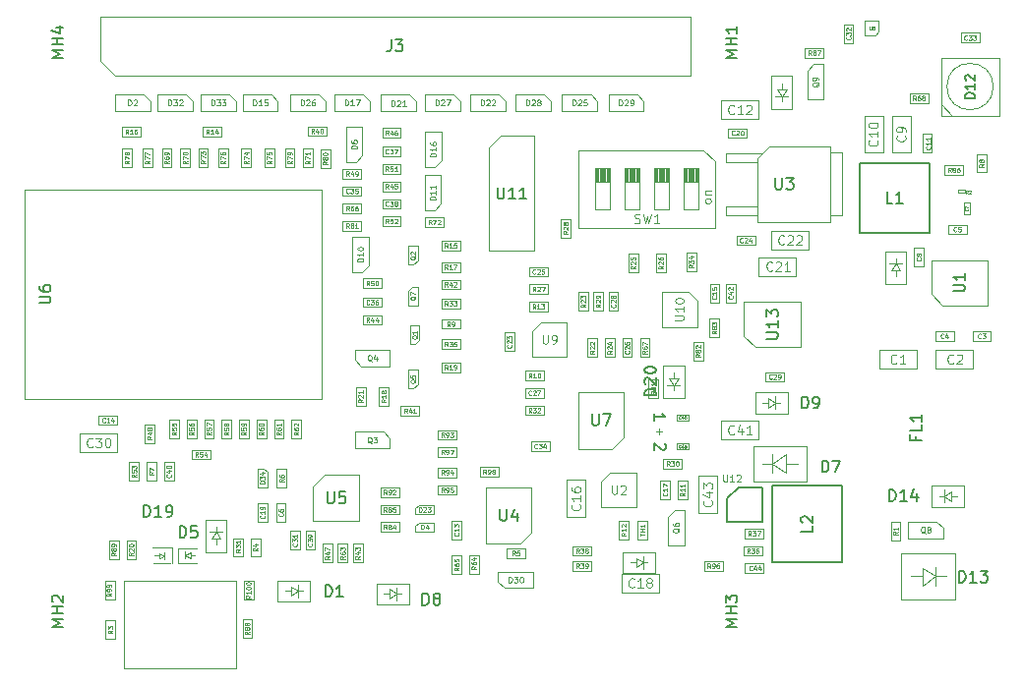
<source format=gbr>
G04 #@! TF.GenerationSoftware,KiCad,Pcbnew,7.0.1*
G04 #@! TF.CreationDate,2023-05-18T20:02:15+01:00*
G04 #@! TF.ProjectId,AnthC,416e7468-432e-46b6-9963-61645f706362,rev?*
G04 #@! TF.SameCoordinates,Original*
G04 #@! TF.FileFunction,AssemblyDrawing,Top*
%FSLAX46Y46*%
G04 Gerber Fmt 4.6, Leading zero omitted, Abs format (unit mm)*
G04 Created by KiCad (PCBNEW 7.0.1) date 2023-05-18 20:02:15*
%MOMM*%
%LPD*%
G01*
G04 APERTURE LIST*
%ADD10C,0.150000*%
%ADD11C,0.060000*%
%ADD12C,0.040000*%
%ADD13C,0.075000*%
%ADD14C,0.120000*%
%ADD15C,0.062500*%
%ADD16C,0.110000*%
%ADD17C,0.100000*%
G04 APERTURE END LIST*
D10*
X234962619Y-128614285D02*
X233962619Y-128614285D01*
X233962619Y-128614285D02*
X233962619Y-128376190D01*
X233962619Y-128376190D02*
X234010238Y-128233333D01*
X234010238Y-128233333D02*
X234105476Y-128138095D01*
X234105476Y-128138095D02*
X234200714Y-128090476D01*
X234200714Y-128090476D02*
X234391190Y-128042857D01*
X234391190Y-128042857D02*
X234534047Y-128042857D01*
X234534047Y-128042857D02*
X234724523Y-128090476D01*
X234724523Y-128090476D02*
X234819761Y-128138095D01*
X234819761Y-128138095D02*
X234915000Y-128233333D01*
X234915000Y-128233333D02*
X234962619Y-128376190D01*
X234962619Y-128376190D02*
X234962619Y-128614285D01*
X234057857Y-127661904D02*
X234010238Y-127614285D01*
X234010238Y-127614285D02*
X233962619Y-127519047D01*
X233962619Y-127519047D02*
X233962619Y-127280952D01*
X233962619Y-127280952D02*
X234010238Y-127185714D01*
X234010238Y-127185714D02*
X234057857Y-127138095D01*
X234057857Y-127138095D02*
X234153095Y-127090476D01*
X234153095Y-127090476D02*
X234248333Y-127090476D01*
X234248333Y-127090476D02*
X234391190Y-127138095D01*
X234391190Y-127138095D02*
X234962619Y-127709523D01*
X234962619Y-127709523D02*
X234962619Y-127090476D01*
X233962619Y-126471428D02*
X233962619Y-126376190D01*
X233962619Y-126376190D02*
X234010238Y-126280952D01*
X234010238Y-126280952D02*
X234057857Y-126233333D01*
X234057857Y-126233333D02*
X234153095Y-126185714D01*
X234153095Y-126185714D02*
X234343571Y-126138095D01*
X234343571Y-126138095D02*
X234581666Y-126138095D01*
X234581666Y-126138095D02*
X234772142Y-126185714D01*
X234772142Y-126185714D02*
X234867380Y-126233333D01*
X234867380Y-126233333D02*
X234915000Y-126280952D01*
X234915000Y-126280952D02*
X234962619Y-126376190D01*
X234962619Y-126376190D02*
X234962619Y-126471428D01*
X234962619Y-126471428D02*
X234915000Y-126566666D01*
X234915000Y-126566666D02*
X234867380Y-126614285D01*
X234867380Y-126614285D02*
X234772142Y-126661904D01*
X234772142Y-126661904D02*
X234581666Y-126709523D01*
X234581666Y-126709523D02*
X234343571Y-126709523D01*
X234343571Y-126709523D02*
X234153095Y-126661904D01*
X234153095Y-126661904D02*
X234057857Y-126614285D01*
X234057857Y-126614285D02*
X234010238Y-126566666D01*
X234010238Y-126566666D02*
X233962619Y-126471428D01*
X229478333Y-130223366D02*
X229478333Y-131016700D01*
X229478333Y-131016700D02*
X229525000Y-131110033D01*
X229525000Y-131110033D02*
X229571666Y-131156700D01*
X229571666Y-131156700D02*
X229665000Y-131203366D01*
X229665000Y-131203366D02*
X229851666Y-131203366D01*
X229851666Y-131203366D02*
X229945000Y-131156700D01*
X229945000Y-131156700D02*
X229991666Y-131110033D01*
X229991666Y-131110033D02*
X230038333Y-131016700D01*
X230038333Y-131016700D02*
X230038333Y-130223366D01*
X230411667Y-130223366D02*
X231065000Y-130223366D01*
X231065000Y-130223366D02*
X230645000Y-131203366D01*
X234772380Y-130761904D02*
X234772380Y-130190476D01*
X234772380Y-130476190D02*
X235772380Y-130476190D01*
X235772380Y-130476190D02*
X235629523Y-130380952D01*
X235629523Y-130380952D02*
X235534285Y-130285714D01*
X235534285Y-130285714D02*
X235486666Y-130190476D01*
X235727142Y-132740476D02*
X235774761Y-132788095D01*
X235774761Y-132788095D02*
X235822380Y-132883333D01*
X235822380Y-132883333D02*
X235822380Y-133121428D01*
X235822380Y-133121428D02*
X235774761Y-133216666D01*
X235774761Y-133216666D02*
X235727142Y-133264285D01*
X235727142Y-133264285D02*
X235631904Y-133311904D01*
X235631904Y-133311904D02*
X235536666Y-133311904D01*
X235536666Y-133311904D02*
X235393809Y-133264285D01*
X235393809Y-133264285D02*
X234822380Y-132692857D01*
X234822380Y-132692857D02*
X234822380Y-133311904D01*
D11*
X224742857Y-133146952D02*
X224723809Y-133166000D01*
X224723809Y-133166000D02*
X224666667Y-133185047D01*
X224666667Y-133185047D02*
X224628571Y-133185047D01*
X224628571Y-133185047D02*
X224571428Y-133166000D01*
X224571428Y-133166000D02*
X224533333Y-133127904D01*
X224533333Y-133127904D02*
X224514286Y-133089809D01*
X224514286Y-133089809D02*
X224495238Y-133013619D01*
X224495238Y-133013619D02*
X224495238Y-132956476D01*
X224495238Y-132956476D02*
X224514286Y-132880285D01*
X224514286Y-132880285D02*
X224533333Y-132842190D01*
X224533333Y-132842190D02*
X224571428Y-132804095D01*
X224571428Y-132804095D02*
X224628571Y-132785047D01*
X224628571Y-132785047D02*
X224666667Y-132785047D01*
X224666667Y-132785047D02*
X224723809Y-132804095D01*
X224723809Y-132804095D02*
X224742857Y-132823142D01*
X224876190Y-132785047D02*
X225123809Y-132785047D01*
X225123809Y-132785047D02*
X224990476Y-132937428D01*
X224990476Y-132937428D02*
X225047619Y-132937428D01*
X225047619Y-132937428D02*
X225085714Y-132956476D01*
X225085714Y-132956476D02*
X225104762Y-132975523D01*
X225104762Y-132975523D02*
X225123809Y-133013619D01*
X225123809Y-133013619D02*
X225123809Y-133108857D01*
X225123809Y-133108857D02*
X225104762Y-133146952D01*
X225104762Y-133146952D02*
X225085714Y-133166000D01*
X225085714Y-133166000D02*
X225047619Y-133185047D01*
X225047619Y-133185047D02*
X224933333Y-133185047D01*
X224933333Y-133185047D02*
X224895238Y-133166000D01*
X224895238Y-133166000D02*
X224876190Y-133146952D01*
X225466666Y-132918380D02*
X225466666Y-133185047D01*
X225371428Y-132766000D02*
X225276190Y-133051714D01*
X225276190Y-133051714D02*
X225523809Y-133051714D01*
D12*
X237089285Y-130591845D02*
X237077381Y-130603750D01*
X237077381Y-130603750D02*
X237041666Y-130615654D01*
X237041666Y-130615654D02*
X237017857Y-130615654D01*
X237017857Y-130615654D02*
X236982143Y-130603750D01*
X236982143Y-130603750D02*
X236958333Y-130579940D01*
X236958333Y-130579940D02*
X236946428Y-130556130D01*
X236946428Y-130556130D02*
X236934524Y-130508511D01*
X236934524Y-130508511D02*
X236934524Y-130472797D01*
X236934524Y-130472797D02*
X236946428Y-130425178D01*
X236946428Y-130425178D02*
X236958333Y-130401369D01*
X236958333Y-130401369D02*
X236982143Y-130377559D01*
X236982143Y-130377559D02*
X237017857Y-130365654D01*
X237017857Y-130365654D02*
X237041666Y-130365654D01*
X237041666Y-130365654D02*
X237077381Y-130377559D01*
X237077381Y-130377559D02*
X237089285Y-130389464D01*
X237303571Y-130448988D02*
X237303571Y-130615654D01*
X237244047Y-130353750D02*
X237184524Y-130532321D01*
X237184524Y-130532321D02*
X237339285Y-130532321D01*
X237541666Y-130365654D02*
X237494047Y-130365654D01*
X237494047Y-130365654D02*
X237470238Y-130377559D01*
X237470238Y-130377559D02*
X237458333Y-130389464D01*
X237458333Y-130389464D02*
X237434523Y-130425178D01*
X237434523Y-130425178D02*
X237422619Y-130472797D01*
X237422619Y-130472797D02*
X237422619Y-130568035D01*
X237422619Y-130568035D02*
X237434523Y-130591845D01*
X237434523Y-130591845D02*
X237446428Y-130603750D01*
X237446428Y-130603750D02*
X237470238Y-130615654D01*
X237470238Y-130615654D02*
X237517857Y-130615654D01*
X237517857Y-130615654D02*
X237541666Y-130603750D01*
X237541666Y-130603750D02*
X237553571Y-130591845D01*
X237553571Y-130591845D02*
X237565476Y-130568035D01*
X237565476Y-130568035D02*
X237565476Y-130508511D01*
X237565476Y-130508511D02*
X237553571Y-130484702D01*
X237553571Y-130484702D02*
X237541666Y-130472797D01*
X237541666Y-130472797D02*
X237517857Y-130460892D01*
X237517857Y-130460892D02*
X237470238Y-130460892D01*
X237470238Y-130460892D02*
X237446428Y-130472797D01*
X237446428Y-130472797D02*
X237434523Y-130484702D01*
X237434523Y-130484702D02*
X237422619Y-130508511D01*
X237089285Y-133091845D02*
X237077381Y-133103750D01*
X237077381Y-133103750D02*
X237041666Y-133115654D01*
X237041666Y-133115654D02*
X237017857Y-133115654D01*
X237017857Y-133115654D02*
X236982143Y-133103750D01*
X236982143Y-133103750D02*
X236958333Y-133079940D01*
X236958333Y-133079940D02*
X236946428Y-133056130D01*
X236946428Y-133056130D02*
X236934524Y-133008511D01*
X236934524Y-133008511D02*
X236934524Y-132972797D01*
X236934524Y-132972797D02*
X236946428Y-132925178D01*
X236946428Y-132925178D02*
X236958333Y-132901369D01*
X236958333Y-132901369D02*
X236982143Y-132877559D01*
X236982143Y-132877559D02*
X237017857Y-132865654D01*
X237017857Y-132865654D02*
X237041666Y-132865654D01*
X237041666Y-132865654D02*
X237077381Y-132877559D01*
X237077381Y-132877559D02*
X237089285Y-132889464D01*
X237303571Y-132948988D02*
X237303571Y-133115654D01*
X237244047Y-132853750D02*
X237184524Y-133032321D01*
X237184524Y-133032321D02*
X237339285Y-133032321D01*
X237553571Y-132865654D02*
X237434523Y-132865654D01*
X237434523Y-132865654D02*
X237422619Y-132984702D01*
X237422619Y-132984702D02*
X237434523Y-132972797D01*
X237434523Y-132972797D02*
X237458333Y-132960892D01*
X237458333Y-132960892D02*
X237517857Y-132960892D01*
X237517857Y-132960892D02*
X237541666Y-132972797D01*
X237541666Y-132972797D02*
X237553571Y-132984702D01*
X237553571Y-132984702D02*
X237565476Y-133008511D01*
X237565476Y-133008511D02*
X237565476Y-133068035D01*
X237565476Y-133068035D02*
X237553571Y-133091845D01*
X237553571Y-133091845D02*
X237541666Y-133103750D01*
X237541666Y-133103750D02*
X237517857Y-133115654D01*
X237517857Y-133115654D02*
X237458333Y-133115654D01*
X237458333Y-133115654D02*
X237434523Y-133103750D01*
X237434523Y-133103750D02*
X237422619Y-133091845D01*
D10*
X241962619Y-99533332D02*
X240962619Y-99533332D01*
X240962619Y-99533332D02*
X241676904Y-99199999D01*
X241676904Y-99199999D02*
X240962619Y-98866666D01*
X240962619Y-98866666D02*
X241962619Y-98866666D01*
X241962619Y-98390475D02*
X240962619Y-98390475D01*
X241438809Y-98390475D02*
X241438809Y-97819047D01*
X241962619Y-97819047D02*
X240962619Y-97819047D01*
X241962619Y-96819047D02*
X241962619Y-97390475D01*
X241962619Y-97104761D02*
X240962619Y-97104761D01*
X240962619Y-97104761D02*
X241105476Y-97199999D01*
X241105476Y-97199999D02*
X241200714Y-97295237D01*
X241200714Y-97295237D02*
X241248333Y-97390475D01*
X241962619Y-148533332D02*
X240962619Y-148533332D01*
X240962619Y-148533332D02*
X241676904Y-148199999D01*
X241676904Y-148199999D02*
X240962619Y-147866666D01*
X240962619Y-147866666D02*
X241962619Y-147866666D01*
X241962619Y-147390475D02*
X240962619Y-147390475D01*
X241438809Y-147390475D02*
X241438809Y-146819047D01*
X241962619Y-146819047D02*
X240962619Y-146819047D01*
X240962619Y-146438094D02*
X240962619Y-145819047D01*
X240962619Y-145819047D02*
X241343571Y-146152380D01*
X241343571Y-146152380D02*
X241343571Y-146009523D01*
X241343571Y-146009523D02*
X241391190Y-145914285D01*
X241391190Y-145914285D02*
X241438809Y-145866666D01*
X241438809Y-145866666D02*
X241534047Y-145819047D01*
X241534047Y-145819047D02*
X241772142Y-145819047D01*
X241772142Y-145819047D02*
X241867380Y-145866666D01*
X241867380Y-145866666D02*
X241915000Y-145914285D01*
X241915000Y-145914285D02*
X241962619Y-146009523D01*
X241962619Y-146009523D02*
X241962619Y-146295237D01*
X241962619Y-146295237D02*
X241915000Y-146390475D01*
X241915000Y-146390475D02*
X241867380Y-146438094D01*
X183962619Y-99533332D02*
X182962619Y-99533332D01*
X182962619Y-99533332D02*
X183676904Y-99199999D01*
X183676904Y-99199999D02*
X182962619Y-98866666D01*
X182962619Y-98866666D02*
X183962619Y-98866666D01*
X183962619Y-98390475D02*
X182962619Y-98390475D01*
X183438809Y-98390475D02*
X183438809Y-97819047D01*
X183962619Y-97819047D02*
X182962619Y-97819047D01*
X183295952Y-96914285D02*
X183962619Y-96914285D01*
X182915000Y-97152380D02*
X183629285Y-97390475D01*
X183629285Y-97390475D02*
X183629285Y-96771428D01*
D11*
X224592857Y-121135047D02*
X224459524Y-120944571D01*
X224364286Y-121135047D02*
X224364286Y-120735047D01*
X224364286Y-120735047D02*
X224516667Y-120735047D01*
X224516667Y-120735047D02*
X224554762Y-120754095D01*
X224554762Y-120754095D02*
X224573809Y-120773142D01*
X224573809Y-120773142D02*
X224592857Y-120811238D01*
X224592857Y-120811238D02*
X224592857Y-120868380D01*
X224592857Y-120868380D02*
X224573809Y-120906476D01*
X224573809Y-120906476D02*
X224554762Y-120925523D01*
X224554762Y-120925523D02*
X224516667Y-120944571D01*
X224516667Y-120944571D02*
X224364286Y-120944571D01*
X224973809Y-121135047D02*
X224745238Y-121135047D01*
X224859524Y-121135047D02*
X224859524Y-120735047D01*
X224859524Y-120735047D02*
X224821428Y-120792190D01*
X224821428Y-120792190D02*
X224783333Y-120830285D01*
X224783333Y-120830285D02*
X224745238Y-120849333D01*
X225107142Y-120735047D02*
X225354761Y-120735047D01*
X225354761Y-120735047D02*
X225221428Y-120887428D01*
X225221428Y-120887428D02*
X225278571Y-120887428D01*
X225278571Y-120887428D02*
X225316666Y-120906476D01*
X225316666Y-120906476D02*
X225335714Y-120925523D01*
X225335714Y-120925523D02*
X225354761Y-120963619D01*
X225354761Y-120963619D02*
X225354761Y-121058857D01*
X225354761Y-121058857D02*
X225335714Y-121096952D01*
X225335714Y-121096952D02*
X225316666Y-121116000D01*
X225316666Y-121116000D02*
X225278571Y-121135047D01*
X225278571Y-121135047D02*
X225164285Y-121135047D01*
X225164285Y-121135047D02*
X225126190Y-121116000D01*
X225126190Y-121116000D02*
X225107142Y-121096952D01*
X224592857Y-119635047D02*
X224459524Y-119444571D01*
X224364286Y-119635047D02*
X224364286Y-119235047D01*
X224364286Y-119235047D02*
X224516667Y-119235047D01*
X224516667Y-119235047D02*
X224554762Y-119254095D01*
X224554762Y-119254095D02*
X224573809Y-119273142D01*
X224573809Y-119273142D02*
X224592857Y-119311238D01*
X224592857Y-119311238D02*
X224592857Y-119368380D01*
X224592857Y-119368380D02*
X224573809Y-119406476D01*
X224573809Y-119406476D02*
X224554762Y-119425523D01*
X224554762Y-119425523D02*
X224516667Y-119444571D01*
X224516667Y-119444571D02*
X224364286Y-119444571D01*
X224745238Y-119273142D02*
X224764286Y-119254095D01*
X224764286Y-119254095D02*
X224802381Y-119235047D01*
X224802381Y-119235047D02*
X224897619Y-119235047D01*
X224897619Y-119235047D02*
X224935714Y-119254095D01*
X224935714Y-119254095D02*
X224954762Y-119273142D01*
X224954762Y-119273142D02*
X224973809Y-119311238D01*
X224973809Y-119311238D02*
X224973809Y-119349333D01*
X224973809Y-119349333D02*
X224954762Y-119406476D01*
X224954762Y-119406476D02*
X224726190Y-119635047D01*
X224726190Y-119635047D02*
X224973809Y-119635047D01*
X225107142Y-119235047D02*
X225373809Y-119235047D01*
X225373809Y-119235047D02*
X225202380Y-119635047D01*
X230185047Y-120757142D02*
X229994571Y-120890475D01*
X230185047Y-120985713D02*
X229785047Y-120985713D01*
X229785047Y-120985713D02*
X229785047Y-120833332D01*
X229785047Y-120833332D02*
X229804095Y-120795237D01*
X229804095Y-120795237D02*
X229823142Y-120776190D01*
X229823142Y-120776190D02*
X229861238Y-120757142D01*
X229861238Y-120757142D02*
X229918380Y-120757142D01*
X229918380Y-120757142D02*
X229956476Y-120776190D01*
X229956476Y-120776190D02*
X229975523Y-120795237D01*
X229975523Y-120795237D02*
X229994571Y-120833332D01*
X229994571Y-120833332D02*
X229994571Y-120985713D01*
X229823142Y-120604761D02*
X229804095Y-120585713D01*
X229804095Y-120585713D02*
X229785047Y-120547618D01*
X229785047Y-120547618D02*
X229785047Y-120452380D01*
X229785047Y-120452380D02*
X229804095Y-120414285D01*
X229804095Y-120414285D02*
X229823142Y-120395237D01*
X229823142Y-120395237D02*
X229861238Y-120376190D01*
X229861238Y-120376190D02*
X229899333Y-120376190D01*
X229899333Y-120376190D02*
X229956476Y-120395237D01*
X229956476Y-120395237D02*
X230185047Y-120623809D01*
X230185047Y-120623809D02*
X230185047Y-120376190D01*
X230185047Y-120185714D02*
X230185047Y-120109523D01*
X230185047Y-120109523D02*
X230166000Y-120071428D01*
X230166000Y-120071428D02*
X230146952Y-120052380D01*
X230146952Y-120052380D02*
X230089809Y-120014285D01*
X230089809Y-120014285D02*
X230013619Y-119995238D01*
X230013619Y-119995238D02*
X229861238Y-119995238D01*
X229861238Y-119995238D02*
X229823142Y-120014285D01*
X229823142Y-120014285D02*
X229804095Y-120033333D01*
X229804095Y-120033333D02*
X229785047Y-120071428D01*
X229785047Y-120071428D02*
X229785047Y-120147619D01*
X229785047Y-120147619D02*
X229804095Y-120185714D01*
X229804095Y-120185714D02*
X229823142Y-120204761D01*
X229823142Y-120204761D02*
X229861238Y-120223809D01*
X229861238Y-120223809D02*
X229956476Y-120223809D01*
X229956476Y-120223809D02*
X229994571Y-120204761D01*
X229994571Y-120204761D02*
X230013619Y-120185714D01*
X230013619Y-120185714D02*
X230032666Y-120147619D01*
X230032666Y-120147619D02*
X230032666Y-120071428D01*
X230032666Y-120071428D02*
X230013619Y-120033333D01*
X230013619Y-120033333D02*
X229994571Y-120014285D01*
X229994571Y-120014285D02*
X229956476Y-119995238D01*
X224242857Y-127085047D02*
X224109524Y-126894571D01*
X224014286Y-127085047D02*
X224014286Y-126685047D01*
X224014286Y-126685047D02*
X224166667Y-126685047D01*
X224166667Y-126685047D02*
X224204762Y-126704095D01*
X224204762Y-126704095D02*
X224223809Y-126723142D01*
X224223809Y-126723142D02*
X224242857Y-126761238D01*
X224242857Y-126761238D02*
X224242857Y-126818380D01*
X224242857Y-126818380D02*
X224223809Y-126856476D01*
X224223809Y-126856476D02*
X224204762Y-126875523D01*
X224204762Y-126875523D02*
X224166667Y-126894571D01*
X224166667Y-126894571D02*
X224014286Y-126894571D01*
X224623809Y-127085047D02*
X224395238Y-127085047D01*
X224509524Y-127085047D02*
X224509524Y-126685047D01*
X224509524Y-126685047D02*
X224471428Y-126742190D01*
X224471428Y-126742190D02*
X224433333Y-126780285D01*
X224433333Y-126780285D02*
X224395238Y-126799333D01*
X224871428Y-126685047D02*
X224909523Y-126685047D01*
X224909523Y-126685047D02*
X224947619Y-126704095D01*
X224947619Y-126704095D02*
X224966666Y-126723142D01*
X224966666Y-126723142D02*
X224985714Y-126761238D01*
X224985714Y-126761238D02*
X225004761Y-126837428D01*
X225004761Y-126837428D02*
X225004761Y-126932666D01*
X225004761Y-126932666D02*
X224985714Y-127008857D01*
X224985714Y-127008857D02*
X224966666Y-127046952D01*
X224966666Y-127046952D02*
X224947619Y-127066000D01*
X224947619Y-127066000D02*
X224909523Y-127085047D01*
X224909523Y-127085047D02*
X224871428Y-127085047D01*
X224871428Y-127085047D02*
X224833333Y-127066000D01*
X224833333Y-127066000D02*
X224814285Y-127046952D01*
X224814285Y-127046952D02*
X224795238Y-127008857D01*
X224795238Y-127008857D02*
X224776190Y-126932666D01*
X224776190Y-126932666D02*
X224776190Y-126837428D01*
X224776190Y-126837428D02*
X224795238Y-126761238D01*
X224795238Y-126761238D02*
X224814285Y-126723142D01*
X224814285Y-126723142D02*
X224833333Y-126704095D01*
X224833333Y-126704095D02*
X224871428Y-126685047D01*
X240146952Y-120057142D02*
X240166000Y-120076190D01*
X240166000Y-120076190D02*
X240185047Y-120133332D01*
X240185047Y-120133332D02*
X240185047Y-120171428D01*
X240185047Y-120171428D02*
X240166000Y-120228571D01*
X240166000Y-120228571D02*
X240127904Y-120266666D01*
X240127904Y-120266666D02*
X240089809Y-120285713D01*
X240089809Y-120285713D02*
X240013619Y-120304761D01*
X240013619Y-120304761D02*
X239956476Y-120304761D01*
X239956476Y-120304761D02*
X239880285Y-120285713D01*
X239880285Y-120285713D02*
X239842190Y-120266666D01*
X239842190Y-120266666D02*
X239804095Y-120228571D01*
X239804095Y-120228571D02*
X239785047Y-120171428D01*
X239785047Y-120171428D02*
X239785047Y-120133332D01*
X239785047Y-120133332D02*
X239804095Y-120076190D01*
X239804095Y-120076190D02*
X239823142Y-120057142D01*
X240185047Y-119676190D02*
X240185047Y-119904761D01*
X240185047Y-119790475D02*
X239785047Y-119790475D01*
X239785047Y-119790475D02*
X239842190Y-119828571D01*
X239842190Y-119828571D02*
X239880285Y-119866666D01*
X239880285Y-119866666D02*
X239899333Y-119904761D01*
X239785047Y-119314285D02*
X239785047Y-119504761D01*
X239785047Y-119504761D02*
X239975523Y-119523809D01*
X239975523Y-119523809D02*
X239956476Y-119504761D01*
X239956476Y-119504761D02*
X239937428Y-119466666D01*
X239937428Y-119466666D02*
X239937428Y-119371428D01*
X239937428Y-119371428D02*
X239956476Y-119333333D01*
X239956476Y-119333333D02*
X239975523Y-119314285D01*
X239975523Y-119314285D02*
X240013619Y-119295238D01*
X240013619Y-119295238D02*
X240108857Y-119295238D01*
X240108857Y-119295238D02*
X240146952Y-119314285D01*
X240146952Y-119314285D02*
X240166000Y-119333333D01*
X240166000Y-119333333D02*
X240185047Y-119371428D01*
X240185047Y-119371428D02*
X240185047Y-119466666D01*
X240185047Y-119466666D02*
X240166000Y-119504761D01*
X240166000Y-119504761D02*
X240146952Y-119523809D01*
D13*
X209231309Y-107369047D02*
X208731309Y-107369047D01*
X208731309Y-107369047D02*
X208731309Y-107249999D01*
X208731309Y-107249999D02*
X208755119Y-107178571D01*
X208755119Y-107178571D02*
X208802738Y-107130952D01*
X208802738Y-107130952D02*
X208850357Y-107107142D01*
X208850357Y-107107142D02*
X208945595Y-107083333D01*
X208945595Y-107083333D02*
X209017023Y-107083333D01*
X209017023Y-107083333D02*
X209112261Y-107107142D01*
X209112261Y-107107142D02*
X209159880Y-107130952D01*
X209159880Y-107130952D02*
X209207500Y-107178571D01*
X209207500Y-107178571D02*
X209231309Y-107249999D01*
X209231309Y-107249999D02*
X209231309Y-107369047D01*
X208731309Y-106654761D02*
X208731309Y-106749999D01*
X208731309Y-106749999D02*
X208755119Y-106797618D01*
X208755119Y-106797618D02*
X208778928Y-106821428D01*
X208778928Y-106821428D02*
X208850357Y-106869047D01*
X208850357Y-106869047D02*
X208945595Y-106892856D01*
X208945595Y-106892856D02*
X209136071Y-106892856D01*
X209136071Y-106892856D02*
X209183690Y-106869047D01*
X209183690Y-106869047D02*
X209207500Y-106845237D01*
X209207500Y-106845237D02*
X209231309Y-106797618D01*
X209231309Y-106797618D02*
X209231309Y-106702380D01*
X209231309Y-106702380D02*
X209207500Y-106654761D01*
X209207500Y-106654761D02*
X209183690Y-106630952D01*
X209183690Y-106630952D02*
X209136071Y-106607142D01*
X209136071Y-106607142D02*
X209017023Y-106607142D01*
X209017023Y-106607142D02*
X208969404Y-106630952D01*
X208969404Y-106630952D02*
X208945595Y-106654761D01*
X208945595Y-106654761D02*
X208921785Y-106702380D01*
X208921785Y-106702380D02*
X208921785Y-106797618D01*
X208921785Y-106797618D02*
X208945595Y-106845237D01*
X208945595Y-106845237D02*
X208969404Y-106869047D01*
X208969404Y-106869047D02*
X209017023Y-106892856D01*
D11*
X222496952Y-124257142D02*
X222516000Y-124276190D01*
X222516000Y-124276190D02*
X222535047Y-124333332D01*
X222535047Y-124333332D02*
X222535047Y-124371428D01*
X222535047Y-124371428D02*
X222516000Y-124428571D01*
X222516000Y-124428571D02*
X222477904Y-124466666D01*
X222477904Y-124466666D02*
X222439809Y-124485713D01*
X222439809Y-124485713D02*
X222363619Y-124504761D01*
X222363619Y-124504761D02*
X222306476Y-124504761D01*
X222306476Y-124504761D02*
X222230285Y-124485713D01*
X222230285Y-124485713D02*
X222192190Y-124466666D01*
X222192190Y-124466666D02*
X222154095Y-124428571D01*
X222154095Y-124428571D02*
X222135047Y-124371428D01*
X222135047Y-124371428D02*
X222135047Y-124333332D01*
X222135047Y-124333332D02*
X222154095Y-124276190D01*
X222154095Y-124276190D02*
X222173142Y-124257142D01*
X222173142Y-124104761D02*
X222154095Y-124085713D01*
X222154095Y-124085713D02*
X222135047Y-124047618D01*
X222135047Y-124047618D02*
X222135047Y-123952380D01*
X222135047Y-123952380D02*
X222154095Y-123914285D01*
X222154095Y-123914285D02*
X222173142Y-123895237D01*
X222173142Y-123895237D02*
X222211238Y-123876190D01*
X222211238Y-123876190D02*
X222249333Y-123876190D01*
X222249333Y-123876190D02*
X222306476Y-123895237D01*
X222306476Y-123895237D02*
X222535047Y-124123809D01*
X222535047Y-124123809D02*
X222535047Y-123876190D01*
X222135047Y-123742857D02*
X222135047Y-123495238D01*
X222135047Y-123495238D02*
X222287428Y-123628571D01*
X222287428Y-123628571D02*
X222287428Y-123571428D01*
X222287428Y-123571428D02*
X222306476Y-123533333D01*
X222306476Y-123533333D02*
X222325523Y-123514285D01*
X222325523Y-123514285D02*
X222363619Y-123495238D01*
X222363619Y-123495238D02*
X222458857Y-123495238D01*
X222458857Y-123495238D02*
X222496952Y-123514285D01*
X222496952Y-123514285D02*
X222516000Y-123533333D01*
X222516000Y-123533333D02*
X222535047Y-123571428D01*
X222535047Y-123571428D02*
X222535047Y-123685714D01*
X222535047Y-123685714D02*
X222516000Y-123723809D01*
X222516000Y-123723809D02*
X222496952Y-123742857D01*
X187542857Y-130896952D02*
X187523809Y-130916000D01*
X187523809Y-130916000D02*
X187466667Y-130935047D01*
X187466667Y-130935047D02*
X187428571Y-130935047D01*
X187428571Y-130935047D02*
X187371428Y-130916000D01*
X187371428Y-130916000D02*
X187333333Y-130877904D01*
X187333333Y-130877904D02*
X187314286Y-130839809D01*
X187314286Y-130839809D02*
X187295238Y-130763619D01*
X187295238Y-130763619D02*
X187295238Y-130706476D01*
X187295238Y-130706476D02*
X187314286Y-130630285D01*
X187314286Y-130630285D02*
X187333333Y-130592190D01*
X187333333Y-130592190D02*
X187371428Y-130554095D01*
X187371428Y-130554095D02*
X187428571Y-130535047D01*
X187428571Y-130535047D02*
X187466667Y-130535047D01*
X187466667Y-130535047D02*
X187523809Y-130554095D01*
X187523809Y-130554095D02*
X187542857Y-130573142D01*
X187923809Y-130935047D02*
X187695238Y-130935047D01*
X187809524Y-130935047D02*
X187809524Y-130535047D01*
X187809524Y-130535047D02*
X187771428Y-130592190D01*
X187771428Y-130592190D02*
X187733333Y-130630285D01*
X187733333Y-130630285D02*
X187695238Y-130649333D01*
X188266666Y-130668380D02*
X188266666Y-130935047D01*
X188171428Y-130516000D02*
X188076190Y-130801714D01*
X188076190Y-130801714D02*
X188323809Y-130801714D01*
D14*
X186485714Y-132993904D02*
X186447618Y-133032000D01*
X186447618Y-133032000D02*
X186333333Y-133070095D01*
X186333333Y-133070095D02*
X186257142Y-133070095D01*
X186257142Y-133070095D02*
X186142856Y-133032000D01*
X186142856Y-133032000D02*
X186066666Y-132955809D01*
X186066666Y-132955809D02*
X186028571Y-132879619D01*
X186028571Y-132879619D02*
X185990475Y-132727238D01*
X185990475Y-132727238D02*
X185990475Y-132612952D01*
X185990475Y-132612952D02*
X186028571Y-132460571D01*
X186028571Y-132460571D02*
X186066666Y-132384380D01*
X186066666Y-132384380D02*
X186142856Y-132308190D01*
X186142856Y-132308190D02*
X186257142Y-132270095D01*
X186257142Y-132270095D02*
X186333333Y-132270095D01*
X186333333Y-132270095D02*
X186447618Y-132308190D01*
X186447618Y-132308190D02*
X186485714Y-132346285D01*
X186752380Y-132270095D02*
X187247618Y-132270095D01*
X187247618Y-132270095D02*
X186980952Y-132574857D01*
X186980952Y-132574857D02*
X187095237Y-132574857D01*
X187095237Y-132574857D02*
X187171428Y-132612952D01*
X187171428Y-132612952D02*
X187209523Y-132651047D01*
X187209523Y-132651047D02*
X187247618Y-132727238D01*
X187247618Y-132727238D02*
X187247618Y-132917714D01*
X187247618Y-132917714D02*
X187209523Y-132993904D01*
X187209523Y-132993904D02*
X187171428Y-133032000D01*
X187171428Y-133032000D02*
X187095237Y-133070095D01*
X187095237Y-133070095D02*
X186866666Y-133070095D01*
X186866666Y-133070095D02*
X186790475Y-133032000D01*
X186790475Y-133032000D02*
X186752380Y-132993904D01*
X187742857Y-132270095D02*
X187819047Y-132270095D01*
X187819047Y-132270095D02*
X187895238Y-132308190D01*
X187895238Y-132308190D02*
X187933333Y-132346285D01*
X187933333Y-132346285D02*
X187971428Y-132422476D01*
X187971428Y-132422476D02*
X188009523Y-132574857D01*
X188009523Y-132574857D02*
X188009523Y-132765333D01*
X188009523Y-132765333D02*
X187971428Y-132917714D01*
X187971428Y-132917714D02*
X187933333Y-132993904D01*
X187933333Y-132993904D02*
X187895238Y-133032000D01*
X187895238Y-133032000D02*
X187819047Y-133070095D01*
X187819047Y-133070095D02*
X187742857Y-133070095D01*
X187742857Y-133070095D02*
X187666666Y-133032000D01*
X187666666Y-133032000D02*
X187628571Y-132993904D01*
X187628571Y-132993904D02*
X187590476Y-132917714D01*
X187590476Y-132917714D02*
X187552380Y-132765333D01*
X187552380Y-132765333D02*
X187552380Y-132574857D01*
X187552380Y-132574857D02*
X187590476Y-132422476D01*
X187590476Y-132422476D02*
X187628571Y-132346285D01*
X187628571Y-132346285D02*
X187666666Y-132308190D01*
X187666666Y-132308190D02*
X187742857Y-132270095D01*
D10*
X221553333Y-138423366D02*
X221553333Y-139216700D01*
X221553333Y-139216700D02*
X221600000Y-139310033D01*
X221600000Y-139310033D02*
X221646666Y-139356700D01*
X221646666Y-139356700D02*
X221740000Y-139403366D01*
X221740000Y-139403366D02*
X221926666Y-139403366D01*
X221926666Y-139403366D02*
X222020000Y-139356700D01*
X222020000Y-139356700D02*
X222066666Y-139310033D01*
X222066666Y-139310033D02*
X222113333Y-139216700D01*
X222113333Y-139216700D02*
X222113333Y-138423366D01*
X223000000Y-138750033D02*
X223000000Y-139403366D01*
X222766667Y-138376700D02*
X222533333Y-139076700D01*
X222533333Y-139076700D02*
X223140000Y-139076700D01*
D11*
X217042857Y-124385047D02*
X216909524Y-124194571D01*
X216814286Y-124385047D02*
X216814286Y-123985047D01*
X216814286Y-123985047D02*
X216966667Y-123985047D01*
X216966667Y-123985047D02*
X217004762Y-124004095D01*
X217004762Y-124004095D02*
X217023809Y-124023142D01*
X217023809Y-124023142D02*
X217042857Y-124061238D01*
X217042857Y-124061238D02*
X217042857Y-124118380D01*
X217042857Y-124118380D02*
X217023809Y-124156476D01*
X217023809Y-124156476D02*
X217004762Y-124175523D01*
X217004762Y-124175523D02*
X216966667Y-124194571D01*
X216966667Y-124194571D02*
X216814286Y-124194571D01*
X217176190Y-123985047D02*
X217423809Y-123985047D01*
X217423809Y-123985047D02*
X217290476Y-124137428D01*
X217290476Y-124137428D02*
X217347619Y-124137428D01*
X217347619Y-124137428D02*
X217385714Y-124156476D01*
X217385714Y-124156476D02*
X217404762Y-124175523D01*
X217404762Y-124175523D02*
X217423809Y-124213619D01*
X217423809Y-124213619D02*
X217423809Y-124308857D01*
X217423809Y-124308857D02*
X217404762Y-124346952D01*
X217404762Y-124346952D02*
X217385714Y-124366000D01*
X217385714Y-124366000D02*
X217347619Y-124385047D01*
X217347619Y-124385047D02*
X217233333Y-124385047D01*
X217233333Y-124385047D02*
X217195238Y-124366000D01*
X217195238Y-124366000D02*
X217176190Y-124346952D01*
X217785714Y-123985047D02*
X217595238Y-123985047D01*
X217595238Y-123985047D02*
X217576190Y-124175523D01*
X217576190Y-124175523D02*
X217595238Y-124156476D01*
X217595238Y-124156476D02*
X217633333Y-124137428D01*
X217633333Y-124137428D02*
X217728571Y-124137428D01*
X217728571Y-124137428D02*
X217766666Y-124156476D01*
X217766666Y-124156476D02*
X217785714Y-124175523D01*
X217785714Y-124175523D02*
X217804761Y-124213619D01*
X217804761Y-124213619D02*
X217804761Y-124308857D01*
X217804761Y-124308857D02*
X217785714Y-124346952D01*
X217785714Y-124346952D02*
X217766666Y-124366000D01*
X217766666Y-124366000D02*
X217728571Y-124385047D01*
X217728571Y-124385047D02*
X217633333Y-124385047D01*
X217633333Y-124385047D02*
X217595238Y-124366000D01*
X217595238Y-124366000D02*
X217576190Y-124346952D01*
D15*
X214423142Y-123438095D02*
X214404095Y-123476190D01*
X214404095Y-123476190D02*
X214366000Y-123514285D01*
X214366000Y-123514285D02*
X214308857Y-123571428D01*
X214308857Y-123571428D02*
X214289809Y-123609523D01*
X214289809Y-123609523D02*
X214289809Y-123647619D01*
X214385047Y-123628571D02*
X214366000Y-123666666D01*
X214366000Y-123666666D02*
X214327904Y-123704761D01*
X214327904Y-123704761D02*
X214251714Y-123723809D01*
X214251714Y-123723809D02*
X214118380Y-123723809D01*
X214118380Y-123723809D02*
X214042190Y-123704761D01*
X214042190Y-123704761D02*
X214004095Y-123666666D01*
X214004095Y-123666666D02*
X213985047Y-123628571D01*
X213985047Y-123628571D02*
X213985047Y-123552380D01*
X213985047Y-123552380D02*
X214004095Y-123514285D01*
X214004095Y-123514285D02*
X214042190Y-123476190D01*
X214042190Y-123476190D02*
X214118380Y-123457142D01*
X214118380Y-123457142D02*
X214251714Y-123457142D01*
X214251714Y-123457142D02*
X214327904Y-123476190D01*
X214327904Y-123476190D02*
X214366000Y-123514285D01*
X214366000Y-123514285D02*
X214385047Y-123552380D01*
X214385047Y-123552380D02*
X214385047Y-123628571D01*
X214385047Y-123076190D02*
X214385047Y-123304761D01*
X214385047Y-123190475D02*
X213985047Y-123190475D01*
X213985047Y-123190475D02*
X214042190Y-123228571D01*
X214042190Y-123228571D02*
X214080285Y-123266666D01*
X214080285Y-123266666D02*
X214099333Y-123304761D01*
D11*
X209735047Y-128957142D02*
X209544571Y-129090475D01*
X209735047Y-129185713D02*
X209335047Y-129185713D01*
X209335047Y-129185713D02*
X209335047Y-129033332D01*
X209335047Y-129033332D02*
X209354095Y-128995237D01*
X209354095Y-128995237D02*
X209373142Y-128976190D01*
X209373142Y-128976190D02*
X209411238Y-128957142D01*
X209411238Y-128957142D02*
X209468380Y-128957142D01*
X209468380Y-128957142D02*
X209506476Y-128976190D01*
X209506476Y-128976190D02*
X209525523Y-128995237D01*
X209525523Y-128995237D02*
X209544571Y-129033332D01*
X209544571Y-129033332D02*
X209544571Y-129185713D01*
X209373142Y-128804761D02*
X209354095Y-128785713D01*
X209354095Y-128785713D02*
X209335047Y-128747618D01*
X209335047Y-128747618D02*
X209335047Y-128652380D01*
X209335047Y-128652380D02*
X209354095Y-128614285D01*
X209354095Y-128614285D02*
X209373142Y-128595237D01*
X209373142Y-128595237D02*
X209411238Y-128576190D01*
X209411238Y-128576190D02*
X209449333Y-128576190D01*
X209449333Y-128576190D02*
X209506476Y-128595237D01*
X209506476Y-128595237D02*
X209735047Y-128823809D01*
X209735047Y-128823809D02*
X209735047Y-128576190D01*
X209735047Y-128195238D02*
X209735047Y-128423809D01*
X209735047Y-128309523D02*
X209335047Y-128309523D01*
X209335047Y-128309523D02*
X209392190Y-128347619D01*
X209392190Y-128347619D02*
X209430285Y-128385714D01*
X209430285Y-128385714D02*
X209449333Y-128423809D01*
X196492857Y-106085047D02*
X196359524Y-105894571D01*
X196264286Y-106085047D02*
X196264286Y-105685047D01*
X196264286Y-105685047D02*
X196416667Y-105685047D01*
X196416667Y-105685047D02*
X196454762Y-105704095D01*
X196454762Y-105704095D02*
X196473809Y-105723142D01*
X196473809Y-105723142D02*
X196492857Y-105761238D01*
X196492857Y-105761238D02*
X196492857Y-105818380D01*
X196492857Y-105818380D02*
X196473809Y-105856476D01*
X196473809Y-105856476D02*
X196454762Y-105875523D01*
X196454762Y-105875523D02*
X196416667Y-105894571D01*
X196416667Y-105894571D02*
X196264286Y-105894571D01*
X196873809Y-106085047D02*
X196645238Y-106085047D01*
X196759524Y-106085047D02*
X196759524Y-105685047D01*
X196759524Y-105685047D02*
X196721428Y-105742190D01*
X196721428Y-105742190D02*
X196683333Y-105780285D01*
X196683333Y-105780285D02*
X196645238Y-105799333D01*
X197216666Y-105818380D02*
X197216666Y-106085047D01*
X197121428Y-105666000D02*
X197026190Y-105951714D01*
X197026190Y-105951714D02*
X197273809Y-105951714D01*
X235896952Y-137007142D02*
X235916000Y-137026190D01*
X235916000Y-137026190D02*
X235935047Y-137083332D01*
X235935047Y-137083332D02*
X235935047Y-137121428D01*
X235935047Y-137121428D02*
X235916000Y-137178571D01*
X235916000Y-137178571D02*
X235877904Y-137216666D01*
X235877904Y-137216666D02*
X235839809Y-137235713D01*
X235839809Y-137235713D02*
X235763619Y-137254761D01*
X235763619Y-137254761D02*
X235706476Y-137254761D01*
X235706476Y-137254761D02*
X235630285Y-137235713D01*
X235630285Y-137235713D02*
X235592190Y-137216666D01*
X235592190Y-137216666D02*
X235554095Y-137178571D01*
X235554095Y-137178571D02*
X235535047Y-137121428D01*
X235535047Y-137121428D02*
X235535047Y-137083332D01*
X235535047Y-137083332D02*
X235554095Y-137026190D01*
X235554095Y-137026190D02*
X235573142Y-137007142D01*
X235935047Y-136626190D02*
X235935047Y-136854761D01*
X235935047Y-136740475D02*
X235535047Y-136740475D01*
X235535047Y-136740475D02*
X235592190Y-136778571D01*
X235592190Y-136778571D02*
X235630285Y-136816666D01*
X235630285Y-136816666D02*
X235649333Y-136854761D01*
X235535047Y-136492857D02*
X235535047Y-136226190D01*
X235535047Y-136226190D02*
X235935047Y-136397619D01*
D10*
X183962619Y-148533332D02*
X182962619Y-148533332D01*
X182962619Y-148533332D02*
X183676904Y-148199999D01*
X183676904Y-148199999D02*
X182962619Y-147866666D01*
X182962619Y-147866666D02*
X183962619Y-147866666D01*
X183962619Y-147390475D02*
X182962619Y-147390475D01*
X183438809Y-147390475D02*
X183438809Y-146819047D01*
X183962619Y-146819047D02*
X182962619Y-146819047D01*
X183057857Y-146390475D02*
X183010238Y-146342856D01*
X183010238Y-146342856D02*
X182962619Y-146247618D01*
X182962619Y-146247618D02*
X182962619Y-146009523D01*
X182962619Y-146009523D02*
X183010238Y-145914285D01*
X183010238Y-145914285D02*
X183057857Y-145866666D01*
X183057857Y-145866666D02*
X183153095Y-145819047D01*
X183153095Y-145819047D02*
X183248333Y-145819047D01*
X183248333Y-145819047D02*
X183391190Y-145866666D01*
X183391190Y-145866666D02*
X183962619Y-146438094D01*
X183962619Y-146438094D02*
X183962619Y-145819047D01*
D11*
X261742857Y-97946952D02*
X261723809Y-97966000D01*
X261723809Y-97966000D02*
X261666667Y-97985047D01*
X261666667Y-97985047D02*
X261628571Y-97985047D01*
X261628571Y-97985047D02*
X261571428Y-97966000D01*
X261571428Y-97966000D02*
X261533333Y-97927904D01*
X261533333Y-97927904D02*
X261514286Y-97889809D01*
X261514286Y-97889809D02*
X261495238Y-97813619D01*
X261495238Y-97813619D02*
X261495238Y-97756476D01*
X261495238Y-97756476D02*
X261514286Y-97680285D01*
X261514286Y-97680285D02*
X261533333Y-97642190D01*
X261533333Y-97642190D02*
X261571428Y-97604095D01*
X261571428Y-97604095D02*
X261628571Y-97585047D01*
X261628571Y-97585047D02*
X261666667Y-97585047D01*
X261666667Y-97585047D02*
X261723809Y-97604095D01*
X261723809Y-97604095D02*
X261742857Y-97623142D01*
X261876190Y-97585047D02*
X262123809Y-97585047D01*
X262123809Y-97585047D02*
X261990476Y-97737428D01*
X261990476Y-97737428D02*
X262047619Y-97737428D01*
X262047619Y-97737428D02*
X262085714Y-97756476D01*
X262085714Y-97756476D02*
X262104762Y-97775523D01*
X262104762Y-97775523D02*
X262123809Y-97813619D01*
X262123809Y-97813619D02*
X262123809Y-97908857D01*
X262123809Y-97908857D02*
X262104762Y-97946952D01*
X262104762Y-97946952D02*
X262085714Y-97966000D01*
X262085714Y-97966000D02*
X262047619Y-97985047D01*
X262047619Y-97985047D02*
X261933333Y-97985047D01*
X261933333Y-97985047D02*
X261895238Y-97966000D01*
X261895238Y-97966000D02*
X261876190Y-97946952D01*
X262257142Y-97585047D02*
X262504761Y-97585047D01*
X262504761Y-97585047D02*
X262371428Y-97737428D01*
X262371428Y-97737428D02*
X262428571Y-97737428D01*
X262428571Y-97737428D02*
X262466666Y-97756476D01*
X262466666Y-97756476D02*
X262485714Y-97775523D01*
X262485714Y-97775523D02*
X262504761Y-97813619D01*
X262504761Y-97813619D02*
X262504761Y-97908857D01*
X262504761Y-97908857D02*
X262485714Y-97946952D01*
X262485714Y-97946952D02*
X262466666Y-97966000D01*
X262466666Y-97966000D02*
X262428571Y-97985047D01*
X262428571Y-97985047D02*
X262314285Y-97985047D01*
X262314285Y-97985047D02*
X262276190Y-97966000D01*
X262276190Y-97966000D02*
X262257142Y-97946952D01*
D13*
X210502380Y-125678928D02*
X210454761Y-125655119D01*
X210454761Y-125655119D02*
X210407142Y-125607500D01*
X210407142Y-125607500D02*
X210335714Y-125536071D01*
X210335714Y-125536071D02*
X210288095Y-125512261D01*
X210288095Y-125512261D02*
X210240476Y-125512261D01*
X210264285Y-125631309D02*
X210216666Y-125607500D01*
X210216666Y-125607500D02*
X210169047Y-125559880D01*
X210169047Y-125559880D02*
X210145238Y-125464642D01*
X210145238Y-125464642D02*
X210145238Y-125297976D01*
X210145238Y-125297976D02*
X210169047Y-125202738D01*
X210169047Y-125202738D02*
X210216666Y-125155119D01*
X210216666Y-125155119D02*
X210264285Y-125131309D01*
X210264285Y-125131309D02*
X210359523Y-125131309D01*
X210359523Y-125131309D02*
X210407142Y-125155119D01*
X210407142Y-125155119D02*
X210454761Y-125202738D01*
X210454761Y-125202738D02*
X210478571Y-125297976D01*
X210478571Y-125297976D02*
X210478571Y-125464642D01*
X210478571Y-125464642D02*
X210454761Y-125559880D01*
X210454761Y-125559880D02*
X210407142Y-125607500D01*
X210407142Y-125607500D02*
X210359523Y-125631309D01*
X210359523Y-125631309D02*
X210264285Y-125631309D01*
X210907143Y-125297976D02*
X210907143Y-125631309D01*
X210788095Y-125107500D02*
X210669048Y-125464642D01*
X210669048Y-125464642D02*
X210978571Y-125464642D01*
D11*
X208542857Y-111146952D02*
X208523809Y-111166000D01*
X208523809Y-111166000D02*
X208466667Y-111185047D01*
X208466667Y-111185047D02*
X208428571Y-111185047D01*
X208428571Y-111185047D02*
X208371428Y-111166000D01*
X208371428Y-111166000D02*
X208333333Y-111127904D01*
X208333333Y-111127904D02*
X208314286Y-111089809D01*
X208314286Y-111089809D02*
X208295238Y-111013619D01*
X208295238Y-111013619D02*
X208295238Y-110956476D01*
X208295238Y-110956476D02*
X208314286Y-110880285D01*
X208314286Y-110880285D02*
X208333333Y-110842190D01*
X208333333Y-110842190D02*
X208371428Y-110804095D01*
X208371428Y-110804095D02*
X208428571Y-110785047D01*
X208428571Y-110785047D02*
X208466667Y-110785047D01*
X208466667Y-110785047D02*
X208523809Y-110804095D01*
X208523809Y-110804095D02*
X208542857Y-110823142D01*
X208676190Y-110785047D02*
X208923809Y-110785047D01*
X208923809Y-110785047D02*
X208790476Y-110937428D01*
X208790476Y-110937428D02*
X208847619Y-110937428D01*
X208847619Y-110937428D02*
X208885714Y-110956476D01*
X208885714Y-110956476D02*
X208904762Y-110975523D01*
X208904762Y-110975523D02*
X208923809Y-111013619D01*
X208923809Y-111013619D02*
X208923809Y-111108857D01*
X208923809Y-111108857D02*
X208904762Y-111146952D01*
X208904762Y-111146952D02*
X208885714Y-111166000D01*
X208885714Y-111166000D02*
X208847619Y-111185047D01*
X208847619Y-111185047D02*
X208733333Y-111185047D01*
X208733333Y-111185047D02*
X208695238Y-111166000D01*
X208695238Y-111166000D02*
X208676190Y-111146952D01*
X209285714Y-110785047D02*
X209095238Y-110785047D01*
X209095238Y-110785047D02*
X209076190Y-110975523D01*
X209076190Y-110975523D02*
X209095238Y-110956476D01*
X209095238Y-110956476D02*
X209133333Y-110937428D01*
X209133333Y-110937428D02*
X209228571Y-110937428D01*
X209228571Y-110937428D02*
X209266666Y-110956476D01*
X209266666Y-110956476D02*
X209285714Y-110975523D01*
X209285714Y-110975523D02*
X209304761Y-111013619D01*
X209304761Y-111013619D02*
X209304761Y-111108857D01*
X209304761Y-111108857D02*
X209285714Y-111146952D01*
X209285714Y-111146952D02*
X209266666Y-111166000D01*
X209266666Y-111166000D02*
X209228571Y-111185047D01*
X209228571Y-111185047D02*
X209133333Y-111185047D01*
X209133333Y-111185047D02*
X209095238Y-111166000D01*
X209095238Y-111166000D02*
X209076190Y-111146952D01*
X202846952Y-138766666D02*
X202866000Y-138785714D01*
X202866000Y-138785714D02*
X202885047Y-138842856D01*
X202885047Y-138842856D02*
X202885047Y-138880952D01*
X202885047Y-138880952D02*
X202866000Y-138938095D01*
X202866000Y-138938095D02*
X202827904Y-138976190D01*
X202827904Y-138976190D02*
X202789809Y-138995237D01*
X202789809Y-138995237D02*
X202713619Y-139014285D01*
X202713619Y-139014285D02*
X202656476Y-139014285D01*
X202656476Y-139014285D02*
X202580285Y-138995237D01*
X202580285Y-138995237D02*
X202542190Y-138976190D01*
X202542190Y-138976190D02*
X202504095Y-138938095D01*
X202504095Y-138938095D02*
X202485047Y-138880952D01*
X202485047Y-138880952D02*
X202485047Y-138842856D01*
X202485047Y-138842856D02*
X202504095Y-138785714D01*
X202504095Y-138785714D02*
X202523142Y-138766666D01*
X202485047Y-138423809D02*
X202485047Y-138499999D01*
X202485047Y-138499999D02*
X202504095Y-138538095D01*
X202504095Y-138538095D02*
X202523142Y-138557142D01*
X202523142Y-138557142D02*
X202580285Y-138595237D01*
X202580285Y-138595237D02*
X202656476Y-138614285D01*
X202656476Y-138614285D02*
X202808857Y-138614285D01*
X202808857Y-138614285D02*
X202846952Y-138595237D01*
X202846952Y-138595237D02*
X202866000Y-138576190D01*
X202866000Y-138576190D02*
X202885047Y-138538095D01*
X202885047Y-138538095D02*
X202885047Y-138461904D01*
X202885047Y-138461904D02*
X202866000Y-138423809D01*
X202866000Y-138423809D02*
X202846952Y-138404761D01*
X202846952Y-138404761D02*
X202808857Y-138385714D01*
X202808857Y-138385714D02*
X202713619Y-138385714D01*
X202713619Y-138385714D02*
X202675523Y-138404761D01*
X202675523Y-138404761D02*
X202656476Y-138423809D01*
X202656476Y-138423809D02*
X202637428Y-138461904D01*
X202637428Y-138461904D02*
X202637428Y-138538095D01*
X202637428Y-138538095D02*
X202656476Y-138576190D01*
X202656476Y-138576190D02*
X202675523Y-138595237D01*
X202675523Y-138595237D02*
X202713619Y-138614285D01*
X224242857Y-128546952D02*
X224223809Y-128566000D01*
X224223809Y-128566000D02*
X224166667Y-128585047D01*
X224166667Y-128585047D02*
X224128571Y-128585047D01*
X224128571Y-128585047D02*
X224071428Y-128566000D01*
X224071428Y-128566000D02*
X224033333Y-128527904D01*
X224033333Y-128527904D02*
X224014286Y-128489809D01*
X224014286Y-128489809D02*
X223995238Y-128413619D01*
X223995238Y-128413619D02*
X223995238Y-128356476D01*
X223995238Y-128356476D02*
X224014286Y-128280285D01*
X224014286Y-128280285D02*
X224033333Y-128242190D01*
X224033333Y-128242190D02*
X224071428Y-128204095D01*
X224071428Y-128204095D02*
X224128571Y-128185047D01*
X224128571Y-128185047D02*
X224166667Y-128185047D01*
X224166667Y-128185047D02*
X224223809Y-128204095D01*
X224223809Y-128204095D02*
X224242857Y-128223142D01*
X224395238Y-128223142D02*
X224414286Y-128204095D01*
X224414286Y-128204095D02*
X224452381Y-128185047D01*
X224452381Y-128185047D02*
X224547619Y-128185047D01*
X224547619Y-128185047D02*
X224585714Y-128204095D01*
X224585714Y-128204095D02*
X224604762Y-128223142D01*
X224604762Y-128223142D02*
X224623809Y-128261238D01*
X224623809Y-128261238D02*
X224623809Y-128299333D01*
X224623809Y-128299333D02*
X224604762Y-128356476D01*
X224604762Y-128356476D02*
X224376190Y-128585047D01*
X224376190Y-128585047D02*
X224623809Y-128585047D01*
X224757142Y-128185047D02*
X225023809Y-128185047D01*
X225023809Y-128185047D02*
X224852380Y-128585047D01*
X231446952Y-120757142D02*
X231466000Y-120776190D01*
X231466000Y-120776190D02*
X231485047Y-120833332D01*
X231485047Y-120833332D02*
X231485047Y-120871428D01*
X231485047Y-120871428D02*
X231466000Y-120928571D01*
X231466000Y-120928571D02*
X231427904Y-120966666D01*
X231427904Y-120966666D02*
X231389809Y-120985713D01*
X231389809Y-120985713D02*
X231313619Y-121004761D01*
X231313619Y-121004761D02*
X231256476Y-121004761D01*
X231256476Y-121004761D02*
X231180285Y-120985713D01*
X231180285Y-120985713D02*
X231142190Y-120966666D01*
X231142190Y-120966666D02*
X231104095Y-120928571D01*
X231104095Y-120928571D02*
X231085047Y-120871428D01*
X231085047Y-120871428D02*
X231085047Y-120833332D01*
X231085047Y-120833332D02*
X231104095Y-120776190D01*
X231104095Y-120776190D02*
X231123142Y-120757142D01*
X231123142Y-120604761D02*
X231104095Y-120585713D01*
X231104095Y-120585713D02*
X231085047Y-120547618D01*
X231085047Y-120547618D02*
X231085047Y-120452380D01*
X231085047Y-120452380D02*
X231104095Y-120414285D01*
X231104095Y-120414285D02*
X231123142Y-120395237D01*
X231123142Y-120395237D02*
X231161238Y-120376190D01*
X231161238Y-120376190D02*
X231199333Y-120376190D01*
X231199333Y-120376190D02*
X231256476Y-120395237D01*
X231256476Y-120395237D02*
X231485047Y-120623809D01*
X231485047Y-120623809D02*
X231485047Y-120376190D01*
X231256476Y-120147619D02*
X231237428Y-120185714D01*
X231237428Y-120185714D02*
X231218380Y-120204761D01*
X231218380Y-120204761D02*
X231180285Y-120223809D01*
X231180285Y-120223809D02*
X231161238Y-120223809D01*
X231161238Y-120223809D02*
X231123142Y-120204761D01*
X231123142Y-120204761D02*
X231104095Y-120185714D01*
X231104095Y-120185714D02*
X231085047Y-120147619D01*
X231085047Y-120147619D02*
X231085047Y-120071428D01*
X231085047Y-120071428D02*
X231104095Y-120033333D01*
X231104095Y-120033333D02*
X231123142Y-120014285D01*
X231123142Y-120014285D02*
X231161238Y-119995238D01*
X231161238Y-119995238D02*
X231180285Y-119995238D01*
X231180285Y-119995238D02*
X231218380Y-120014285D01*
X231218380Y-120014285D02*
X231237428Y-120033333D01*
X231237428Y-120033333D02*
X231256476Y-120071428D01*
X231256476Y-120071428D02*
X231256476Y-120147619D01*
X231256476Y-120147619D02*
X231275523Y-120185714D01*
X231275523Y-120185714D02*
X231294571Y-120204761D01*
X231294571Y-120204761D02*
X231332666Y-120223809D01*
X231332666Y-120223809D02*
X231408857Y-120223809D01*
X231408857Y-120223809D02*
X231446952Y-120204761D01*
X231446952Y-120204761D02*
X231466000Y-120185714D01*
X231466000Y-120185714D02*
X231485047Y-120147619D01*
X231485047Y-120147619D02*
X231485047Y-120071428D01*
X231485047Y-120071428D02*
X231466000Y-120033333D01*
X231466000Y-120033333D02*
X231446952Y-120014285D01*
X231446952Y-120014285D02*
X231408857Y-119995238D01*
X231408857Y-119995238D02*
X231332666Y-119995238D01*
X231332666Y-119995238D02*
X231294571Y-120014285D01*
X231294571Y-120014285D02*
X231275523Y-120033333D01*
X231275523Y-120033333D02*
X231256476Y-120071428D01*
X214754762Y-140135047D02*
X214754762Y-139735047D01*
X214754762Y-139735047D02*
X214850000Y-139735047D01*
X214850000Y-139735047D02*
X214907143Y-139754095D01*
X214907143Y-139754095D02*
X214945238Y-139792190D01*
X214945238Y-139792190D02*
X214964285Y-139830285D01*
X214964285Y-139830285D02*
X214983333Y-139906476D01*
X214983333Y-139906476D02*
X214983333Y-139963619D01*
X214983333Y-139963619D02*
X214964285Y-140039809D01*
X214964285Y-140039809D02*
X214945238Y-140077904D01*
X214945238Y-140077904D02*
X214907143Y-140116000D01*
X214907143Y-140116000D02*
X214850000Y-140135047D01*
X214850000Y-140135047D02*
X214754762Y-140135047D01*
X215326190Y-139868380D02*
X215326190Y-140135047D01*
X215230952Y-139716000D02*
X215135714Y-140001714D01*
X215135714Y-140001714D02*
X215383333Y-140001714D01*
X214564286Y-138635047D02*
X214564286Y-138235047D01*
X214564286Y-138235047D02*
X214659524Y-138235047D01*
X214659524Y-138235047D02*
X214716667Y-138254095D01*
X214716667Y-138254095D02*
X214754762Y-138292190D01*
X214754762Y-138292190D02*
X214773809Y-138330285D01*
X214773809Y-138330285D02*
X214792857Y-138406476D01*
X214792857Y-138406476D02*
X214792857Y-138463619D01*
X214792857Y-138463619D02*
X214773809Y-138539809D01*
X214773809Y-138539809D02*
X214754762Y-138577904D01*
X214754762Y-138577904D02*
X214716667Y-138616000D01*
X214716667Y-138616000D02*
X214659524Y-138635047D01*
X214659524Y-138635047D02*
X214564286Y-138635047D01*
X214945238Y-138273142D02*
X214964286Y-138254095D01*
X214964286Y-138254095D02*
X215002381Y-138235047D01*
X215002381Y-138235047D02*
X215097619Y-138235047D01*
X215097619Y-138235047D02*
X215135714Y-138254095D01*
X215135714Y-138254095D02*
X215154762Y-138273142D01*
X215154762Y-138273142D02*
X215173809Y-138311238D01*
X215173809Y-138311238D02*
X215173809Y-138349333D01*
X215173809Y-138349333D02*
X215154762Y-138406476D01*
X215154762Y-138406476D02*
X214926190Y-138635047D01*
X214926190Y-138635047D02*
X215173809Y-138635047D01*
X215307142Y-138235047D02*
X215554761Y-138235047D01*
X215554761Y-138235047D02*
X215421428Y-138387428D01*
X215421428Y-138387428D02*
X215478571Y-138387428D01*
X215478571Y-138387428D02*
X215516666Y-138406476D01*
X215516666Y-138406476D02*
X215535714Y-138425523D01*
X215535714Y-138425523D02*
X215554761Y-138463619D01*
X215554761Y-138463619D02*
X215554761Y-138558857D01*
X215554761Y-138558857D02*
X215535714Y-138596952D01*
X215535714Y-138596952D02*
X215516666Y-138616000D01*
X215516666Y-138616000D02*
X215478571Y-138635047D01*
X215478571Y-138635047D02*
X215364285Y-138635047D01*
X215364285Y-138635047D02*
X215326190Y-138616000D01*
X215326190Y-138616000D02*
X215307142Y-138596952D01*
X217042857Y-115885047D02*
X216909524Y-115694571D01*
X216814286Y-115885047D02*
X216814286Y-115485047D01*
X216814286Y-115485047D02*
X216966667Y-115485047D01*
X216966667Y-115485047D02*
X217004762Y-115504095D01*
X217004762Y-115504095D02*
X217023809Y-115523142D01*
X217023809Y-115523142D02*
X217042857Y-115561238D01*
X217042857Y-115561238D02*
X217042857Y-115618380D01*
X217042857Y-115618380D02*
X217023809Y-115656476D01*
X217023809Y-115656476D02*
X217004762Y-115675523D01*
X217004762Y-115675523D02*
X216966667Y-115694571D01*
X216966667Y-115694571D02*
X216814286Y-115694571D01*
X217423809Y-115885047D02*
X217195238Y-115885047D01*
X217309524Y-115885047D02*
X217309524Y-115485047D01*
X217309524Y-115485047D02*
X217271428Y-115542190D01*
X217271428Y-115542190D02*
X217233333Y-115580285D01*
X217233333Y-115580285D02*
X217195238Y-115599333D01*
X217785714Y-115485047D02*
X217595238Y-115485047D01*
X217595238Y-115485047D02*
X217576190Y-115675523D01*
X217576190Y-115675523D02*
X217595238Y-115656476D01*
X217595238Y-115656476D02*
X217633333Y-115637428D01*
X217633333Y-115637428D02*
X217728571Y-115637428D01*
X217728571Y-115637428D02*
X217766666Y-115656476D01*
X217766666Y-115656476D02*
X217785714Y-115675523D01*
X217785714Y-115675523D02*
X217804761Y-115713619D01*
X217804761Y-115713619D02*
X217804761Y-115808857D01*
X217804761Y-115808857D02*
X217785714Y-115846952D01*
X217785714Y-115846952D02*
X217766666Y-115866000D01*
X217766666Y-115866000D02*
X217728571Y-115885047D01*
X217728571Y-115885047D02*
X217633333Y-115885047D01*
X217633333Y-115885047D02*
X217595238Y-115866000D01*
X217595238Y-115866000D02*
X217576190Y-115846952D01*
X217042857Y-117735047D02*
X216909524Y-117544571D01*
X216814286Y-117735047D02*
X216814286Y-117335047D01*
X216814286Y-117335047D02*
X216966667Y-117335047D01*
X216966667Y-117335047D02*
X217004762Y-117354095D01*
X217004762Y-117354095D02*
X217023809Y-117373142D01*
X217023809Y-117373142D02*
X217042857Y-117411238D01*
X217042857Y-117411238D02*
X217042857Y-117468380D01*
X217042857Y-117468380D02*
X217023809Y-117506476D01*
X217023809Y-117506476D02*
X217004762Y-117525523D01*
X217004762Y-117525523D02*
X216966667Y-117544571D01*
X216966667Y-117544571D02*
X216814286Y-117544571D01*
X217423809Y-117735047D02*
X217195238Y-117735047D01*
X217309524Y-117735047D02*
X217309524Y-117335047D01*
X217309524Y-117335047D02*
X217271428Y-117392190D01*
X217271428Y-117392190D02*
X217233333Y-117430285D01*
X217233333Y-117430285D02*
X217195238Y-117449333D01*
X217557142Y-117335047D02*
X217823809Y-117335047D01*
X217823809Y-117335047D02*
X217652380Y-117735047D01*
X217042857Y-126385047D02*
X216909524Y-126194571D01*
X216814286Y-126385047D02*
X216814286Y-125985047D01*
X216814286Y-125985047D02*
X216966667Y-125985047D01*
X216966667Y-125985047D02*
X217004762Y-126004095D01*
X217004762Y-126004095D02*
X217023809Y-126023142D01*
X217023809Y-126023142D02*
X217042857Y-126061238D01*
X217042857Y-126061238D02*
X217042857Y-126118380D01*
X217042857Y-126118380D02*
X217023809Y-126156476D01*
X217023809Y-126156476D02*
X217004762Y-126175523D01*
X217004762Y-126175523D02*
X216966667Y-126194571D01*
X216966667Y-126194571D02*
X216814286Y-126194571D01*
X217423809Y-126385047D02*
X217195238Y-126385047D01*
X217309524Y-126385047D02*
X217309524Y-125985047D01*
X217309524Y-125985047D02*
X217271428Y-126042190D01*
X217271428Y-126042190D02*
X217233333Y-126080285D01*
X217233333Y-126080285D02*
X217195238Y-126099333D01*
X217614285Y-126385047D02*
X217690476Y-126385047D01*
X217690476Y-126385047D02*
X217728571Y-126366000D01*
X217728571Y-126366000D02*
X217747619Y-126346952D01*
X217747619Y-126346952D02*
X217785714Y-126289809D01*
X217785714Y-126289809D02*
X217804761Y-126213619D01*
X217804761Y-126213619D02*
X217804761Y-126061238D01*
X217804761Y-126061238D02*
X217785714Y-126023142D01*
X217785714Y-126023142D02*
X217766666Y-126004095D01*
X217766666Y-126004095D02*
X217728571Y-125985047D01*
X217728571Y-125985047D02*
X217652380Y-125985047D01*
X217652380Y-125985047D02*
X217614285Y-126004095D01*
X217614285Y-126004095D02*
X217595238Y-126023142D01*
X217595238Y-126023142D02*
X217576190Y-126061238D01*
X217576190Y-126061238D02*
X217576190Y-126156476D01*
X217576190Y-126156476D02*
X217595238Y-126194571D01*
X217595238Y-126194571D02*
X217614285Y-126213619D01*
X217614285Y-126213619D02*
X217652380Y-126232666D01*
X217652380Y-126232666D02*
X217728571Y-126232666D01*
X217728571Y-126232666D02*
X217766666Y-126213619D01*
X217766666Y-126213619D02*
X217785714Y-126194571D01*
X217785714Y-126194571D02*
X217804761Y-126156476D01*
X189985047Y-142157142D02*
X189794571Y-142290475D01*
X189985047Y-142385713D02*
X189585047Y-142385713D01*
X189585047Y-142385713D02*
X189585047Y-142233332D01*
X189585047Y-142233332D02*
X189604095Y-142195237D01*
X189604095Y-142195237D02*
X189623142Y-142176190D01*
X189623142Y-142176190D02*
X189661238Y-142157142D01*
X189661238Y-142157142D02*
X189718380Y-142157142D01*
X189718380Y-142157142D02*
X189756476Y-142176190D01*
X189756476Y-142176190D02*
X189775523Y-142195237D01*
X189775523Y-142195237D02*
X189794571Y-142233332D01*
X189794571Y-142233332D02*
X189794571Y-142385713D01*
X189623142Y-142004761D02*
X189604095Y-141985713D01*
X189604095Y-141985713D02*
X189585047Y-141947618D01*
X189585047Y-141947618D02*
X189585047Y-141852380D01*
X189585047Y-141852380D02*
X189604095Y-141814285D01*
X189604095Y-141814285D02*
X189623142Y-141795237D01*
X189623142Y-141795237D02*
X189661238Y-141776190D01*
X189661238Y-141776190D02*
X189699333Y-141776190D01*
X189699333Y-141776190D02*
X189756476Y-141795237D01*
X189756476Y-141795237D02*
X189985047Y-142023809D01*
X189985047Y-142023809D02*
X189985047Y-141776190D01*
X189585047Y-141528571D02*
X189585047Y-141490476D01*
X189585047Y-141490476D02*
X189604095Y-141452380D01*
X189604095Y-141452380D02*
X189623142Y-141433333D01*
X189623142Y-141433333D02*
X189661238Y-141414285D01*
X189661238Y-141414285D02*
X189737428Y-141395238D01*
X189737428Y-141395238D02*
X189832666Y-141395238D01*
X189832666Y-141395238D02*
X189908857Y-141414285D01*
X189908857Y-141414285D02*
X189946952Y-141433333D01*
X189946952Y-141433333D02*
X189966000Y-141452380D01*
X189966000Y-141452380D02*
X189985047Y-141490476D01*
X189985047Y-141490476D02*
X189985047Y-141528571D01*
X189985047Y-141528571D02*
X189966000Y-141566666D01*
X189966000Y-141566666D02*
X189946952Y-141585714D01*
X189946952Y-141585714D02*
X189908857Y-141604761D01*
X189908857Y-141604761D02*
X189832666Y-141623809D01*
X189832666Y-141623809D02*
X189737428Y-141623809D01*
X189737428Y-141623809D02*
X189661238Y-141604761D01*
X189661238Y-141604761D02*
X189623142Y-141585714D01*
X189623142Y-141585714D02*
X189604095Y-141566666D01*
X189604095Y-141566666D02*
X189585047Y-141528571D01*
X233185047Y-117457142D02*
X232994571Y-117590475D01*
X233185047Y-117685713D02*
X232785047Y-117685713D01*
X232785047Y-117685713D02*
X232785047Y-117533332D01*
X232785047Y-117533332D02*
X232804095Y-117495237D01*
X232804095Y-117495237D02*
X232823142Y-117476190D01*
X232823142Y-117476190D02*
X232861238Y-117457142D01*
X232861238Y-117457142D02*
X232918380Y-117457142D01*
X232918380Y-117457142D02*
X232956476Y-117476190D01*
X232956476Y-117476190D02*
X232975523Y-117495237D01*
X232975523Y-117495237D02*
X232994571Y-117533332D01*
X232994571Y-117533332D02*
X232994571Y-117685713D01*
X232823142Y-117304761D02*
X232804095Y-117285713D01*
X232804095Y-117285713D02*
X232785047Y-117247618D01*
X232785047Y-117247618D02*
X232785047Y-117152380D01*
X232785047Y-117152380D02*
X232804095Y-117114285D01*
X232804095Y-117114285D02*
X232823142Y-117095237D01*
X232823142Y-117095237D02*
X232861238Y-117076190D01*
X232861238Y-117076190D02*
X232899333Y-117076190D01*
X232899333Y-117076190D02*
X232956476Y-117095237D01*
X232956476Y-117095237D02*
X233185047Y-117323809D01*
X233185047Y-117323809D02*
X233185047Y-117076190D01*
X232785047Y-116714285D02*
X232785047Y-116904761D01*
X232785047Y-116904761D02*
X232975523Y-116923809D01*
X232975523Y-116923809D02*
X232956476Y-116904761D01*
X232956476Y-116904761D02*
X232937428Y-116866666D01*
X232937428Y-116866666D02*
X232937428Y-116771428D01*
X232937428Y-116771428D02*
X232956476Y-116733333D01*
X232956476Y-116733333D02*
X232975523Y-116714285D01*
X232975523Y-116714285D02*
X233013619Y-116695238D01*
X233013619Y-116695238D02*
X233108857Y-116695238D01*
X233108857Y-116695238D02*
X233146952Y-116714285D01*
X233146952Y-116714285D02*
X233166000Y-116733333D01*
X233166000Y-116733333D02*
X233185047Y-116771428D01*
X233185047Y-116771428D02*
X233185047Y-116866666D01*
X233185047Y-116866666D02*
X233166000Y-116904761D01*
X233166000Y-116904761D02*
X233146952Y-116923809D01*
X235585047Y-117457142D02*
X235394571Y-117590475D01*
X235585047Y-117685713D02*
X235185047Y-117685713D01*
X235185047Y-117685713D02*
X235185047Y-117533332D01*
X235185047Y-117533332D02*
X235204095Y-117495237D01*
X235204095Y-117495237D02*
X235223142Y-117476190D01*
X235223142Y-117476190D02*
X235261238Y-117457142D01*
X235261238Y-117457142D02*
X235318380Y-117457142D01*
X235318380Y-117457142D02*
X235356476Y-117476190D01*
X235356476Y-117476190D02*
X235375523Y-117495237D01*
X235375523Y-117495237D02*
X235394571Y-117533332D01*
X235394571Y-117533332D02*
X235394571Y-117685713D01*
X235223142Y-117304761D02*
X235204095Y-117285713D01*
X235204095Y-117285713D02*
X235185047Y-117247618D01*
X235185047Y-117247618D02*
X235185047Y-117152380D01*
X235185047Y-117152380D02*
X235204095Y-117114285D01*
X235204095Y-117114285D02*
X235223142Y-117095237D01*
X235223142Y-117095237D02*
X235261238Y-117076190D01*
X235261238Y-117076190D02*
X235299333Y-117076190D01*
X235299333Y-117076190D02*
X235356476Y-117095237D01*
X235356476Y-117095237D02*
X235585047Y-117323809D01*
X235585047Y-117323809D02*
X235585047Y-117076190D01*
X235185047Y-116733333D02*
X235185047Y-116809523D01*
X235185047Y-116809523D02*
X235204095Y-116847619D01*
X235204095Y-116847619D02*
X235223142Y-116866666D01*
X235223142Y-116866666D02*
X235280285Y-116904761D01*
X235280285Y-116904761D02*
X235356476Y-116923809D01*
X235356476Y-116923809D02*
X235508857Y-116923809D01*
X235508857Y-116923809D02*
X235546952Y-116904761D01*
X235546952Y-116904761D02*
X235566000Y-116885714D01*
X235566000Y-116885714D02*
X235585047Y-116847619D01*
X235585047Y-116847619D02*
X235585047Y-116771428D01*
X235585047Y-116771428D02*
X235566000Y-116733333D01*
X235566000Y-116733333D02*
X235546952Y-116714285D01*
X235546952Y-116714285D02*
X235508857Y-116695238D01*
X235508857Y-116695238D02*
X235413619Y-116695238D01*
X235413619Y-116695238D02*
X235375523Y-116714285D01*
X235375523Y-116714285D02*
X235356476Y-116733333D01*
X235356476Y-116733333D02*
X235337428Y-116771428D01*
X235337428Y-116771428D02*
X235337428Y-116847619D01*
X235337428Y-116847619D02*
X235356476Y-116885714D01*
X235356476Y-116885714D02*
X235375523Y-116904761D01*
X235375523Y-116904761D02*
X235413619Y-116923809D01*
X227385047Y-114457142D02*
X227194571Y-114590475D01*
X227385047Y-114685713D02*
X226985047Y-114685713D01*
X226985047Y-114685713D02*
X226985047Y-114533332D01*
X226985047Y-114533332D02*
X227004095Y-114495237D01*
X227004095Y-114495237D02*
X227023142Y-114476190D01*
X227023142Y-114476190D02*
X227061238Y-114457142D01*
X227061238Y-114457142D02*
X227118380Y-114457142D01*
X227118380Y-114457142D02*
X227156476Y-114476190D01*
X227156476Y-114476190D02*
X227175523Y-114495237D01*
X227175523Y-114495237D02*
X227194571Y-114533332D01*
X227194571Y-114533332D02*
X227194571Y-114685713D01*
X227023142Y-114304761D02*
X227004095Y-114285713D01*
X227004095Y-114285713D02*
X226985047Y-114247618D01*
X226985047Y-114247618D02*
X226985047Y-114152380D01*
X226985047Y-114152380D02*
X227004095Y-114114285D01*
X227004095Y-114114285D02*
X227023142Y-114095237D01*
X227023142Y-114095237D02*
X227061238Y-114076190D01*
X227061238Y-114076190D02*
X227099333Y-114076190D01*
X227099333Y-114076190D02*
X227156476Y-114095237D01*
X227156476Y-114095237D02*
X227385047Y-114323809D01*
X227385047Y-114323809D02*
X227385047Y-114076190D01*
X227156476Y-113847619D02*
X227137428Y-113885714D01*
X227137428Y-113885714D02*
X227118380Y-113904761D01*
X227118380Y-113904761D02*
X227080285Y-113923809D01*
X227080285Y-113923809D02*
X227061238Y-113923809D01*
X227061238Y-113923809D02*
X227023142Y-113904761D01*
X227023142Y-113904761D02*
X227004095Y-113885714D01*
X227004095Y-113885714D02*
X226985047Y-113847619D01*
X226985047Y-113847619D02*
X226985047Y-113771428D01*
X226985047Y-113771428D02*
X227004095Y-113733333D01*
X227004095Y-113733333D02*
X227023142Y-113714285D01*
X227023142Y-113714285D02*
X227061238Y-113695238D01*
X227061238Y-113695238D02*
X227080285Y-113695238D01*
X227080285Y-113695238D02*
X227118380Y-113714285D01*
X227118380Y-113714285D02*
X227137428Y-113733333D01*
X227137428Y-113733333D02*
X227156476Y-113771428D01*
X227156476Y-113771428D02*
X227156476Y-113847619D01*
X227156476Y-113847619D02*
X227175523Y-113885714D01*
X227175523Y-113885714D02*
X227194571Y-113904761D01*
X227194571Y-113904761D02*
X227232666Y-113923809D01*
X227232666Y-113923809D02*
X227308857Y-113923809D01*
X227308857Y-113923809D02*
X227346952Y-113904761D01*
X227346952Y-113904761D02*
X227366000Y-113885714D01*
X227366000Y-113885714D02*
X227385047Y-113847619D01*
X227385047Y-113847619D02*
X227385047Y-113771428D01*
X227385047Y-113771428D02*
X227366000Y-113733333D01*
X227366000Y-113733333D02*
X227346952Y-113714285D01*
X227346952Y-113714285D02*
X227308857Y-113695238D01*
X227308857Y-113695238D02*
X227232666Y-113695238D01*
X227232666Y-113695238D02*
X227194571Y-113714285D01*
X227194571Y-113714285D02*
X227175523Y-113733333D01*
X227175523Y-113733333D02*
X227156476Y-113771428D01*
X217042857Y-120885047D02*
X216909524Y-120694571D01*
X216814286Y-120885047D02*
X216814286Y-120485047D01*
X216814286Y-120485047D02*
X216966667Y-120485047D01*
X216966667Y-120485047D02*
X217004762Y-120504095D01*
X217004762Y-120504095D02*
X217023809Y-120523142D01*
X217023809Y-120523142D02*
X217042857Y-120561238D01*
X217042857Y-120561238D02*
X217042857Y-120618380D01*
X217042857Y-120618380D02*
X217023809Y-120656476D01*
X217023809Y-120656476D02*
X217004762Y-120675523D01*
X217004762Y-120675523D02*
X216966667Y-120694571D01*
X216966667Y-120694571D02*
X216814286Y-120694571D01*
X217176190Y-120485047D02*
X217423809Y-120485047D01*
X217423809Y-120485047D02*
X217290476Y-120637428D01*
X217290476Y-120637428D02*
X217347619Y-120637428D01*
X217347619Y-120637428D02*
X217385714Y-120656476D01*
X217385714Y-120656476D02*
X217404762Y-120675523D01*
X217404762Y-120675523D02*
X217423809Y-120713619D01*
X217423809Y-120713619D02*
X217423809Y-120808857D01*
X217423809Y-120808857D02*
X217404762Y-120846952D01*
X217404762Y-120846952D02*
X217385714Y-120866000D01*
X217385714Y-120866000D02*
X217347619Y-120885047D01*
X217347619Y-120885047D02*
X217233333Y-120885047D01*
X217233333Y-120885047D02*
X217195238Y-120866000D01*
X217195238Y-120866000D02*
X217176190Y-120846952D01*
X217557142Y-120485047D02*
X217804761Y-120485047D01*
X217804761Y-120485047D02*
X217671428Y-120637428D01*
X217671428Y-120637428D02*
X217728571Y-120637428D01*
X217728571Y-120637428D02*
X217766666Y-120656476D01*
X217766666Y-120656476D02*
X217785714Y-120675523D01*
X217785714Y-120675523D02*
X217804761Y-120713619D01*
X217804761Y-120713619D02*
X217804761Y-120808857D01*
X217804761Y-120808857D02*
X217785714Y-120846952D01*
X217785714Y-120846952D02*
X217766666Y-120866000D01*
X217766666Y-120866000D02*
X217728571Y-120885047D01*
X217728571Y-120885047D02*
X217614285Y-120885047D01*
X217614285Y-120885047D02*
X217576190Y-120866000D01*
X217576190Y-120866000D02*
X217557142Y-120846952D01*
X217042857Y-119235047D02*
X216909524Y-119044571D01*
X216814286Y-119235047D02*
X216814286Y-118835047D01*
X216814286Y-118835047D02*
X216966667Y-118835047D01*
X216966667Y-118835047D02*
X217004762Y-118854095D01*
X217004762Y-118854095D02*
X217023809Y-118873142D01*
X217023809Y-118873142D02*
X217042857Y-118911238D01*
X217042857Y-118911238D02*
X217042857Y-118968380D01*
X217042857Y-118968380D02*
X217023809Y-119006476D01*
X217023809Y-119006476D02*
X217004762Y-119025523D01*
X217004762Y-119025523D02*
X216966667Y-119044571D01*
X216966667Y-119044571D02*
X216814286Y-119044571D01*
X217385714Y-118968380D02*
X217385714Y-119235047D01*
X217290476Y-118816000D02*
X217195238Y-119101714D01*
X217195238Y-119101714D02*
X217442857Y-119101714D01*
X217576190Y-118873142D02*
X217595238Y-118854095D01*
X217595238Y-118854095D02*
X217633333Y-118835047D01*
X217633333Y-118835047D02*
X217728571Y-118835047D01*
X217728571Y-118835047D02*
X217766666Y-118854095D01*
X217766666Y-118854095D02*
X217785714Y-118873142D01*
X217785714Y-118873142D02*
X217804761Y-118911238D01*
X217804761Y-118911238D02*
X217804761Y-118949333D01*
X217804761Y-118949333D02*
X217785714Y-119006476D01*
X217785714Y-119006476D02*
X217557142Y-119235047D01*
X217557142Y-119235047D02*
X217804761Y-119235047D01*
X206885047Y-142457142D02*
X206694571Y-142590475D01*
X206885047Y-142685713D02*
X206485047Y-142685713D01*
X206485047Y-142685713D02*
X206485047Y-142533332D01*
X206485047Y-142533332D02*
X206504095Y-142495237D01*
X206504095Y-142495237D02*
X206523142Y-142476190D01*
X206523142Y-142476190D02*
X206561238Y-142457142D01*
X206561238Y-142457142D02*
X206618380Y-142457142D01*
X206618380Y-142457142D02*
X206656476Y-142476190D01*
X206656476Y-142476190D02*
X206675523Y-142495237D01*
X206675523Y-142495237D02*
X206694571Y-142533332D01*
X206694571Y-142533332D02*
X206694571Y-142685713D01*
X206618380Y-142114285D02*
X206885047Y-142114285D01*
X206466000Y-142209523D02*
X206751714Y-142304761D01*
X206751714Y-142304761D02*
X206751714Y-142057142D01*
X206485047Y-141942857D02*
X206485047Y-141676190D01*
X206485047Y-141676190D02*
X206885047Y-141847619D01*
X191585047Y-132157142D02*
X191394571Y-132290475D01*
X191585047Y-132385713D02*
X191185047Y-132385713D01*
X191185047Y-132385713D02*
X191185047Y-132233332D01*
X191185047Y-132233332D02*
X191204095Y-132195237D01*
X191204095Y-132195237D02*
X191223142Y-132176190D01*
X191223142Y-132176190D02*
X191261238Y-132157142D01*
X191261238Y-132157142D02*
X191318380Y-132157142D01*
X191318380Y-132157142D02*
X191356476Y-132176190D01*
X191356476Y-132176190D02*
X191375523Y-132195237D01*
X191375523Y-132195237D02*
X191394571Y-132233332D01*
X191394571Y-132233332D02*
X191394571Y-132385713D01*
X191318380Y-131814285D02*
X191585047Y-131814285D01*
X191166000Y-131909523D02*
X191451714Y-132004761D01*
X191451714Y-132004761D02*
X191451714Y-131757142D01*
X191356476Y-131547619D02*
X191337428Y-131585714D01*
X191337428Y-131585714D02*
X191318380Y-131604761D01*
X191318380Y-131604761D02*
X191280285Y-131623809D01*
X191280285Y-131623809D02*
X191261238Y-131623809D01*
X191261238Y-131623809D02*
X191223142Y-131604761D01*
X191223142Y-131604761D02*
X191204095Y-131585714D01*
X191204095Y-131585714D02*
X191185047Y-131547619D01*
X191185047Y-131547619D02*
X191185047Y-131471428D01*
X191185047Y-131471428D02*
X191204095Y-131433333D01*
X191204095Y-131433333D02*
X191223142Y-131414285D01*
X191223142Y-131414285D02*
X191261238Y-131395238D01*
X191261238Y-131395238D02*
X191280285Y-131395238D01*
X191280285Y-131395238D02*
X191318380Y-131414285D01*
X191318380Y-131414285D02*
X191337428Y-131433333D01*
X191337428Y-131433333D02*
X191356476Y-131471428D01*
X191356476Y-131471428D02*
X191356476Y-131547619D01*
X191356476Y-131547619D02*
X191375523Y-131585714D01*
X191375523Y-131585714D02*
X191394571Y-131604761D01*
X191394571Y-131604761D02*
X191432666Y-131623809D01*
X191432666Y-131623809D02*
X191508857Y-131623809D01*
X191508857Y-131623809D02*
X191546952Y-131604761D01*
X191546952Y-131604761D02*
X191566000Y-131585714D01*
X191566000Y-131585714D02*
X191585047Y-131547619D01*
X191585047Y-131547619D02*
X191585047Y-131471428D01*
X191585047Y-131471428D02*
X191566000Y-131433333D01*
X191566000Y-131433333D02*
X191546952Y-131414285D01*
X191546952Y-131414285D02*
X191508857Y-131395238D01*
X191508857Y-131395238D02*
X191432666Y-131395238D01*
X191432666Y-131395238D02*
X191394571Y-131414285D01*
X191394571Y-131414285D02*
X191375523Y-131433333D01*
X191375523Y-131433333D02*
X191356476Y-131471428D01*
X196685047Y-131757142D02*
X196494571Y-131890475D01*
X196685047Y-131985713D02*
X196285047Y-131985713D01*
X196285047Y-131985713D02*
X196285047Y-131833332D01*
X196285047Y-131833332D02*
X196304095Y-131795237D01*
X196304095Y-131795237D02*
X196323142Y-131776190D01*
X196323142Y-131776190D02*
X196361238Y-131757142D01*
X196361238Y-131757142D02*
X196418380Y-131757142D01*
X196418380Y-131757142D02*
X196456476Y-131776190D01*
X196456476Y-131776190D02*
X196475523Y-131795237D01*
X196475523Y-131795237D02*
X196494571Y-131833332D01*
X196494571Y-131833332D02*
X196494571Y-131985713D01*
X196285047Y-131395237D02*
X196285047Y-131585713D01*
X196285047Y-131585713D02*
X196475523Y-131604761D01*
X196475523Y-131604761D02*
X196456476Y-131585713D01*
X196456476Y-131585713D02*
X196437428Y-131547618D01*
X196437428Y-131547618D02*
X196437428Y-131452380D01*
X196437428Y-131452380D02*
X196456476Y-131414285D01*
X196456476Y-131414285D02*
X196475523Y-131395237D01*
X196475523Y-131395237D02*
X196513619Y-131376190D01*
X196513619Y-131376190D02*
X196608857Y-131376190D01*
X196608857Y-131376190D02*
X196646952Y-131395237D01*
X196646952Y-131395237D02*
X196666000Y-131414285D01*
X196666000Y-131414285D02*
X196685047Y-131452380D01*
X196685047Y-131452380D02*
X196685047Y-131547618D01*
X196685047Y-131547618D02*
X196666000Y-131585713D01*
X196666000Y-131585713D02*
X196646952Y-131604761D01*
X196285047Y-131242857D02*
X196285047Y-130976190D01*
X196285047Y-130976190D02*
X196685047Y-131147619D01*
X199685047Y-131757142D02*
X199494571Y-131890475D01*
X199685047Y-131985713D02*
X199285047Y-131985713D01*
X199285047Y-131985713D02*
X199285047Y-131833332D01*
X199285047Y-131833332D02*
X199304095Y-131795237D01*
X199304095Y-131795237D02*
X199323142Y-131776190D01*
X199323142Y-131776190D02*
X199361238Y-131757142D01*
X199361238Y-131757142D02*
X199418380Y-131757142D01*
X199418380Y-131757142D02*
X199456476Y-131776190D01*
X199456476Y-131776190D02*
X199475523Y-131795237D01*
X199475523Y-131795237D02*
X199494571Y-131833332D01*
X199494571Y-131833332D02*
X199494571Y-131985713D01*
X199285047Y-131395237D02*
X199285047Y-131585713D01*
X199285047Y-131585713D02*
X199475523Y-131604761D01*
X199475523Y-131604761D02*
X199456476Y-131585713D01*
X199456476Y-131585713D02*
X199437428Y-131547618D01*
X199437428Y-131547618D02*
X199437428Y-131452380D01*
X199437428Y-131452380D02*
X199456476Y-131414285D01*
X199456476Y-131414285D02*
X199475523Y-131395237D01*
X199475523Y-131395237D02*
X199513619Y-131376190D01*
X199513619Y-131376190D02*
X199608857Y-131376190D01*
X199608857Y-131376190D02*
X199646952Y-131395237D01*
X199646952Y-131395237D02*
X199666000Y-131414285D01*
X199666000Y-131414285D02*
X199685047Y-131452380D01*
X199685047Y-131452380D02*
X199685047Y-131547618D01*
X199685047Y-131547618D02*
X199666000Y-131585713D01*
X199666000Y-131585713D02*
X199646952Y-131604761D01*
X199685047Y-131185714D02*
X199685047Y-131109523D01*
X199685047Y-131109523D02*
X199666000Y-131071428D01*
X199666000Y-131071428D02*
X199646952Y-131052380D01*
X199646952Y-131052380D02*
X199589809Y-131014285D01*
X199589809Y-131014285D02*
X199513619Y-130995238D01*
X199513619Y-130995238D02*
X199361238Y-130995238D01*
X199361238Y-130995238D02*
X199323142Y-131014285D01*
X199323142Y-131014285D02*
X199304095Y-131033333D01*
X199304095Y-131033333D02*
X199285047Y-131071428D01*
X199285047Y-131071428D02*
X199285047Y-131147619D01*
X199285047Y-131147619D02*
X199304095Y-131185714D01*
X199304095Y-131185714D02*
X199323142Y-131204761D01*
X199323142Y-131204761D02*
X199361238Y-131223809D01*
X199361238Y-131223809D02*
X199456476Y-131223809D01*
X199456476Y-131223809D02*
X199494571Y-131204761D01*
X199494571Y-131204761D02*
X199513619Y-131185714D01*
X199513619Y-131185714D02*
X199532666Y-131147619D01*
X199532666Y-131147619D02*
X199532666Y-131071428D01*
X199532666Y-131071428D02*
X199513619Y-131033333D01*
X199513619Y-131033333D02*
X199494571Y-131014285D01*
X199494571Y-131014285D02*
X199456476Y-130995238D01*
X201185047Y-131757142D02*
X200994571Y-131890475D01*
X201185047Y-131985713D02*
X200785047Y-131985713D01*
X200785047Y-131985713D02*
X200785047Y-131833332D01*
X200785047Y-131833332D02*
X200804095Y-131795237D01*
X200804095Y-131795237D02*
X200823142Y-131776190D01*
X200823142Y-131776190D02*
X200861238Y-131757142D01*
X200861238Y-131757142D02*
X200918380Y-131757142D01*
X200918380Y-131757142D02*
X200956476Y-131776190D01*
X200956476Y-131776190D02*
X200975523Y-131795237D01*
X200975523Y-131795237D02*
X200994571Y-131833332D01*
X200994571Y-131833332D02*
X200994571Y-131985713D01*
X200785047Y-131414285D02*
X200785047Y-131490475D01*
X200785047Y-131490475D02*
X200804095Y-131528571D01*
X200804095Y-131528571D02*
X200823142Y-131547618D01*
X200823142Y-131547618D02*
X200880285Y-131585713D01*
X200880285Y-131585713D02*
X200956476Y-131604761D01*
X200956476Y-131604761D02*
X201108857Y-131604761D01*
X201108857Y-131604761D02*
X201146952Y-131585713D01*
X201146952Y-131585713D02*
X201166000Y-131566666D01*
X201166000Y-131566666D02*
X201185047Y-131528571D01*
X201185047Y-131528571D02*
X201185047Y-131452380D01*
X201185047Y-131452380D02*
X201166000Y-131414285D01*
X201166000Y-131414285D02*
X201146952Y-131395237D01*
X201146952Y-131395237D02*
X201108857Y-131376190D01*
X201108857Y-131376190D02*
X201013619Y-131376190D01*
X201013619Y-131376190D02*
X200975523Y-131395237D01*
X200975523Y-131395237D02*
X200956476Y-131414285D01*
X200956476Y-131414285D02*
X200937428Y-131452380D01*
X200937428Y-131452380D02*
X200937428Y-131528571D01*
X200937428Y-131528571D02*
X200956476Y-131566666D01*
X200956476Y-131566666D02*
X200975523Y-131585713D01*
X200975523Y-131585713D02*
X201013619Y-131604761D01*
X200785047Y-131128571D02*
X200785047Y-131090476D01*
X200785047Y-131090476D02*
X200804095Y-131052380D01*
X200804095Y-131052380D02*
X200823142Y-131033333D01*
X200823142Y-131033333D02*
X200861238Y-131014285D01*
X200861238Y-131014285D02*
X200937428Y-130995238D01*
X200937428Y-130995238D02*
X201032666Y-130995238D01*
X201032666Y-130995238D02*
X201108857Y-131014285D01*
X201108857Y-131014285D02*
X201146952Y-131033333D01*
X201146952Y-131033333D02*
X201166000Y-131052380D01*
X201166000Y-131052380D02*
X201185047Y-131090476D01*
X201185047Y-131090476D02*
X201185047Y-131128571D01*
X201185047Y-131128571D02*
X201166000Y-131166666D01*
X201166000Y-131166666D02*
X201146952Y-131185714D01*
X201146952Y-131185714D02*
X201108857Y-131204761D01*
X201108857Y-131204761D02*
X201032666Y-131223809D01*
X201032666Y-131223809D02*
X200937428Y-131223809D01*
X200937428Y-131223809D02*
X200861238Y-131204761D01*
X200861238Y-131204761D02*
X200823142Y-131185714D01*
X200823142Y-131185714D02*
X200804095Y-131166666D01*
X200804095Y-131166666D02*
X200785047Y-131128571D01*
X202685047Y-131757142D02*
X202494571Y-131890475D01*
X202685047Y-131985713D02*
X202285047Y-131985713D01*
X202285047Y-131985713D02*
X202285047Y-131833332D01*
X202285047Y-131833332D02*
X202304095Y-131795237D01*
X202304095Y-131795237D02*
X202323142Y-131776190D01*
X202323142Y-131776190D02*
X202361238Y-131757142D01*
X202361238Y-131757142D02*
X202418380Y-131757142D01*
X202418380Y-131757142D02*
X202456476Y-131776190D01*
X202456476Y-131776190D02*
X202475523Y-131795237D01*
X202475523Y-131795237D02*
X202494571Y-131833332D01*
X202494571Y-131833332D02*
X202494571Y-131985713D01*
X202285047Y-131414285D02*
X202285047Y-131490475D01*
X202285047Y-131490475D02*
X202304095Y-131528571D01*
X202304095Y-131528571D02*
X202323142Y-131547618D01*
X202323142Y-131547618D02*
X202380285Y-131585713D01*
X202380285Y-131585713D02*
X202456476Y-131604761D01*
X202456476Y-131604761D02*
X202608857Y-131604761D01*
X202608857Y-131604761D02*
X202646952Y-131585713D01*
X202646952Y-131585713D02*
X202666000Y-131566666D01*
X202666000Y-131566666D02*
X202685047Y-131528571D01*
X202685047Y-131528571D02*
X202685047Y-131452380D01*
X202685047Y-131452380D02*
X202666000Y-131414285D01*
X202666000Y-131414285D02*
X202646952Y-131395237D01*
X202646952Y-131395237D02*
X202608857Y-131376190D01*
X202608857Y-131376190D02*
X202513619Y-131376190D01*
X202513619Y-131376190D02*
X202475523Y-131395237D01*
X202475523Y-131395237D02*
X202456476Y-131414285D01*
X202456476Y-131414285D02*
X202437428Y-131452380D01*
X202437428Y-131452380D02*
X202437428Y-131528571D01*
X202437428Y-131528571D02*
X202456476Y-131566666D01*
X202456476Y-131566666D02*
X202475523Y-131585713D01*
X202475523Y-131585713D02*
X202513619Y-131604761D01*
X202685047Y-130995238D02*
X202685047Y-131223809D01*
X202685047Y-131109523D02*
X202285047Y-131109523D01*
X202285047Y-131109523D02*
X202342190Y-131147619D01*
X202342190Y-131147619D02*
X202380285Y-131185714D01*
X202380285Y-131185714D02*
X202399333Y-131223809D01*
X208542857Y-112685047D02*
X208409524Y-112494571D01*
X208314286Y-112685047D02*
X208314286Y-112285047D01*
X208314286Y-112285047D02*
X208466667Y-112285047D01*
X208466667Y-112285047D02*
X208504762Y-112304095D01*
X208504762Y-112304095D02*
X208523809Y-112323142D01*
X208523809Y-112323142D02*
X208542857Y-112361238D01*
X208542857Y-112361238D02*
X208542857Y-112418380D01*
X208542857Y-112418380D02*
X208523809Y-112456476D01*
X208523809Y-112456476D02*
X208504762Y-112475523D01*
X208504762Y-112475523D02*
X208466667Y-112494571D01*
X208466667Y-112494571D02*
X208314286Y-112494571D01*
X208885714Y-112285047D02*
X208809524Y-112285047D01*
X208809524Y-112285047D02*
X208771428Y-112304095D01*
X208771428Y-112304095D02*
X208752381Y-112323142D01*
X208752381Y-112323142D02*
X208714286Y-112380285D01*
X208714286Y-112380285D02*
X208695238Y-112456476D01*
X208695238Y-112456476D02*
X208695238Y-112608857D01*
X208695238Y-112608857D02*
X208714286Y-112646952D01*
X208714286Y-112646952D02*
X208733333Y-112666000D01*
X208733333Y-112666000D02*
X208771428Y-112685047D01*
X208771428Y-112685047D02*
X208847619Y-112685047D01*
X208847619Y-112685047D02*
X208885714Y-112666000D01*
X208885714Y-112666000D02*
X208904762Y-112646952D01*
X208904762Y-112646952D02*
X208923809Y-112608857D01*
X208923809Y-112608857D02*
X208923809Y-112513619D01*
X208923809Y-112513619D02*
X208904762Y-112475523D01*
X208904762Y-112475523D02*
X208885714Y-112456476D01*
X208885714Y-112456476D02*
X208847619Y-112437428D01*
X208847619Y-112437428D02*
X208771428Y-112437428D01*
X208771428Y-112437428D02*
X208733333Y-112456476D01*
X208733333Y-112456476D02*
X208714286Y-112475523D01*
X208714286Y-112475523D02*
X208695238Y-112513619D01*
X209266666Y-112285047D02*
X209190476Y-112285047D01*
X209190476Y-112285047D02*
X209152380Y-112304095D01*
X209152380Y-112304095D02*
X209133333Y-112323142D01*
X209133333Y-112323142D02*
X209095238Y-112380285D01*
X209095238Y-112380285D02*
X209076190Y-112456476D01*
X209076190Y-112456476D02*
X209076190Y-112608857D01*
X209076190Y-112608857D02*
X209095238Y-112646952D01*
X209095238Y-112646952D02*
X209114285Y-112666000D01*
X209114285Y-112666000D02*
X209152380Y-112685047D01*
X209152380Y-112685047D02*
X209228571Y-112685047D01*
X209228571Y-112685047D02*
X209266666Y-112666000D01*
X209266666Y-112666000D02*
X209285714Y-112646952D01*
X209285714Y-112646952D02*
X209304761Y-112608857D01*
X209304761Y-112608857D02*
X209304761Y-112513619D01*
X209304761Y-112513619D02*
X209285714Y-112475523D01*
X209285714Y-112475523D02*
X209266666Y-112456476D01*
X209266666Y-112456476D02*
X209228571Y-112437428D01*
X209228571Y-112437428D02*
X209152380Y-112437428D01*
X209152380Y-112437428D02*
X209114285Y-112456476D01*
X209114285Y-112456476D02*
X209095238Y-112475523D01*
X209095238Y-112475523D02*
X209076190Y-112513619D01*
X193035047Y-108407142D02*
X192844571Y-108540475D01*
X193035047Y-108635713D02*
X192635047Y-108635713D01*
X192635047Y-108635713D02*
X192635047Y-108483332D01*
X192635047Y-108483332D02*
X192654095Y-108445237D01*
X192654095Y-108445237D02*
X192673142Y-108426190D01*
X192673142Y-108426190D02*
X192711238Y-108407142D01*
X192711238Y-108407142D02*
X192768380Y-108407142D01*
X192768380Y-108407142D02*
X192806476Y-108426190D01*
X192806476Y-108426190D02*
X192825523Y-108445237D01*
X192825523Y-108445237D02*
X192844571Y-108483332D01*
X192844571Y-108483332D02*
X192844571Y-108635713D01*
X192635047Y-108064285D02*
X192635047Y-108140475D01*
X192635047Y-108140475D02*
X192654095Y-108178571D01*
X192654095Y-108178571D02*
X192673142Y-108197618D01*
X192673142Y-108197618D02*
X192730285Y-108235713D01*
X192730285Y-108235713D02*
X192806476Y-108254761D01*
X192806476Y-108254761D02*
X192958857Y-108254761D01*
X192958857Y-108254761D02*
X192996952Y-108235713D01*
X192996952Y-108235713D02*
X193016000Y-108216666D01*
X193016000Y-108216666D02*
X193035047Y-108178571D01*
X193035047Y-108178571D02*
X193035047Y-108102380D01*
X193035047Y-108102380D02*
X193016000Y-108064285D01*
X193016000Y-108064285D02*
X192996952Y-108045237D01*
X192996952Y-108045237D02*
X192958857Y-108026190D01*
X192958857Y-108026190D02*
X192863619Y-108026190D01*
X192863619Y-108026190D02*
X192825523Y-108045237D01*
X192825523Y-108045237D02*
X192806476Y-108064285D01*
X192806476Y-108064285D02*
X192787428Y-108102380D01*
X192787428Y-108102380D02*
X192787428Y-108178571D01*
X192787428Y-108178571D02*
X192806476Y-108216666D01*
X192806476Y-108216666D02*
X192825523Y-108235713D01*
X192825523Y-108235713D02*
X192863619Y-108254761D01*
X193035047Y-107835714D02*
X193035047Y-107759523D01*
X193035047Y-107759523D02*
X193016000Y-107721428D01*
X193016000Y-107721428D02*
X192996952Y-107702380D01*
X192996952Y-107702380D02*
X192939809Y-107664285D01*
X192939809Y-107664285D02*
X192863619Y-107645238D01*
X192863619Y-107645238D02*
X192711238Y-107645238D01*
X192711238Y-107645238D02*
X192673142Y-107664285D01*
X192673142Y-107664285D02*
X192654095Y-107683333D01*
X192654095Y-107683333D02*
X192635047Y-107721428D01*
X192635047Y-107721428D02*
X192635047Y-107797619D01*
X192635047Y-107797619D02*
X192654095Y-107835714D01*
X192654095Y-107835714D02*
X192673142Y-107854761D01*
X192673142Y-107854761D02*
X192711238Y-107873809D01*
X192711238Y-107873809D02*
X192806476Y-107873809D01*
X192806476Y-107873809D02*
X192844571Y-107854761D01*
X192844571Y-107854761D02*
X192863619Y-107835714D01*
X192863619Y-107835714D02*
X192882666Y-107797619D01*
X192882666Y-107797619D02*
X192882666Y-107721428D01*
X192882666Y-107721428D02*
X192863619Y-107683333D01*
X192863619Y-107683333D02*
X192844571Y-107664285D01*
X192844571Y-107664285D02*
X192806476Y-107645238D01*
X215642857Y-113885047D02*
X215509524Y-113694571D01*
X215414286Y-113885047D02*
X215414286Y-113485047D01*
X215414286Y-113485047D02*
X215566667Y-113485047D01*
X215566667Y-113485047D02*
X215604762Y-113504095D01*
X215604762Y-113504095D02*
X215623809Y-113523142D01*
X215623809Y-113523142D02*
X215642857Y-113561238D01*
X215642857Y-113561238D02*
X215642857Y-113618380D01*
X215642857Y-113618380D02*
X215623809Y-113656476D01*
X215623809Y-113656476D02*
X215604762Y-113675523D01*
X215604762Y-113675523D02*
X215566667Y-113694571D01*
X215566667Y-113694571D02*
X215414286Y-113694571D01*
X215776190Y-113485047D02*
X216042857Y-113485047D01*
X216042857Y-113485047D02*
X215871428Y-113885047D01*
X216176190Y-113523142D02*
X216195238Y-113504095D01*
X216195238Y-113504095D02*
X216233333Y-113485047D01*
X216233333Y-113485047D02*
X216328571Y-113485047D01*
X216328571Y-113485047D02*
X216366666Y-113504095D01*
X216366666Y-113504095D02*
X216385714Y-113523142D01*
X216385714Y-113523142D02*
X216404761Y-113561238D01*
X216404761Y-113561238D02*
X216404761Y-113599333D01*
X216404761Y-113599333D02*
X216385714Y-113656476D01*
X216385714Y-113656476D02*
X216157142Y-113885047D01*
X216157142Y-113885047D02*
X216404761Y-113885047D01*
X196185047Y-108357142D02*
X195994571Y-108490475D01*
X196185047Y-108585713D02*
X195785047Y-108585713D01*
X195785047Y-108585713D02*
X195785047Y-108433332D01*
X195785047Y-108433332D02*
X195804095Y-108395237D01*
X195804095Y-108395237D02*
X195823142Y-108376190D01*
X195823142Y-108376190D02*
X195861238Y-108357142D01*
X195861238Y-108357142D02*
X195918380Y-108357142D01*
X195918380Y-108357142D02*
X195956476Y-108376190D01*
X195956476Y-108376190D02*
X195975523Y-108395237D01*
X195975523Y-108395237D02*
X195994571Y-108433332D01*
X195994571Y-108433332D02*
X195994571Y-108585713D01*
X195785047Y-108223809D02*
X195785047Y-107957142D01*
X195785047Y-107957142D02*
X196185047Y-108128571D01*
X195785047Y-107842857D02*
X195785047Y-107595238D01*
X195785047Y-107595238D02*
X195937428Y-107728571D01*
X195937428Y-107728571D02*
X195937428Y-107671428D01*
X195937428Y-107671428D02*
X195956476Y-107633333D01*
X195956476Y-107633333D02*
X195975523Y-107614285D01*
X195975523Y-107614285D02*
X196013619Y-107595238D01*
X196013619Y-107595238D02*
X196108857Y-107595238D01*
X196108857Y-107595238D02*
X196146952Y-107614285D01*
X196146952Y-107614285D02*
X196166000Y-107633333D01*
X196166000Y-107633333D02*
X196185047Y-107671428D01*
X196185047Y-107671428D02*
X196185047Y-107785714D01*
X196185047Y-107785714D02*
X196166000Y-107823809D01*
X196166000Y-107823809D02*
X196146952Y-107842857D01*
X199885047Y-108407142D02*
X199694571Y-108540475D01*
X199885047Y-108635713D02*
X199485047Y-108635713D01*
X199485047Y-108635713D02*
X199485047Y-108483332D01*
X199485047Y-108483332D02*
X199504095Y-108445237D01*
X199504095Y-108445237D02*
X199523142Y-108426190D01*
X199523142Y-108426190D02*
X199561238Y-108407142D01*
X199561238Y-108407142D02*
X199618380Y-108407142D01*
X199618380Y-108407142D02*
X199656476Y-108426190D01*
X199656476Y-108426190D02*
X199675523Y-108445237D01*
X199675523Y-108445237D02*
X199694571Y-108483332D01*
X199694571Y-108483332D02*
X199694571Y-108635713D01*
X199485047Y-108273809D02*
X199485047Y-108007142D01*
X199485047Y-108007142D02*
X199885047Y-108178571D01*
X199618380Y-107683333D02*
X199885047Y-107683333D01*
X199466000Y-107778571D02*
X199751714Y-107873809D01*
X199751714Y-107873809D02*
X199751714Y-107626190D01*
X201885047Y-108407142D02*
X201694571Y-108540475D01*
X201885047Y-108635713D02*
X201485047Y-108635713D01*
X201485047Y-108635713D02*
X201485047Y-108483332D01*
X201485047Y-108483332D02*
X201504095Y-108445237D01*
X201504095Y-108445237D02*
X201523142Y-108426190D01*
X201523142Y-108426190D02*
X201561238Y-108407142D01*
X201561238Y-108407142D02*
X201618380Y-108407142D01*
X201618380Y-108407142D02*
X201656476Y-108426190D01*
X201656476Y-108426190D02*
X201675523Y-108445237D01*
X201675523Y-108445237D02*
X201694571Y-108483332D01*
X201694571Y-108483332D02*
X201694571Y-108635713D01*
X201485047Y-108273809D02*
X201485047Y-108007142D01*
X201485047Y-108007142D02*
X201885047Y-108178571D01*
X201485047Y-107664285D02*
X201485047Y-107854761D01*
X201485047Y-107854761D02*
X201675523Y-107873809D01*
X201675523Y-107873809D02*
X201656476Y-107854761D01*
X201656476Y-107854761D02*
X201637428Y-107816666D01*
X201637428Y-107816666D02*
X201637428Y-107721428D01*
X201637428Y-107721428D02*
X201656476Y-107683333D01*
X201656476Y-107683333D02*
X201675523Y-107664285D01*
X201675523Y-107664285D02*
X201713619Y-107645238D01*
X201713619Y-107645238D02*
X201808857Y-107645238D01*
X201808857Y-107645238D02*
X201846952Y-107664285D01*
X201846952Y-107664285D02*
X201866000Y-107683333D01*
X201866000Y-107683333D02*
X201885047Y-107721428D01*
X201885047Y-107721428D02*
X201885047Y-107816666D01*
X201885047Y-107816666D02*
X201866000Y-107854761D01*
X201866000Y-107854761D02*
X201846952Y-107873809D01*
X191385047Y-108407142D02*
X191194571Y-108540475D01*
X191385047Y-108635713D02*
X190985047Y-108635713D01*
X190985047Y-108635713D02*
X190985047Y-108483332D01*
X190985047Y-108483332D02*
X191004095Y-108445237D01*
X191004095Y-108445237D02*
X191023142Y-108426190D01*
X191023142Y-108426190D02*
X191061238Y-108407142D01*
X191061238Y-108407142D02*
X191118380Y-108407142D01*
X191118380Y-108407142D02*
X191156476Y-108426190D01*
X191156476Y-108426190D02*
X191175523Y-108445237D01*
X191175523Y-108445237D02*
X191194571Y-108483332D01*
X191194571Y-108483332D02*
X191194571Y-108635713D01*
X190985047Y-108273809D02*
X190985047Y-108007142D01*
X190985047Y-108007142D02*
X191385047Y-108178571D01*
X190985047Y-107892857D02*
X190985047Y-107626190D01*
X190985047Y-107626190D02*
X191385047Y-107797619D01*
X189635047Y-108407142D02*
X189444571Y-108540475D01*
X189635047Y-108635713D02*
X189235047Y-108635713D01*
X189235047Y-108635713D02*
X189235047Y-108483332D01*
X189235047Y-108483332D02*
X189254095Y-108445237D01*
X189254095Y-108445237D02*
X189273142Y-108426190D01*
X189273142Y-108426190D02*
X189311238Y-108407142D01*
X189311238Y-108407142D02*
X189368380Y-108407142D01*
X189368380Y-108407142D02*
X189406476Y-108426190D01*
X189406476Y-108426190D02*
X189425523Y-108445237D01*
X189425523Y-108445237D02*
X189444571Y-108483332D01*
X189444571Y-108483332D02*
X189444571Y-108635713D01*
X189235047Y-108273809D02*
X189235047Y-108007142D01*
X189235047Y-108007142D02*
X189635047Y-108178571D01*
X189406476Y-107797619D02*
X189387428Y-107835714D01*
X189387428Y-107835714D02*
X189368380Y-107854761D01*
X189368380Y-107854761D02*
X189330285Y-107873809D01*
X189330285Y-107873809D02*
X189311238Y-107873809D01*
X189311238Y-107873809D02*
X189273142Y-107854761D01*
X189273142Y-107854761D02*
X189254095Y-107835714D01*
X189254095Y-107835714D02*
X189235047Y-107797619D01*
X189235047Y-107797619D02*
X189235047Y-107721428D01*
X189235047Y-107721428D02*
X189254095Y-107683333D01*
X189254095Y-107683333D02*
X189273142Y-107664285D01*
X189273142Y-107664285D02*
X189311238Y-107645238D01*
X189311238Y-107645238D02*
X189330285Y-107645238D01*
X189330285Y-107645238D02*
X189368380Y-107664285D01*
X189368380Y-107664285D02*
X189387428Y-107683333D01*
X189387428Y-107683333D02*
X189406476Y-107721428D01*
X189406476Y-107721428D02*
X189406476Y-107797619D01*
X189406476Y-107797619D02*
X189425523Y-107835714D01*
X189425523Y-107835714D02*
X189444571Y-107854761D01*
X189444571Y-107854761D02*
X189482666Y-107873809D01*
X189482666Y-107873809D02*
X189558857Y-107873809D01*
X189558857Y-107873809D02*
X189596952Y-107854761D01*
X189596952Y-107854761D02*
X189616000Y-107835714D01*
X189616000Y-107835714D02*
X189635047Y-107797619D01*
X189635047Y-107797619D02*
X189635047Y-107721428D01*
X189635047Y-107721428D02*
X189616000Y-107683333D01*
X189616000Y-107683333D02*
X189596952Y-107664285D01*
X189596952Y-107664285D02*
X189558857Y-107645238D01*
X189558857Y-107645238D02*
X189482666Y-107645238D01*
X189482666Y-107645238D02*
X189444571Y-107664285D01*
X189444571Y-107664285D02*
X189425523Y-107683333D01*
X189425523Y-107683333D02*
X189406476Y-107721428D01*
X203635047Y-108407142D02*
X203444571Y-108540475D01*
X203635047Y-108635713D02*
X203235047Y-108635713D01*
X203235047Y-108635713D02*
X203235047Y-108483332D01*
X203235047Y-108483332D02*
X203254095Y-108445237D01*
X203254095Y-108445237D02*
X203273142Y-108426190D01*
X203273142Y-108426190D02*
X203311238Y-108407142D01*
X203311238Y-108407142D02*
X203368380Y-108407142D01*
X203368380Y-108407142D02*
X203406476Y-108426190D01*
X203406476Y-108426190D02*
X203425523Y-108445237D01*
X203425523Y-108445237D02*
X203444571Y-108483332D01*
X203444571Y-108483332D02*
X203444571Y-108635713D01*
X203235047Y-108273809D02*
X203235047Y-108007142D01*
X203235047Y-108007142D02*
X203635047Y-108178571D01*
X203635047Y-107835714D02*
X203635047Y-107759523D01*
X203635047Y-107759523D02*
X203616000Y-107721428D01*
X203616000Y-107721428D02*
X203596952Y-107702380D01*
X203596952Y-107702380D02*
X203539809Y-107664285D01*
X203539809Y-107664285D02*
X203463619Y-107645238D01*
X203463619Y-107645238D02*
X203311238Y-107645238D01*
X203311238Y-107645238D02*
X203273142Y-107664285D01*
X203273142Y-107664285D02*
X203254095Y-107683333D01*
X203254095Y-107683333D02*
X203235047Y-107721428D01*
X203235047Y-107721428D02*
X203235047Y-107797619D01*
X203235047Y-107797619D02*
X203254095Y-107835714D01*
X203254095Y-107835714D02*
X203273142Y-107854761D01*
X203273142Y-107854761D02*
X203311238Y-107873809D01*
X203311238Y-107873809D02*
X203406476Y-107873809D01*
X203406476Y-107873809D02*
X203444571Y-107854761D01*
X203444571Y-107854761D02*
X203463619Y-107835714D01*
X203463619Y-107835714D02*
X203482666Y-107797619D01*
X203482666Y-107797619D02*
X203482666Y-107721428D01*
X203482666Y-107721428D02*
X203463619Y-107683333D01*
X203463619Y-107683333D02*
X203444571Y-107664285D01*
X203444571Y-107664285D02*
X203406476Y-107645238D01*
X206685047Y-108457142D02*
X206494571Y-108590475D01*
X206685047Y-108685713D02*
X206285047Y-108685713D01*
X206285047Y-108685713D02*
X206285047Y-108533332D01*
X206285047Y-108533332D02*
X206304095Y-108495237D01*
X206304095Y-108495237D02*
X206323142Y-108476190D01*
X206323142Y-108476190D02*
X206361238Y-108457142D01*
X206361238Y-108457142D02*
X206418380Y-108457142D01*
X206418380Y-108457142D02*
X206456476Y-108476190D01*
X206456476Y-108476190D02*
X206475523Y-108495237D01*
X206475523Y-108495237D02*
X206494571Y-108533332D01*
X206494571Y-108533332D02*
X206494571Y-108685713D01*
X206456476Y-108228571D02*
X206437428Y-108266666D01*
X206437428Y-108266666D02*
X206418380Y-108285713D01*
X206418380Y-108285713D02*
X206380285Y-108304761D01*
X206380285Y-108304761D02*
X206361238Y-108304761D01*
X206361238Y-108304761D02*
X206323142Y-108285713D01*
X206323142Y-108285713D02*
X206304095Y-108266666D01*
X206304095Y-108266666D02*
X206285047Y-108228571D01*
X206285047Y-108228571D02*
X206285047Y-108152380D01*
X206285047Y-108152380D02*
X206304095Y-108114285D01*
X206304095Y-108114285D02*
X206323142Y-108095237D01*
X206323142Y-108095237D02*
X206361238Y-108076190D01*
X206361238Y-108076190D02*
X206380285Y-108076190D01*
X206380285Y-108076190D02*
X206418380Y-108095237D01*
X206418380Y-108095237D02*
X206437428Y-108114285D01*
X206437428Y-108114285D02*
X206456476Y-108152380D01*
X206456476Y-108152380D02*
X206456476Y-108228571D01*
X206456476Y-108228571D02*
X206475523Y-108266666D01*
X206475523Y-108266666D02*
X206494571Y-108285713D01*
X206494571Y-108285713D02*
X206532666Y-108304761D01*
X206532666Y-108304761D02*
X206608857Y-108304761D01*
X206608857Y-108304761D02*
X206646952Y-108285713D01*
X206646952Y-108285713D02*
X206666000Y-108266666D01*
X206666000Y-108266666D02*
X206685047Y-108228571D01*
X206685047Y-108228571D02*
X206685047Y-108152380D01*
X206685047Y-108152380D02*
X206666000Y-108114285D01*
X206666000Y-108114285D02*
X206646952Y-108095237D01*
X206646952Y-108095237D02*
X206608857Y-108076190D01*
X206608857Y-108076190D02*
X206532666Y-108076190D01*
X206532666Y-108076190D02*
X206494571Y-108095237D01*
X206494571Y-108095237D02*
X206475523Y-108114285D01*
X206475523Y-108114285D02*
X206456476Y-108152380D01*
X206285047Y-107828571D02*
X206285047Y-107790476D01*
X206285047Y-107790476D02*
X206304095Y-107752380D01*
X206304095Y-107752380D02*
X206323142Y-107733333D01*
X206323142Y-107733333D02*
X206361238Y-107714285D01*
X206361238Y-107714285D02*
X206437428Y-107695238D01*
X206437428Y-107695238D02*
X206532666Y-107695238D01*
X206532666Y-107695238D02*
X206608857Y-107714285D01*
X206608857Y-107714285D02*
X206646952Y-107733333D01*
X206646952Y-107733333D02*
X206666000Y-107752380D01*
X206666000Y-107752380D02*
X206685047Y-107790476D01*
X206685047Y-107790476D02*
X206685047Y-107828571D01*
X206685047Y-107828571D02*
X206666000Y-107866666D01*
X206666000Y-107866666D02*
X206646952Y-107885714D01*
X206646952Y-107885714D02*
X206608857Y-107904761D01*
X206608857Y-107904761D02*
X206532666Y-107923809D01*
X206532666Y-107923809D02*
X206437428Y-107923809D01*
X206437428Y-107923809D02*
X206361238Y-107904761D01*
X206361238Y-107904761D02*
X206323142Y-107885714D01*
X206323142Y-107885714D02*
X206304095Y-107866666D01*
X206304095Y-107866666D02*
X206285047Y-107828571D01*
D10*
X244473366Y-123713332D02*
X245266700Y-123713332D01*
X245266700Y-123713332D02*
X245360033Y-123666666D01*
X245360033Y-123666666D02*
X245406700Y-123619999D01*
X245406700Y-123619999D02*
X245453366Y-123526666D01*
X245453366Y-123526666D02*
X245453366Y-123339999D01*
X245453366Y-123339999D02*
X245406700Y-123246666D01*
X245406700Y-123246666D02*
X245360033Y-123199999D01*
X245360033Y-123199999D02*
X245266700Y-123153332D01*
X245266700Y-123153332D02*
X244473366Y-123153332D01*
X245453366Y-122173332D02*
X245453366Y-122733332D01*
X245453366Y-122453332D02*
X244473366Y-122453332D01*
X244473366Y-122453332D02*
X244613366Y-122546665D01*
X244613366Y-122546665D02*
X244706700Y-122639999D01*
X244706700Y-122639999D02*
X244753366Y-122733332D01*
X244473366Y-121846666D02*
X244473366Y-121239999D01*
X244473366Y-121239999D02*
X244846700Y-121566666D01*
X244846700Y-121566666D02*
X244846700Y-121426666D01*
X244846700Y-121426666D02*
X244893366Y-121333332D01*
X244893366Y-121333332D02*
X244940033Y-121286666D01*
X244940033Y-121286666D02*
X245033366Y-121239999D01*
X245033366Y-121239999D02*
X245266700Y-121239999D01*
X245266700Y-121239999D02*
X245360033Y-121286666D01*
X245360033Y-121286666D02*
X245406700Y-121333332D01*
X245406700Y-121333332D02*
X245453366Y-121426666D01*
X245453366Y-121426666D02*
X245453366Y-121706666D01*
X245453366Y-121706666D02*
X245406700Y-121799999D01*
X245406700Y-121799999D02*
X245360033Y-121846666D01*
D11*
X259733333Y-123646952D02*
X259714285Y-123666000D01*
X259714285Y-123666000D02*
X259657143Y-123685047D01*
X259657143Y-123685047D02*
X259619047Y-123685047D01*
X259619047Y-123685047D02*
X259561904Y-123666000D01*
X259561904Y-123666000D02*
X259523809Y-123627904D01*
X259523809Y-123627904D02*
X259504762Y-123589809D01*
X259504762Y-123589809D02*
X259485714Y-123513619D01*
X259485714Y-123513619D02*
X259485714Y-123456476D01*
X259485714Y-123456476D02*
X259504762Y-123380285D01*
X259504762Y-123380285D02*
X259523809Y-123342190D01*
X259523809Y-123342190D02*
X259561904Y-123304095D01*
X259561904Y-123304095D02*
X259619047Y-123285047D01*
X259619047Y-123285047D02*
X259657143Y-123285047D01*
X259657143Y-123285047D02*
X259714285Y-123304095D01*
X259714285Y-123304095D02*
X259733333Y-123323142D01*
X260076190Y-123418380D02*
X260076190Y-123685047D01*
X259980952Y-123266000D02*
X259885714Y-123551714D01*
X259885714Y-123551714D02*
X260133333Y-123551714D01*
X260833333Y-114446952D02*
X260814285Y-114466000D01*
X260814285Y-114466000D02*
X260757143Y-114485047D01*
X260757143Y-114485047D02*
X260719047Y-114485047D01*
X260719047Y-114485047D02*
X260661904Y-114466000D01*
X260661904Y-114466000D02*
X260623809Y-114427904D01*
X260623809Y-114427904D02*
X260604762Y-114389809D01*
X260604762Y-114389809D02*
X260585714Y-114313619D01*
X260585714Y-114313619D02*
X260585714Y-114256476D01*
X260585714Y-114256476D02*
X260604762Y-114180285D01*
X260604762Y-114180285D02*
X260623809Y-114142190D01*
X260623809Y-114142190D02*
X260661904Y-114104095D01*
X260661904Y-114104095D02*
X260719047Y-114085047D01*
X260719047Y-114085047D02*
X260757143Y-114085047D01*
X260757143Y-114085047D02*
X260814285Y-114104095D01*
X260814285Y-114104095D02*
X260833333Y-114123142D01*
X261195238Y-114085047D02*
X261004762Y-114085047D01*
X261004762Y-114085047D02*
X260985714Y-114275523D01*
X260985714Y-114275523D02*
X261004762Y-114256476D01*
X261004762Y-114256476D02*
X261042857Y-114237428D01*
X261042857Y-114237428D02*
X261138095Y-114237428D01*
X261138095Y-114237428D02*
X261176190Y-114256476D01*
X261176190Y-114256476D02*
X261195238Y-114275523D01*
X261195238Y-114275523D02*
X261214285Y-114313619D01*
X261214285Y-114313619D02*
X261214285Y-114408857D01*
X261214285Y-114408857D02*
X261195238Y-114446952D01*
X261195238Y-114446952D02*
X261176190Y-114466000D01*
X261176190Y-114466000D02*
X261138095Y-114485047D01*
X261138095Y-114485047D02*
X261042857Y-114485047D01*
X261042857Y-114485047D02*
X261004762Y-114466000D01*
X261004762Y-114466000D02*
X260985714Y-114446952D01*
D12*
X261791845Y-112541666D02*
X261803750Y-112553570D01*
X261803750Y-112553570D02*
X261815654Y-112589285D01*
X261815654Y-112589285D02*
X261815654Y-112613094D01*
X261815654Y-112613094D02*
X261803750Y-112648808D01*
X261803750Y-112648808D02*
X261779940Y-112672618D01*
X261779940Y-112672618D02*
X261756130Y-112684523D01*
X261756130Y-112684523D02*
X261708511Y-112696427D01*
X261708511Y-112696427D02*
X261672797Y-112696427D01*
X261672797Y-112696427D02*
X261625178Y-112684523D01*
X261625178Y-112684523D02*
X261601369Y-112672618D01*
X261601369Y-112672618D02*
X261577559Y-112648808D01*
X261577559Y-112648808D02*
X261565654Y-112613094D01*
X261565654Y-112613094D02*
X261565654Y-112589285D01*
X261565654Y-112589285D02*
X261577559Y-112553570D01*
X261577559Y-112553570D02*
X261589464Y-112541666D01*
X261565654Y-112458332D02*
X261565654Y-112291666D01*
X261565654Y-112291666D02*
X261815654Y-112398808D01*
D11*
X242442857Y-115396952D02*
X242423809Y-115416000D01*
X242423809Y-115416000D02*
X242366667Y-115435047D01*
X242366667Y-115435047D02*
X242328571Y-115435047D01*
X242328571Y-115435047D02*
X242271428Y-115416000D01*
X242271428Y-115416000D02*
X242233333Y-115377904D01*
X242233333Y-115377904D02*
X242214286Y-115339809D01*
X242214286Y-115339809D02*
X242195238Y-115263619D01*
X242195238Y-115263619D02*
X242195238Y-115206476D01*
X242195238Y-115206476D02*
X242214286Y-115130285D01*
X242214286Y-115130285D02*
X242233333Y-115092190D01*
X242233333Y-115092190D02*
X242271428Y-115054095D01*
X242271428Y-115054095D02*
X242328571Y-115035047D01*
X242328571Y-115035047D02*
X242366667Y-115035047D01*
X242366667Y-115035047D02*
X242423809Y-115054095D01*
X242423809Y-115054095D02*
X242442857Y-115073142D01*
X242595238Y-115073142D02*
X242614286Y-115054095D01*
X242614286Y-115054095D02*
X242652381Y-115035047D01*
X242652381Y-115035047D02*
X242747619Y-115035047D01*
X242747619Y-115035047D02*
X242785714Y-115054095D01*
X242785714Y-115054095D02*
X242804762Y-115073142D01*
X242804762Y-115073142D02*
X242823809Y-115111238D01*
X242823809Y-115111238D02*
X242823809Y-115149333D01*
X242823809Y-115149333D02*
X242804762Y-115206476D01*
X242804762Y-115206476D02*
X242576190Y-115435047D01*
X242576190Y-115435047D02*
X242823809Y-115435047D01*
X243166666Y-115168380D02*
X243166666Y-115435047D01*
X243071428Y-115016000D02*
X242976190Y-115301714D01*
X242976190Y-115301714D02*
X243223809Y-115301714D01*
D10*
X206511905Y-145962619D02*
X206511905Y-144962619D01*
X206511905Y-144962619D02*
X206750000Y-144962619D01*
X206750000Y-144962619D02*
X206892857Y-145010238D01*
X206892857Y-145010238D02*
X206988095Y-145105476D01*
X206988095Y-145105476D02*
X207035714Y-145200714D01*
X207035714Y-145200714D02*
X207083333Y-145391190D01*
X207083333Y-145391190D02*
X207083333Y-145534047D01*
X207083333Y-145534047D02*
X207035714Y-145724523D01*
X207035714Y-145724523D02*
X206988095Y-145819761D01*
X206988095Y-145819761D02*
X206892857Y-145915000D01*
X206892857Y-145915000D02*
X206750000Y-145962619D01*
X206750000Y-145962619D02*
X206511905Y-145962619D01*
X208035714Y-145962619D02*
X207464286Y-145962619D01*
X207750000Y-145962619D02*
X207750000Y-144962619D01*
X207750000Y-144962619D02*
X207654762Y-145105476D01*
X207654762Y-145105476D02*
X207559524Y-145200714D01*
X207559524Y-145200714D02*
X207464286Y-145248333D01*
X214861905Y-146662619D02*
X214861905Y-145662619D01*
X214861905Y-145662619D02*
X215100000Y-145662619D01*
X215100000Y-145662619D02*
X215242857Y-145710238D01*
X215242857Y-145710238D02*
X215338095Y-145805476D01*
X215338095Y-145805476D02*
X215385714Y-145900714D01*
X215385714Y-145900714D02*
X215433333Y-146091190D01*
X215433333Y-146091190D02*
X215433333Y-146234047D01*
X215433333Y-146234047D02*
X215385714Y-146424523D01*
X215385714Y-146424523D02*
X215338095Y-146519761D01*
X215338095Y-146519761D02*
X215242857Y-146615000D01*
X215242857Y-146615000D02*
X215100000Y-146662619D01*
X215100000Y-146662619D02*
X214861905Y-146662619D01*
X216004762Y-146091190D02*
X215909524Y-146043571D01*
X215909524Y-146043571D02*
X215861905Y-145995952D01*
X215861905Y-145995952D02*
X215814286Y-145900714D01*
X215814286Y-145900714D02*
X215814286Y-145853095D01*
X215814286Y-145853095D02*
X215861905Y-145757857D01*
X215861905Y-145757857D02*
X215909524Y-145710238D01*
X215909524Y-145710238D02*
X216004762Y-145662619D01*
X216004762Y-145662619D02*
X216195238Y-145662619D01*
X216195238Y-145662619D02*
X216290476Y-145710238D01*
X216290476Y-145710238D02*
X216338095Y-145757857D01*
X216338095Y-145757857D02*
X216385714Y-145853095D01*
X216385714Y-145853095D02*
X216385714Y-145900714D01*
X216385714Y-145900714D02*
X216338095Y-145995952D01*
X216338095Y-145995952D02*
X216290476Y-146043571D01*
X216290476Y-146043571D02*
X216195238Y-146091190D01*
X216195238Y-146091190D02*
X216004762Y-146091190D01*
X216004762Y-146091190D02*
X215909524Y-146138809D01*
X215909524Y-146138809D02*
X215861905Y-146186428D01*
X215861905Y-146186428D02*
X215814286Y-146281666D01*
X215814286Y-146281666D02*
X215814286Y-146472142D01*
X215814286Y-146472142D02*
X215861905Y-146567380D01*
X215861905Y-146567380D02*
X215909524Y-146615000D01*
X215909524Y-146615000D02*
X216004762Y-146662619D01*
X216004762Y-146662619D02*
X216195238Y-146662619D01*
X216195238Y-146662619D02*
X216290476Y-146615000D01*
X216290476Y-146615000D02*
X216338095Y-146567380D01*
X216338095Y-146567380D02*
X216385714Y-146472142D01*
X216385714Y-146472142D02*
X216385714Y-146281666D01*
X216385714Y-146281666D02*
X216338095Y-146186428D01*
X216338095Y-146186428D02*
X216290476Y-146138809D01*
X216290476Y-146138809D02*
X216195238Y-146091190D01*
D15*
X214273142Y-116588095D02*
X214254095Y-116626190D01*
X214254095Y-116626190D02*
X214216000Y-116664285D01*
X214216000Y-116664285D02*
X214158857Y-116721428D01*
X214158857Y-116721428D02*
X214139809Y-116759523D01*
X214139809Y-116759523D02*
X214139809Y-116797619D01*
X214235047Y-116778571D02*
X214216000Y-116816666D01*
X214216000Y-116816666D02*
X214177904Y-116854761D01*
X214177904Y-116854761D02*
X214101714Y-116873809D01*
X214101714Y-116873809D02*
X213968380Y-116873809D01*
X213968380Y-116873809D02*
X213892190Y-116854761D01*
X213892190Y-116854761D02*
X213854095Y-116816666D01*
X213854095Y-116816666D02*
X213835047Y-116778571D01*
X213835047Y-116778571D02*
X213835047Y-116702380D01*
X213835047Y-116702380D02*
X213854095Y-116664285D01*
X213854095Y-116664285D02*
X213892190Y-116626190D01*
X213892190Y-116626190D02*
X213968380Y-116607142D01*
X213968380Y-116607142D02*
X214101714Y-116607142D01*
X214101714Y-116607142D02*
X214177904Y-116626190D01*
X214177904Y-116626190D02*
X214216000Y-116664285D01*
X214216000Y-116664285D02*
X214235047Y-116702380D01*
X214235047Y-116702380D02*
X214235047Y-116778571D01*
X213873142Y-116454761D02*
X213854095Y-116435713D01*
X213854095Y-116435713D02*
X213835047Y-116397618D01*
X213835047Y-116397618D02*
X213835047Y-116302380D01*
X213835047Y-116302380D02*
X213854095Y-116264285D01*
X213854095Y-116264285D02*
X213873142Y-116245237D01*
X213873142Y-116245237D02*
X213911238Y-116226190D01*
X213911238Y-116226190D02*
X213949333Y-116226190D01*
X213949333Y-116226190D02*
X214006476Y-116245237D01*
X214006476Y-116245237D02*
X214235047Y-116473809D01*
X214235047Y-116473809D02*
X214235047Y-116226190D01*
X214273142Y-127238095D02*
X214254095Y-127276190D01*
X214254095Y-127276190D02*
X214216000Y-127314285D01*
X214216000Y-127314285D02*
X214158857Y-127371428D01*
X214158857Y-127371428D02*
X214139809Y-127409523D01*
X214139809Y-127409523D02*
X214139809Y-127447619D01*
X214235047Y-127428571D02*
X214216000Y-127466666D01*
X214216000Y-127466666D02*
X214177904Y-127504761D01*
X214177904Y-127504761D02*
X214101714Y-127523809D01*
X214101714Y-127523809D02*
X213968380Y-127523809D01*
X213968380Y-127523809D02*
X213892190Y-127504761D01*
X213892190Y-127504761D02*
X213854095Y-127466666D01*
X213854095Y-127466666D02*
X213835047Y-127428571D01*
X213835047Y-127428571D02*
X213835047Y-127352380D01*
X213835047Y-127352380D02*
X213854095Y-127314285D01*
X213854095Y-127314285D02*
X213892190Y-127276190D01*
X213892190Y-127276190D02*
X213968380Y-127257142D01*
X213968380Y-127257142D02*
X214101714Y-127257142D01*
X214101714Y-127257142D02*
X214177904Y-127276190D01*
X214177904Y-127276190D02*
X214216000Y-127314285D01*
X214216000Y-127314285D02*
X214235047Y-127352380D01*
X214235047Y-127352380D02*
X214235047Y-127428571D01*
X213835047Y-126895237D02*
X213835047Y-127085713D01*
X213835047Y-127085713D02*
X214025523Y-127104761D01*
X214025523Y-127104761D02*
X214006476Y-127085713D01*
X214006476Y-127085713D02*
X213987428Y-127047618D01*
X213987428Y-127047618D02*
X213987428Y-126952380D01*
X213987428Y-126952380D02*
X214006476Y-126914285D01*
X214006476Y-126914285D02*
X214025523Y-126895237D01*
X214025523Y-126895237D02*
X214063619Y-126876190D01*
X214063619Y-126876190D02*
X214158857Y-126876190D01*
X214158857Y-126876190D02*
X214196952Y-126895237D01*
X214196952Y-126895237D02*
X214216000Y-126914285D01*
X214216000Y-126914285D02*
X214235047Y-126952380D01*
X214235047Y-126952380D02*
X214235047Y-127047618D01*
X214235047Y-127047618D02*
X214216000Y-127085713D01*
X214216000Y-127085713D02*
X214196952Y-127104761D01*
X214273142Y-120088095D02*
X214254095Y-120126190D01*
X214254095Y-120126190D02*
X214216000Y-120164285D01*
X214216000Y-120164285D02*
X214158857Y-120221428D01*
X214158857Y-120221428D02*
X214139809Y-120259523D01*
X214139809Y-120259523D02*
X214139809Y-120297619D01*
X214235047Y-120278571D02*
X214216000Y-120316666D01*
X214216000Y-120316666D02*
X214177904Y-120354761D01*
X214177904Y-120354761D02*
X214101714Y-120373809D01*
X214101714Y-120373809D02*
X213968380Y-120373809D01*
X213968380Y-120373809D02*
X213892190Y-120354761D01*
X213892190Y-120354761D02*
X213854095Y-120316666D01*
X213854095Y-120316666D02*
X213835047Y-120278571D01*
X213835047Y-120278571D02*
X213835047Y-120202380D01*
X213835047Y-120202380D02*
X213854095Y-120164285D01*
X213854095Y-120164285D02*
X213892190Y-120126190D01*
X213892190Y-120126190D02*
X213968380Y-120107142D01*
X213968380Y-120107142D02*
X214101714Y-120107142D01*
X214101714Y-120107142D02*
X214177904Y-120126190D01*
X214177904Y-120126190D02*
X214216000Y-120164285D01*
X214216000Y-120164285D02*
X214235047Y-120202380D01*
X214235047Y-120202380D02*
X214235047Y-120278571D01*
X213835047Y-119973809D02*
X213835047Y-119707142D01*
X213835047Y-119707142D02*
X214235047Y-119878571D01*
D11*
X211792857Y-140135047D02*
X211659524Y-139944571D01*
X211564286Y-140135047D02*
X211564286Y-139735047D01*
X211564286Y-139735047D02*
X211716667Y-139735047D01*
X211716667Y-139735047D02*
X211754762Y-139754095D01*
X211754762Y-139754095D02*
X211773809Y-139773142D01*
X211773809Y-139773142D02*
X211792857Y-139811238D01*
X211792857Y-139811238D02*
X211792857Y-139868380D01*
X211792857Y-139868380D02*
X211773809Y-139906476D01*
X211773809Y-139906476D02*
X211754762Y-139925523D01*
X211754762Y-139925523D02*
X211716667Y-139944571D01*
X211716667Y-139944571D02*
X211564286Y-139944571D01*
X212021428Y-139906476D02*
X211983333Y-139887428D01*
X211983333Y-139887428D02*
X211964286Y-139868380D01*
X211964286Y-139868380D02*
X211945238Y-139830285D01*
X211945238Y-139830285D02*
X211945238Y-139811238D01*
X211945238Y-139811238D02*
X211964286Y-139773142D01*
X211964286Y-139773142D02*
X211983333Y-139754095D01*
X211983333Y-139754095D02*
X212021428Y-139735047D01*
X212021428Y-139735047D02*
X212097619Y-139735047D01*
X212097619Y-139735047D02*
X212135714Y-139754095D01*
X212135714Y-139754095D02*
X212154762Y-139773142D01*
X212154762Y-139773142D02*
X212173809Y-139811238D01*
X212173809Y-139811238D02*
X212173809Y-139830285D01*
X212173809Y-139830285D02*
X212154762Y-139868380D01*
X212154762Y-139868380D02*
X212135714Y-139887428D01*
X212135714Y-139887428D02*
X212097619Y-139906476D01*
X212097619Y-139906476D02*
X212021428Y-139906476D01*
X212021428Y-139906476D02*
X211983333Y-139925523D01*
X211983333Y-139925523D02*
X211964286Y-139944571D01*
X211964286Y-139944571D02*
X211945238Y-139982666D01*
X211945238Y-139982666D02*
X211945238Y-140058857D01*
X211945238Y-140058857D02*
X211964286Y-140096952D01*
X211964286Y-140096952D02*
X211983333Y-140116000D01*
X211983333Y-140116000D02*
X212021428Y-140135047D01*
X212021428Y-140135047D02*
X212097619Y-140135047D01*
X212097619Y-140135047D02*
X212135714Y-140116000D01*
X212135714Y-140116000D02*
X212154762Y-140096952D01*
X212154762Y-140096952D02*
X212173809Y-140058857D01*
X212173809Y-140058857D02*
X212173809Y-139982666D01*
X212173809Y-139982666D02*
X212154762Y-139944571D01*
X212154762Y-139944571D02*
X212135714Y-139925523D01*
X212135714Y-139925523D02*
X212097619Y-139906476D01*
X212516666Y-139868380D02*
X212516666Y-140135047D01*
X212421428Y-139716000D02*
X212326190Y-140001714D01*
X212326190Y-140001714D02*
X212573809Y-140001714D01*
X211792857Y-138635047D02*
X211659524Y-138444571D01*
X211564286Y-138635047D02*
X211564286Y-138235047D01*
X211564286Y-138235047D02*
X211716667Y-138235047D01*
X211716667Y-138235047D02*
X211754762Y-138254095D01*
X211754762Y-138254095D02*
X211773809Y-138273142D01*
X211773809Y-138273142D02*
X211792857Y-138311238D01*
X211792857Y-138311238D02*
X211792857Y-138368380D01*
X211792857Y-138368380D02*
X211773809Y-138406476D01*
X211773809Y-138406476D02*
X211754762Y-138425523D01*
X211754762Y-138425523D02*
X211716667Y-138444571D01*
X211716667Y-138444571D02*
X211564286Y-138444571D01*
X212021428Y-138406476D02*
X211983333Y-138387428D01*
X211983333Y-138387428D02*
X211964286Y-138368380D01*
X211964286Y-138368380D02*
X211945238Y-138330285D01*
X211945238Y-138330285D02*
X211945238Y-138311238D01*
X211945238Y-138311238D02*
X211964286Y-138273142D01*
X211964286Y-138273142D02*
X211983333Y-138254095D01*
X211983333Y-138254095D02*
X212021428Y-138235047D01*
X212021428Y-138235047D02*
X212097619Y-138235047D01*
X212097619Y-138235047D02*
X212135714Y-138254095D01*
X212135714Y-138254095D02*
X212154762Y-138273142D01*
X212154762Y-138273142D02*
X212173809Y-138311238D01*
X212173809Y-138311238D02*
X212173809Y-138330285D01*
X212173809Y-138330285D02*
X212154762Y-138368380D01*
X212154762Y-138368380D02*
X212135714Y-138387428D01*
X212135714Y-138387428D02*
X212097619Y-138406476D01*
X212097619Y-138406476D02*
X212021428Y-138406476D01*
X212021428Y-138406476D02*
X211983333Y-138425523D01*
X211983333Y-138425523D02*
X211964286Y-138444571D01*
X211964286Y-138444571D02*
X211945238Y-138482666D01*
X211945238Y-138482666D02*
X211945238Y-138558857D01*
X211945238Y-138558857D02*
X211964286Y-138596952D01*
X211964286Y-138596952D02*
X211983333Y-138616000D01*
X211983333Y-138616000D02*
X212021428Y-138635047D01*
X212021428Y-138635047D02*
X212097619Y-138635047D01*
X212097619Y-138635047D02*
X212135714Y-138616000D01*
X212135714Y-138616000D02*
X212154762Y-138596952D01*
X212154762Y-138596952D02*
X212173809Y-138558857D01*
X212173809Y-138558857D02*
X212173809Y-138482666D01*
X212173809Y-138482666D02*
X212154762Y-138444571D01*
X212154762Y-138444571D02*
X212135714Y-138425523D01*
X212135714Y-138425523D02*
X212097619Y-138406476D01*
X212535714Y-138235047D02*
X212345238Y-138235047D01*
X212345238Y-138235047D02*
X212326190Y-138425523D01*
X212326190Y-138425523D02*
X212345238Y-138406476D01*
X212345238Y-138406476D02*
X212383333Y-138387428D01*
X212383333Y-138387428D02*
X212478571Y-138387428D01*
X212478571Y-138387428D02*
X212516666Y-138406476D01*
X212516666Y-138406476D02*
X212535714Y-138425523D01*
X212535714Y-138425523D02*
X212554761Y-138463619D01*
X212554761Y-138463619D02*
X212554761Y-138558857D01*
X212554761Y-138558857D02*
X212535714Y-138596952D01*
X212535714Y-138596952D02*
X212516666Y-138616000D01*
X212516666Y-138616000D02*
X212478571Y-138635047D01*
X212478571Y-138635047D02*
X212383333Y-138635047D01*
X212383333Y-138635047D02*
X212345238Y-138616000D01*
X212345238Y-138616000D02*
X212326190Y-138596952D01*
X248342857Y-99285047D02*
X248209524Y-99094571D01*
X248114286Y-99285047D02*
X248114286Y-98885047D01*
X248114286Y-98885047D02*
X248266667Y-98885047D01*
X248266667Y-98885047D02*
X248304762Y-98904095D01*
X248304762Y-98904095D02*
X248323809Y-98923142D01*
X248323809Y-98923142D02*
X248342857Y-98961238D01*
X248342857Y-98961238D02*
X248342857Y-99018380D01*
X248342857Y-99018380D02*
X248323809Y-99056476D01*
X248323809Y-99056476D02*
X248304762Y-99075523D01*
X248304762Y-99075523D02*
X248266667Y-99094571D01*
X248266667Y-99094571D02*
X248114286Y-99094571D01*
X248571428Y-99056476D02*
X248533333Y-99037428D01*
X248533333Y-99037428D02*
X248514286Y-99018380D01*
X248514286Y-99018380D02*
X248495238Y-98980285D01*
X248495238Y-98980285D02*
X248495238Y-98961238D01*
X248495238Y-98961238D02*
X248514286Y-98923142D01*
X248514286Y-98923142D02*
X248533333Y-98904095D01*
X248533333Y-98904095D02*
X248571428Y-98885047D01*
X248571428Y-98885047D02*
X248647619Y-98885047D01*
X248647619Y-98885047D02*
X248685714Y-98904095D01*
X248685714Y-98904095D02*
X248704762Y-98923142D01*
X248704762Y-98923142D02*
X248723809Y-98961238D01*
X248723809Y-98961238D02*
X248723809Y-98980285D01*
X248723809Y-98980285D02*
X248704762Y-99018380D01*
X248704762Y-99018380D02*
X248685714Y-99037428D01*
X248685714Y-99037428D02*
X248647619Y-99056476D01*
X248647619Y-99056476D02*
X248571428Y-99056476D01*
X248571428Y-99056476D02*
X248533333Y-99075523D01*
X248533333Y-99075523D02*
X248514286Y-99094571D01*
X248514286Y-99094571D02*
X248495238Y-99132666D01*
X248495238Y-99132666D02*
X248495238Y-99208857D01*
X248495238Y-99208857D02*
X248514286Y-99246952D01*
X248514286Y-99246952D02*
X248533333Y-99266000D01*
X248533333Y-99266000D02*
X248571428Y-99285047D01*
X248571428Y-99285047D02*
X248647619Y-99285047D01*
X248647619Y-99285047D02*
X248685714Y-99266000D01*
X248685714Y-99266000D02*
X248704762Y-99246952D01*
X248704762Y-99246952D02*
X248723809Y-99208857D01*
X248723809Y-99208857D02*
X248723809Y-99132666D01*
X248723809Y-99132666D02*
X248704762Y-99094571D01*
X248704762Y-99094571D02*
X248685714Y-99075523D01*
X248685714Y-99075523D02*
X248647619Y-99056476D01*
X248857142Y-98885047D02*
X249123809Y-98885047D01*
X249123809Y-98885047D02*
X248952380Y-99285047D01*
D10*
X260573366Y-119646666D02*
X261366700Y-119646666D01*
X261366700Y-119646666D02*
X261460033Y-119600000D01*
X261460033Y-119600000D02*
X261506700Y-119553333D01*
X261506700Y-119553333D02*
X261553366Y-119460000D01*
X261553366Y-119460000D02*
X261553366Y-119273333D01*
X261553366Y-119273333D02*
X261506700Y-119180000D01*
X261506700Y-119180000D02*
X261460033Y-119133333D01*
X261460033Y-119133333D02*
X261366700Y-119086666D01*
X261366700Y-119086666D02*
X260573366Y-119086666D01*
X261553366Y-118106666D02*
X261553366Y-118666666D01*
X261553366Y-118386666D02*
X260573366Y-118386666D01*
X260573366Y-118386666D02*
X260713366Y-118479999D01*
X260713366Y-118479999D02*
X260806700Y-118573333D01*
X260806700Y-118573333D02*
X260853366Y-118666666D01*
D14*
X255666667Y-125793904D02*
X255628571Y-125832000D01*
X255628571Y-125832000D02*
X255514286Y-125870095D01*
X255514286Y-125870095D02*
X255438095Y-125870095D01*
X255438095Y-125870095D02*
X255323809Y-125832000D01*
X255323809Y-125832000D02*
X255247619Y-125755809D01*
X255247619Y-125755809D02*
X255209524Y-125679619D01*
X255209524Y-125679619D02*
X255171428Y-125527238D01*
X255171428Y-125527238D02*
X255171428Y-125412952D01*
X255171428Y-125412952D02*
X255209524Y-125260571D01*
X255209524Y-125260571D02*
X255247619Y-125184380D01*
X255247619Y-125184380D02*
X255323809Y-125108190D01*
X255323809Y-125108190D02*
X255438095Y-125070095D01*
X255438095Y-125070095D02*
X255514286Y-125070095D01*
X255514286Y-125070095D02*
X255628571Y-125108190D01*
X255628571Y-125108190D02*
X255666667Y-125146285D01*
X256428571Y-125870095D02*
X255971428Y-125870095D01*
X256200000Y-125870095D02*
X256200000Y-125070095D01*
X256200000Y-125070095D02*
X256123809Y-125184380D01*
X256123809Y-125184380D02*
X256047619Y-125260571D01*
X256047619Y-125260571D02*
X255971428Y-125298666D01*
D11*
X257746952Y-116766666D02*
X257766000Y-116785714D01*
X257766000Y-116785714D02*
X257785047Y-116842856D01*
X257785047Y-116842856D02*
X257785047Y-116880952D01*
X257785047Y-116880952D02*
X257766000Y-116938095D01*
X257766000Y-116938095D02*
X257727904Y-116976190D01*
X257727904Y-116976190D02*
X257689809Y-116995237D01*
X257689809Y-116995237D02*
X257613619Y-117014285D01*
X257613619Y-117014285D02*
X257556476Y-117014285D01*
X257556476Y-117014285D02*
X257480285Y-116995237D01*
X257480285Y-116995237D02*
X257442190Y-116976190D01*
X257442190Y-116976190D02*
X257404095Y-116938095D01*
X257404095Y-116938095D02*
X257385047Y-116880952D01*
X257385047Y-116880952D02*
X257385047Y-116842856D01*
X257385047Y-116842856D02*
X257404095Y-116785714D01*
X257404095Y-116785714D02*
X257423142Y-116766666D01*
X257556476Y-116538095D02*
X257537428Y-116576190D01*
X257537428Y-116576190D02*
X257518380Y-116595237D01*
X257518380Y-116595237D02*
X257480285Y-116614285D01*
X257480285Y-116614285D02*
X257461238Y-116614285D01*
X257461238Y-116614285D02*
X257423142Y-116595237D01*
X257423142Y-116595237D02*
X257404095Y-116576190D01*
X257404095Y-116576190D02*
X257385047Y-116538095D01*
X257385047Y-116538095D02*
X257385047Y-116461904D01*
X257385047Y-116461904D02*
X257404095Y-116423809D01*
X257404095Y-116423809D02*
X257423142Y-116404761D01*
X257423142Y-116404761D02*
X257461238Y-116385714D01*
X257461238Y-116385714D02*
X257480285Y-116385714D01*
X257480285Y-116385714D02*
X257518380Y-116404761D01*
X257518380Y-116404761D02*
X257537428Y-116423809D01*
X257537428Y-116423809D02*
X257556476Y-116461904D01*
X257556476Y-116461904D02*
X257556476Y-116538095D01*
X257556476Y-116538095D02*
X257575523Y-116576190D01*
X257575523Y-116576190D02*
X257594571Y-116595237D01*
X257594571Y-116595237D02*
X257632666Y-116614285D01*
X257632666Y-116614285D02*
X257708857Y-116614285D01*
X257708857Y-116614285D02*
X257746952Y-116595237D01*
X257746952Y-116595237D02*
X257766000Y-116576190D01*
X257766000Y-116576190D02*
X257785047Y-116538095D01*
X257785047Y-116538095D02*
X257785047Y-116461904D01*
X257785047Y-116461904D02*
X257766000Y-116423809D01*
X257766000Y-116423809D02*
X257746952Y-116404761D01*
X257746952Y-116404761D02*
X257708857Y-116385714D01*
X257708857Y-116385714D02*
X257632666Y-116385714D01*
X257632666Y-116385714D02*
X257594571Y-116404761D01*
X257594571Y-116404761D02*
X257575523Y-116423809D01*
X257575523Y-116423809D02*
X257556476Y-116461904D01*
X228342857Y-142185047D02*
X228209524Y-141994571D01*
X228114286Y-142185047D02*
X228114286Y-141785047D01*
X228114286Y-141785047D02*
X228266667Y-141785047D01*
X228266667Y-141785047D02*
X228304762Y-141804095D01*
X228304762Y-141804095D02*
X228323809Y-141823142D01*
X228323809Y-141823142D02*
X228342857Y-141861238D01*
X228342857Y-141861238D02*
X228342857Y-141918380D01*
X228342857Y-141918380D02*
X228323809Y-141956476D01*
X228323809Y-141956476D02*
X228304762Y-141975523D01*
X228304762Y-141975523D02*
X228266667Y-141994571D01*
X228266667Y-141994571D02*
X228114286Y-141994571D01*
X228476190Y-141785047D02*
X228723809Y-141785047D01*
X228723809Y-141785047D02*
X228590476Y-141937428D01*
X228590476Y-141937428D02*
X228647619Y-141937428D01*
X228647619Y-141937428D02*
X228685714Y-141956476D01*
X228685714Y-141956476D02*
X228704762Y-141975523D01*
X228704762Y-141975523D02*
X228723809Y-142013619D01*
X228723809Y-142013619D02*
X228723809Y-142108857D01*
X228723809Y-142108857D02*
X228704762Y-142146952D01*
X228704762Y-142146952D02*
X228685714Y-142166000D01*
X228685714Y-142166000D02*
X228647619Y-142185047D01*
X228647619Y-142185047D02*
X228533333Y-142185047D01*
X228533333Y-142185047D02*
X228495238Y-142166000D01*
X228495238Y-142166000D02*
X228476190Y-142146952D01*
X228952380Y-141956476D02*
X228914285Y-141937428D01*
X228914285Y-141937428D02*
X228895238Y-141918380D01*
X228895238Y-141918380D02*
X228876190Y-141880285D01*
X228876190Y-141880285D02*
X228876190Y-141861238D01*
X228876190Y-141861238D02*
X228895238Y-141823142D01*
X228895238Y-141823142D02*
X228914285Y-141804095D01*
X228914285Y-141804095D02*
X228952380Y-141785047D01*
X228952380Y-141785047D02*
X229028571Y-141785047D01*
X229028571Y-141785047D02*
X229066666Y-141804095D01*
X229066666Y-141804095D02*
X229085714Y-141823142D01*
X229085714Y-141823142D02*
X229104761Y-141861238D01*
X229104761Y-141861238D02*
X229104761Y-141880285D01*
X229104761Y-141880285D02*
X229085714Y-141918380D01*
X229085714Y-141918380D02*
X229066666Y-141937428D01*
X229066666Y-141937428D02*
X229028571Y-141956476D01*
X229028571Y-141956476D02*
X228952380Y-141956476D01*
X228952380Y-141956476D02*
X228914285Y-141975523D01*
X228914285Y-141975523D02*
X228895238Y-141994571D01*
X228895238Y-141994571D02*
X228876190Y-142032666D01*
X228876190Y-142032666D02*
X228876190Y-142108857D01*
X228876190Y-142108857D02*
X228895238Y-142146952D01*
X228895238Y-142146952D02*
X228914285Y-142166000D01*
X228914285Y-142166000D02*
X228952380Y-142185047D01*
X228952380Y-142185047D02*
X229028571Y-142185047D01*
X229028571Y-142185047D02*
X229066666Y-142166000D01*
X229066666Y-142166000D02*
X229085714Y-142146952D01*
X229085714Y-142146952D02*
X229104761Y-142108857D01*
X229104761Y-142108857D02*
X229104761Y-142032666D01*
X229104761Y-142032666D02*
X229085714Y-141994571D01*
X229085714Y-141994571D02*
X229066666Y-141975523D01*
X229066666Y-141975523D02*
X229028571Y-141956476D01*
D14*
X233085714Y-145093904D02*
X233047618Y-145132000D01*
X233047618Y-145132000D02*
X232933333Y-145170095D01*
X232933333Y-145170095D02*
X232857142Y-145170095D01*
X232857142Y-145170095D02*
X232742856Y-145132000D01*
X232742856Y-145132000D02*
X232666666Y-145055809D01*
X232666666Y-145055809D02*
X232628571Y-144979619D01*
X232628571Y-144979619D02*
X232590475Y-144827238D01*
X232590475Y-144827238D02*
X232590475Y-144712952D01*
X232590475Y-144712952D02*
X232628571Y-144560571D01*
X232628571Y-144560571D02*
X232666666Y-144484380D01*
X232666666Y-144484380D02*
X232742856Y-144408190D01*
X232742856Y-144408190D02*
X232857142Y-144370095D01*
X232857142Y-144370095D02*
X232933333Y-144370095D01*
X232933333Y-144370095D02*
X233047618Y-144408190D01*
X233047618Y-144408190D02*
X233085714Y-144446285D01*
X233847618Y-145170095D02*
X233390475Y-145170095D01*
X233619047Y-145170095D02*
X233619047Y-144370095D01*
X233619047Y-144370095D02*
X233542856Y-144484380D01*
X233542856Y-144484380D02*
X233466666Y-144560571D01*
X233466666Y-144560571D02*
X233390475Y-144598666D01*
X234304761Y-144712952D02*
X234228571Y-144674857D01*
X234228571Y-144674857D02*
X234190476Y-144636761D01*
X234190476Y-144636761D02*
X234152380Y-144560571D01*
X234152380Y-144560571D02*
X234152380Y-144522476D01*
X234152380Y-144522476D02*
X234190476Y-144446285D01*
X234190476Y-144446285D02*
X234228571Y-144408190D01*
X234228571Y-144408190D02*
X234304761Y-144370095D01*
X234304761Y-144370095D02*
X234457142Y-144370095D01*
X234457142Y-144370095D02*
X234533333Y-144408190D01*
X234533333Y-144408190D02*
X234571428Y-144446285D01*
X234571428Y-144446285D02*
X234609523Y-144522476D01*
X234609523Y-144522476D02*
X234609523Y-144560571D01*
X234609523Y-144560571D02*
X234571428Y-144636761D01*
X234571428Y-144636761D02*
X234533333Y-144674857D01*
X234533333Y-144674857D02*
X234457142Y-144712952D01*
X234457142Y-144712952D02*
X234304761Y-144712952D01*
X234304761Y-144712952D02*
X234228571Y-144751047D01*
X234228571Y-144751047D02*
X234190476Y-144789142D01*
X234190476Y-144789142D02*
X234152380Y-144865333D01*
X234152380Y-144865333D02*
X234152380Y-145017714D01*
X234152380Y-145017714D02*
X234190476Y-145093904D01*
X234190476Y-145093904D02*
X234228571Y-145132000D01*
X234228571Y-145132000D02*
X234304761Y-145170095D01*
X234304761Y-145170095D02*
X234457142Y-145170095D01*
X234457142Y-145170095D02*
X234533333Y-145132000D01*
X234533333Y-145132000D02*
X234571428Y-145093904D01*
X234571428Y-145093904D02*
X234609523Y-145017714D01*
X234609523Y-145017714D02*
X234609523Y-144865333D01*
X234609523Y-144865333D02*
X234571428Y-144789142D01*
X234571428Y-144789142D02*
X234533333Y-144751047D01*
X234533333Y-144751047D02*
X234457142Y-144712952D01*
D11*
X243142857Y-140685047D02*
X243009524Y-140494571D01*
X242914286Y-140685047D02*
X242914286Y-140285047D01*
X242914286Y-140285047D02*
X243066667Y-140285047D01*
X243066667Y-140285047D02*
X243104762Y-140304095D01*
X243104762Y-140304095D02*
X243123809Y-140323142D01*
X243123809Y-140323142D02*
X243142857Y-140361238D01*
X243142857Y-140361238D02*
X243142857Y-140418380D01*
X243142857Y-140418380D02*
X243123809Y-140456476D01*
X243123809Y-140456476D02*
X243104762Y-140475523D01*
X243104762Y-140475523D02*
X243066667Y-140494571D01*
X243066667Y-140494571D02*
X242914286Y-140494571D01*
X243276190Y-140285047D02*
X243523809Y-140285047D01*
X243523809Y-140285047D02*
X243390476Y-140437428D01*
X243390476Y-140437428D02*
X243447619Y-140437428D01*
X243447619Y-140437428D02*
X243485714Y-140456476D01*
X243485714Y-140456476D02*
X243504762Y-140475523D01*
X243504762Y-140475523D02*
X243523809Y-140513619D01*
X243523809Y-140513619D02*
X243523809Y-140608857D01*
X243523809Y-140608857D02*
X243504762Y-140646952D01*
X243504762Y-140646952D02*
X243485714Y-140666000D01*
X243485714Y-140666000D02*
X243447619Y-140685047D01*
X243447619Y-140685047D02*
X243333333Y-140685047D01*
X243333333Y-140685047D02*
X243295238Y-140666000D01*
X243295238Y-140666000D02*
X243276190Y-140646952D01*
X243657142Y-140285047D02*
X243923809Y-140285047D01*
X243923809Y-140285047D02*
X243752380Y-140685047D01*
X251696952Y-97707142D02*
X251716000Y-97726190D01*
X251716000Y-97726190D02*
X251735047Y-97783332D01*
X251735047Y-97783332D02*
X251735047Y-97821428D01*
X251735047Y-97821428D02*
X251716000Y-97878571D01*
X251716000Y-97878571D02*
X251677904Y-97916666D01*
X251677904Y-97916666D02*
X251639809Y-97935713D01*
X251639809Y-97935713D02*
X251563619Y-97954761D01*
X251563619Y-97954761D02*
X251506476Y-97954761D01*
X251506476Y-97954761D02*
X251430285Y-97935713D01*
X251430285Y-97935713D02*
X251392190Y-97916666D01*
X251392190Y-97916666D02*
X251354095Y-97878571D01*
X251354095Y-97878571D02*
X251335047Y-97821428D01*
X251335047Y-97821428D02*
X251335047Y-97783332D01*
X251335047Y-97783332D02*
X251354095Y-97726190D01*
X251354095Y-97726190D02*
X251373142Y-97707142D01*
X251335047Y-97573809D02*
X251335047Y-97326190D01*
X251335047Y-97326190D02*
X251487428Y-97459523D01*
X251487428Y-97459523D02*
X251487428Y-97402380D01*
X251487428Y-97402380D02*
X251506476Y-97364285D01*
X251506476Y-97364285D02*
X251525523Y-97345237D01*
X251525523Y-97345237D02*
X251563619Y-97326190D01*
X251563619Y-97326190D02*
X251658857Y-97326190D01*
X251658857Y-97326190D02*
X251696952Y-97345237D01*
X251696952Y-97345237D02*
X251716000Y-97364285D01*
X251716000Y-97364285D02*
X251735047Y-97402380D01*
X251735047Y-97402380D02*
X251735047Y-97516666D01*
X251735047Y-97516666D02*
X251716000Y-97554761D01*
X251716000Y-97554761D02*
X251696952Y-97573809D01*
X251373142Y-97173809D02*
X251354095Y-97154761D01*
X251354095Y-97154761D02*
X251335047Y-97116666D01*
X251335047Y-97116666D02*
X251335047Y-97021428D01*
X251335047Y-97021428D02*
X251354095Y-96983333D01*
X251354095Y-96983333D02*
X251373142Y-96964285D01*
X251373142Y-96964285D02*
X251411238Y-96945238D01*
X251411238Y-96945238D02*
X251449333Y-96945238D01*
X251449333Y-96945238D02*
X251506476Y-96964285D01*
X251506476Y-96964285D02*
X251735047Y-97192857D01*
X251735047Y-97192857D02*
X251735047Y-96945238D01*
X188485047Y-142157142D02*
X188294571Y-142290475D01*
X188485047Y-142385713D02*
X188085047Y-142385713D01*
X188085047Y-142385713D02*
X188085047Y-142233332D01*
X188085047Y-142233332D02*
X188104095Y-142195237D01*
X188104095Y-142195237D02*
X188123142Y-142176190D01*
X188123142Y-142176190D02*
X188161238Y-142157142D01*
X188161238Y-142157142D02*
X188218380Y-142157142D01*
X188218380Y-142157142D02*
X188256476Y-142176190D01*
X188256476Y-142176190D02*
X188275523Y-142195237D01*
X188275523Y-142195237D02*
X188294571Y-142233332D01*
X188294571Y-142233332D02*
X188294571Y-142385713D01*
X188256476Y-141928571D02*
X188237428Y-141966666D01*
X188237428Y-141966666D02*
X188218380Y-141985713D01*
X188218380Y-141985713D02*
X188180285Y-142004761D01*
X188180285Y-142004761D02*
X188161238Y-142004761D01*
X188161238Y-142004761D02*
X188123142Y-141985713D01*
X188123142Y-141985713D02*
X188104095Y-141966666D01*
X188104095Y-141966666D02*
X188085047Y-141928571D01*
X188085047Y-141928571D02*
X188085047Y-141852380D01*
X188085047Y-141852380D02*
X188104095Y-141814285D01*
X188104095Y-141814285D02*
X188123142Y-141795237D01*
X188123142Y-141795237D02*
X188161238Y-141776190D01*
X188161238Y-141776190D02*
X188180285Y-141776190D01*
X188180285Y-141776190D02*
X188218380Y-141795237D01*
X188218380Y-141795237D02*
X188237428Y-141814285D01*
X188237428Y-141814285D02*
X188256476Y-141852380D01*
X188256476Y-141852380D02*
X188256476Y-141928571D01*
X188256476Y-141928571D02*
X188275523Y-141966666D01*
X188275523Y-141966666D02*
X188294571Y-141985713D01*
X188294571Y-141985713D02*
X188332666Y-142004761D01*
X188332666Y-142004761D02*
X188408857Y-142004761D01*
X188408857Y-142004761D02*
X188446952Y-141985713D01*
X188446952Y-141985713D02*
X188466000Y-141966666D01*
X188466000Y-141966666D02*
X188485047Y-141928571D01*
X188485047Y-141928571D02*
X188485047Y-141852380D01*
X188485047Y-141852380D02*
X188466000Y-141814285D01*
X188466000Y-141814285D02*
X188446952Y-141795237D01*
X188446952Y-141795237D02*
X188408857Y-141776190D01*
X188408857Y-141776190D02*
X188332666Y-141776190D01*
X188332666Y-141776190D02*
X188294571Y-141795237D01*
X188294571Y-141795237D02*
X188275523Y-141814285D01*
X188275523Y-141814285D02*
X188256476Y-141852380D01*
X188485047Y-141585714D02*
X188485047Y-141509523D01*
X188485047Y-141509523D02*
X188466000Y-141471428D01*
X188466000Y-141471428D02*
X188446952Y-141452380D01*
X188446952Y-141452380D02*
X188389809Y-141414285D01*
X188389809Y-141414285D02*
X188313619Y-141395238D01*
X188313619Y-141395238D02*
X188161238Y-141395238D01*
X188161238Y-141395238D02*
X188123142Y-141414285D01*
X188123142Y-141414285D02*
X188104095Y-141433333D01*
X188104095Y-141433333D02*
X188085047Y-141471428D01*
X188085047Y-141471428D02*
X188085047Y-141547619D01*
X188085047Y-141547619D02*
X188104095Y-141585714D01*
X188104095Y-141585714D02*
X188123142Y-141604761D01*
X188123142Y-141604761D02*
X188161238Y-141623809D01*
X188161238Y-141623809D02*
X188256476Y-141623809D01*
X188256476Y-141623809D02*
X188294571Y-141604761D01*
X188294571Y-141604761D02*
X188313619Y-141585714D01*
X188313619Y-141585714D02*
X188332666Y-141547619D01*
X188332666Y-141547619D02*
X188332666Y-141471428D01*
X188332666Y-141471428D02*
X188313619Y-141433333D01*
X188313619Y-141433333D02*
X188294571Y-141414285D01*
X188294571Y-141414285D02*
X188256476Y-141395238D01*
X208542857Y-109685047D02*
X208409524Y-109494571D01*
X208314286Y-109685047D02*
X208314286Y-109285047D01*
X208314286Y-109285047D02*
X208466667Y-109285047D01*
X208466667Y-109285047D02*
X208504762Y-109304095D01*
X208504762Y-109304095D02*
X208523809Y-109323142D01*
X208523809Y-109323142D02*
X208542857Y-109361238D01*
X208542857Y-109361238D02*
X208542857Y-109418380D01*
X208542857Y-109418380D02*
X208523809Y-109456476D01*
X208523809Y-109456476D02*
X208504762Y-109475523D01*
X208504762Y-109475523D02*
X208466667Y-109494571D01*
X208466667Y-109494571D02*
X208314286Y-109494571D01*
X208885714Y-109418380D02*
X208885714Y-109685047D01*
X208790476Y-109266000D02*
X208695238Y-109551714D01*
X208695238Y-109551714D02*
X208942857Y-109551714D01*
X209114285Y-109685047D02*
X209190476Y-109685047D01*
X209190476Y-109685047D02*
X209228571Y-109666000D01*
X209228571Y-109666000D02*
X209247619Y-109646952D01*
X209247619Y-109646952D02*
X209285714Y-109589809D01*
X209285714Y-109589809D02*
X209304761Y-109513619D01*
X209304761Y-109513619D02*
X209304761Y-109361238D01*
X209304761Y-109361238D02*
X209285714Y-109323142D01*
X209285714Y-109323142D02*
X209266666Y-109304095D01*
X209266666Y-109304095D02*
X209228571Y-109285047D01*
X209228571Y-109285047D02*
X209152380Y-109285047D01*
X209152380Y-109285047D02*
X209114285Y-109304095D01*
X209114285Y-109304095D02*
X209095238Y-109323142D01*
X209095238Y-109323142D02*
X209076190Y-109361238D01*
X209076190Y-109361238D02*
X209076190Y-109456476D01*
X209076190Y-109456476D02*
X209095238Y-109494571D01*
X209095238Y-109494571D02*
X209114285Y-109513619D01*
X209114285Y-109513619D02*
X209152380Y-109532666D01*
X209152380Y-109532666D02*
X209228571Y-109532666D01*
X209228571Y-109532666D02*
X209266666Y-109513619D01*
X209266666Y-109513619D02*
X209285714Y-109494571D01*
X209285714Y-109494571D02*
X209304761Y-109456476D01*
X205542857Y-106035047D02*
X205409524Y-105844571D01*
X205314286Y-106035047D02*
X205314286Y-105635047D01*
X205314286Y-105635047D02*
X205466667Y-105635047D01*
X205466667Y-105635047D02*
X205504762Y-105654095D01*
X205504762Y-105654095D02*
X205523809Y-105673142D01*
X205523809Y-105673142D02*
X205542857Y-105711238D01*
X205542857Y-105711238D02*
X205542857Y-105768380D01*
X205542857Y-105768380D02*
X205523809Y-105806476D01*
X205523809Y-105806476D02*
X205504762Y-105825523D01*
X205504762Y-105825523D02*
X205466667Y-105844571D01*
X205466667Y-105844571D02*
X205314286Y-105844571D01*
X205885714Y-105768380D02*
X205885714Y-106035047D01*
X205790476Y-105616000D02*
X205695238Y-105901714D01*
X205695238Y-105901714D02*
X205942857Y-105901714D01*
X206171428Y-105635047D02*
X206209523Y-105635047D01*
X206209523Y-105635047D02*
X206247619Y-105654095D01*
X206247619Y-105654095D02*
X206266666Y-105673142D01*
X206266666Y-105673142D02*
X206285714Y-105711238D01*
X206285714Y-105711238D02*
X206304761Y-105787428D01*
X206304761Y-105787428D02*
X206304761Y-105882666D01*
X206304761Y-105882666D02*
X206285714Y-105958857D01*
X206285714Y-105958857D02*
X206266666Y-105996952D01*
X206266666Y-105996952D02*
X206247619Y-106016000D01*
X206247619Y-106016000D02*
X206209523Y-106035047D01*
X206209523Y-106035047D02*
X206171428Y-106035047D01*
X206171428Y-106035047D02*
X206133333Y-106016000D01*
X206133333Y-106016000D02*
X206114285Y-105996952D01*
X206114285Y-105996952D02*
X206095238Y-105958857D01*
X206095238Y-105958857D02*
X206076190Y-105882666D01*
X206076190Y-105882666D02*
X206076190Y-105787428D01*
X206076190Y-105787428D02*
X206095238Y-105711238D01*
X206095238Y-105711238D02*
X206114285Y-105673142D01*
X206114285Y-105673142D02*
X206133333Y-105654095D01*
X206133333Y-105654095D02*
X206171428Y-105635047D01*
X211942857Y-106185047D02*
X211809524Y-105994571D01*
X211714286Y-106185047D02*
X211714286Y-105785047D01*
X211714286Y-105785047D02*
X211866667Y-105785047D01*
X211866667Y-105785047D02*
X211904762Y-105804095D01*
X211904762Y-105804095D02*
X211923809Y-105823142D01*
X211923809Y-105823142D02*
X211942857Y-105861238D01*
X211942857Y-105861238D02*
X211942857Y-105918380D01*
X211942857Y-105918380D02*
X211923809Y-105956476D01*
X211923809Y-105956476D02*
X211904762Y-105975523D01*
X211904762Y-105975523D02*
X211866667Y-105994571D01*
X211866667Y-105994571D02*
X211714286Y-105994571D01*
X212285714Y-105918380D02*
X212285714Y-106185047D01*
X212190476Y-105766000D02*
X212095238Y-106051714D01*
X212095238Y-106051714D02*
X212342857Y-106051714D01*
X212666666Y-105785047D02*
X212590476Y-105785047D01*
X212590476Y-105785047D02*
X212552380Y-105804095D01*
X212552380Y-105804095D02*
X212533333Y-105823142D01*
X212533333Y-105823142D02*
X212495238Y-105880285D01*
X212495238Y-105880285D02*
X212476190Y-105956476D01*
X212476190Y-105956476D02*
X212476190Y-106108857D01*
X212476190Y-106108857D02*
X212495238Y-106146952D01*
X212495238Y-106146952D02*
X212514285Y-106166000D01*
X212514285Y-106166000D02*
X212552380Y-106185047D01*
X212552380Y-106185047D02*
X212628571Y-106185047D01*
X212628571Y-106185047D02*
X212666666Y-106166000D01*
X212666666Y-106166000D02*
X212685714Y-106146952D01*
X212685714Y-106146952D02*
X212704761Y-106108857D01*
X212704761Y-106108857D02*
X212704761Y-106013619D01*
X212704761Y-106013619D02*
X212685714Y-105975523D01*
X212685714Y-105975523D02*
X212666666Y-105956476D01*
X212666666Y-105956476D02*
X212628571Y-105937428D01*
X212628571Y-105937428D02*
X212552380Y-105937428D01*
X212552380Y-105937428D02*
X212514285Y-105956476D01*
X212514285Y-105956476D02*
X212495238Y-105975523D01*
X212495238Y-105975523D02*
X212476190Y-106013619D01*
X208185047Y-142457142D02*
X207994571Y-142590475D01*
X208185047Y-142685713D02*
X207785047Y-142685713D01*
X207785047Y-142685713D02*
X207785047Y-142533332D01*
X207785047Y-142533332D02*
X207804095Y-142495237D01*
X207804095Y-142495237D02*
X207823142Y-142476190D01*
X207823142Y-142476190D02*
X207861238Y-142457142D01*
X207861238Y-142457142D02*
X207918380Y-142457142D01*
X207918380Y-142457142D02*
X207956476Y-142476190D01*
X207956476Y-142476190D02*
X207975523Y-142495237D01*
X207975523Y-142495237D02*
X207994571Y-142533332D01*
X207994571Y-142533332D02*
X207994571Y-142685713D01*
X207785047Y-142114285D02*
X207785047Y-142190475D01*
X207785047Y-142190475D02*
X207804095Y-142228571D01*
X207804095Y-142228571D02*
X207823142Y-142247618D01*
X207823142Y-142247618D02*
X207880285Y-142285713D01*
X207880285Y-142285713D02*
X207956476Y-142304761D01*
X207956476Y-142304761D02*
X208108857Y-142304761D01*
X208108857Y-142304761D02*
X208146952Y-142285713D01*
X208146952Y-142285713D02*
X208166000Y-142266666D01*
X208166000Y-142266666D02*
X208185047Y-142228571D01*
X208185047Y-142228571D02*
X208185047Y-142152380D01*
X208185047Y-142152380D02*
X208166000Y-142114285D01*
X208166000Y-142114285D02*
X208146952Y-142095237D01*
X208146952Y-142095237D02*
X208108857Y-142076190D01*
X208108857Y-142076190D02*
X208013619Y-142076190D01*
X208013619Y-142076190D02*
X207975523Y-142095237D01*
X207975523Y-142095237D02*
X207956476Y-142114285D01*
X207956476Y-142114285D02*
X207937428Y-142152380D01*
X207937428Y-142152380D02*
X207937428Y-142228571D01*
X207937428Y-142228571D02*
X207956476Y-142266666D01*
X207956476Y-142266666D02*
X207975523Y-142285713D01*
X207975523Y-142285713D02*
X208013619Y-142304761D01*
X207785047Y-141942857D02*
X207785047Y-141695238D01*
X207785047Y-141695238D02*
X207937428Y-141828571D01*
X207937428Y-141828571D02*
X207937428Y-141771428D01*
X207937428Y-141771428D02*
X207956476Y-141733333D01*
X207956476Y-141733333D02*
X207975523Y-141714285D01*
X207975523Y-141714285D02*
X208013619Y-141695238D01*
X208013619Y-141695238D02*
X208108857Y-141695238D01*
X208108857Y-141695238D02*
X208146952Y-141714285D01*
X208146952Y-141714285D02*
X208166000Y-141733333D01*
X208166000Y-141733333D02*
X208185047Y-141771428D01*
X208185047Y-141771428D02*
X208185047Y-141885714D01*
X208185047Y-141885714D02*
X208166000Y-141923809D01*
X208166000Y-141923809D02*
X208146952Y-141942857D01*
X210292857Y-122285047D02*
X210159524Y-122094571D01*
X210064286Y-122285047D02*
X210064286Y-121885047D01*
X210064286Y-121885047D02*
X210216667Y-121885047D01*
X210216667Y-121885047D02*
X210254762Y-121904095D01*
X210254762Y-121904095D02*
X210273809Y-121923142D01*
X210273809Y-121923142D02*
X210292857Y-121961238D01*
X210292857Y-121961238D02*
X210292857Y-122018380D01*
X210292857Y-122018380D02*
X210273809Y-122056476D01*
X210273809Y-122056476D02*
X210254762Y-122075523D01*
X210254762Y-122075523D02*
X210216667Y-122094571D01*
X210216667Y-122094571D02*
X210064286Y-122094571D01*
X210635714Y-122018380D02*
X210635714Y-122285047D01*
X210540476Y-121866000D02*
X210445238Y-122151714D01*
X210445238Y-122151714D02*
X210692857Y-122151714D01*
X211016666Y-122018380D02*
X211016666Y-122285047D01*
X210921428Y-121866000D02*
X210826190Y-122151714D01*
X210826190Y-122151714D02*
X211073809Y-122151714D01*
D13*
X216031309Y-108007142D02*
X215531309Y-108007142D01*
X215531309Y-108007142D02*
X215531309Y-107888094D01*
X215531309Y-107888094D02*
X215555119Y-107816666D01*
X215555119Y-107816666D02*
X215602738Y-107769047D01*
X215602738Y-107769047D02*
X215650357Y-107745237D01*
X215650357Y-107745237D02*
X215745595Y-107721428D01*
X215745595Y-107721428D02*
X215817023Y-107721428D01*
X215817023Y-107721428D02*
X215912261Y-107745237D01*
X215912261Y-107745237D02*
X215959880Y-107769047D01*
X215959880Y-107769047D02*
X216007500Y-107816666D01*
X216007500Y-107816666D02*
X216031309Y-107888094D01*
X216031309Y-107888094D02*
X216031309Y-108007142D01*
X216031309Y-107245237D02*
X216031309Y-107530951D01*
X216031309Y-107388094D02*
X215531309Y-107388094D01*
X215531309Y-107388094D02*
X215602738Y-107435713D01*
X215602738Y-107435713D02*
X215650357Y-107483332D01*
X215650357Y-107483332D02*
X215674166Y-107530951D01*
X215531309Y-106816666D02*
X215531309Y-106911904D01*
X215531309Y-106911904D02*
X215555119Y-106959523D01*
X215555119Y-106959523D02*
X215578928Y-106983333D01*
X215578928Y-106983333D02*
X215650357Y-107030952D01*
X215650357Y-107030952D02*
X215745595Y-107054761D01*
X215745595Y-107054761D02*
X215936071Y-107054761D01*
X215936071Y-107054761D02*
X215983690Y-107030952D01*
X215983690Y-107030952D02*
X216007500Y-107007142D01*
X216007500Y-107007142D02*
X216031309Y-106959523D01*
X216031309Y-106959523D02*
X216031309Y-106864285D01*
X216031309Y-106864285D02*
X216007500Y-106816666D01*
X216007500Y-106816666D02*
X215983690Y-106792857D01*
X215983690Y-106792857D02*
X215936071Y-106769047D01*
X215936071Y-106769047D02*
X215817023Y-106769047D01*
X215817023Y-106769047D02*
X215769404Y-106792857D01*
X215769404Y-106792857D02*
X215745595Y-106816666D01*
X215745595Y-106816666D02*
X215721785Y-106864285D01*
X215721785Y-106864285D02*
X215721785Y-106959523D01*
X215721785Y-106959523D02*
X215745595Y-107007142D01*
X215745595Y-107007142D02*
X215769404Y-107030952D01*
X215769404Y-107030952D02*
X215817023Y-107054761D01*
D11*
X211942857Y-107746952D02*
X211923809Y-107766000D01*
X211923809Y-107766000D02*
X211866667Y-107785047D01*
X211866667Y-107785047D02*
X211828571Y-107785047D01*
X211828571Y-107785047D02*
X211771428Y-107766000D01*
X211771428Y-107766000D02*
X211733333Y-107727904D01*
X211733333Y-107727904D02*
X211714286Y-107689809D01*
X211714286Y-107689809D02*
X211695238Y-107613619D01*
X211695238Y-107613619D02*
X211695238Y-107556476D01*
X211695238Y-107556476D02*
X211714286Y-107480285D01*
X211714286Y-107480285D02*
X211733333Y-107442190D01*
X211733333Y-107442190D02*
X211771428Y-107404095D01*
X211771428Y-107404095D02*
X211828571Y-107385047D01*
X211828571Y-107385047D02*
X211866667Y-107385047D01*
X211866667Y-107385047D02*
X211923809Y-107404095D01*
X211923809Y-107404095D02*
X211942857Y-107423142D01*
X212076190Y-107385047D02*
X212323809Y-107385047D01*
X212323809Y-107385047D02*
X212190476Y-107537428D01*
X212190476Y-107537428D02*
X212247619Y-107537428D01*
X212247619Y-107537428D02*
X212285714Y-107556476D01*
X212285714Y-107556476D02*
X212304762Y-107575523D01*
X212304762Y-107575523D02*
X212323809Y-107613619D01*
X212323809Y-107613619D02*
X212323809Y-107708857D01*
X212323809Y-107708857D02*
X212304762Y-107746952D01*
X212304762Y-107746952D02*
X212285714Y-107766000D01*
X212285714Y-107766000D02*
X212247619Y-107785047D01*
X212247619Y-107785047D02*
X212133333Y-107785047D01*
X212133333Y-107785047D02*
X212095238Y-107766000D01*
X212095238Y-107766000D02*
X212076190Y-107746952D01*
X212457142Y-107385047D02*
X212723809Y-107385047D01*
X212723809Y-107385047D02*
X212552380Y-107785047D01*
D10*
X257338809Y-132138095D02*
X257338809Y-132471428D01*
X257862619Y-132471428D02*
X256862619Y-132471428D01*
X256862619Y-132471428D02*
X256862619Y-131995238D01*
X257862619Y-131138095D02*
X257862619Y-131614285D01*
X257862619Y-131614285D02*
X256862619Y-131614285D01*
X257862619Y-130280952D02*
X257862619Y-130852380D01*
X257862619Y-130566666D02*
X256862619Y-130566666D01*
X256862619Y-130566666D02*
X257005476Y-130661904D01*
X257005476Y-130661904D02*
X257100714Y-130757142D01*
X257100714Y-130757142D02*
X257148333Y-130852380D01*
X255333333Y-112062619D02*
X254857143Y-112062619D01*
X254857143Y-112062619D02*
X254857143Y-111062619D01*
X256190476Y-112062619D02*
X255619048Y-112062619D01*
X255904762Y-112062619D02*
X255904762Y-111062619D01*
X255904762Y-111062619D02*
X255809524Y-111205476D01*
X255809524Y-111205476D02*
X255714286Y-111300714D01*
X255714286Y-111300714D02*
X255619048Y-111348333D01*
D12*
X261808333Y-111215654D02*
X261725000Y-111096607D01*
X261665476Y-111215654D02*
X261665476Y-110965654D01*
X261665476Y-110965654D02*
X261760714Y-110965654D01*
X261760714Y-110965654D02*
X261784524Y-110977559D01*
X261784524Y-110977559D02*
X261796429Y-110989464D01*
X261796429Y-110989464D02*
X261808333Y-111013273D01*
X261808333Y-111013273D02*
X261808333Y-111048988D01*
X261808333Y-111048988D02*
X261796429Y-111072797D01*
X261796429Y-111072797D02*
X261784524Y-111084702D01*
X261784524Y-111084702D02*
X261760714Y-111096607D01*
X261760714Y-111096607D02*
X261665476Y-111096607D01*
X261903572Y-110989464D02*
X261915476Y-110977559D01*
X261915476Y-110977559D02*
X261939286Y-110965654D01*
X261939286Y-110965654D02*
X261998810Y-110965654D01*
X261998810Y-110965654D02*
X262022619Y-110977559D01*
X262022619Y-110977559D02*
X262034524Y-110989464D01*
X262034524Y-110989464D02*
X262046429Y-111013273D01*
X262046429Y-111013273D02*
X262046429Y-111037083D01*
X262046429Y-111037083D02*
X262034524Y-111072797D01*
X262034524Y-111072797D02*
X261891667Y-111215654D01*
X261891667Y-111215654D02*
X262046429Y-111215654D01*
D11*
X217946952Y-140457142D02*
X217966000Y-140476190D01*
X217966000Y-140476190D02*
X217985047Y-140533332D01*
X217985047Y-140533332D02*
X217985047Y-140571428D01*
X217985047Y-140571428D02*
X217966000Y-140628571D01*
X217966000Y-140628571D02*
X217927904Y-140666666D01*
X217927904Y-140666666D02*
X217889809Y-140685713D01*
X217889809Y-140685713D02*
X217813619Y-140704761D01*
X217813619Y-140704761D02*
X217756476Y-140704761D01*
X217756476Y-140704761D02*
X217680285Y-140685713D01*
X217680285Y-140685713D02*
X217642190Y-140666666D01*
X217642190Y-140666666D02*
X217604095Y-140628571D01*
X217604095Y-140628571D02*
X217585047Y-140571428D01*
X217585047Y-140571428D02*
X217585047Y-140533332D01*
X217585047Y-140533332D02*
X217604095Y-140476190D01*
X217604095Y-140476190D02*
X217623142Y-140457142D01*
X217985047Y-140076190D02*
X217985047Y-140304761D01*
X217985047Y-140190475D02*
X217585047Y-140190475D01*
X217585047Y-140190475D02*
X217642190Y-140228571D01*
X217642190Y-140228571D02*
X217680285Y-140266666D01*
X217680285Y-140266666D02*
X217699333Y-140304761D01*
X217585047Y-139942857D02*
X217585047Y-139695238D01*
X217585047Y-139695238D02*
X217737428Y-139828571D01*
X217737428Y-139828571D02*
X217737428Y-139771428D01*
X217737428Y-139771428D02*
X217756476Y-139733333D01*
X217756476Y-139733333D02*
X217775523Y-139714285D01*
X217775523Y-139714285D02*
X217813619Y-139695238D01*
X217813619Y-139695238D02*
X217908857Y-139695238D01*
X217908857Y-139695238D02*
X217946952Y-139714285D01*
X217946952Y-139714285D02*
X217966000Y-139733333D01*
X217966000Y-139733333D02*
X217985047Y-139771428D01*
X217985047Y-139771428D02*
X217985047Y-139885714D01*
X217985047Y-139885714D02*
X217966000Y-139923809D01*
X217966000Y-139923809D02*
X217946952Y-139942857D01*
X195542857Y-133885047D02*
X195409524Y-133694571D01*
X195314286Y-133885047D02*
X195314286Y-133485047D01*
X195314286Y-133485047D02*
X195466667Y-133485047D01*
X195466667Y-133485047D02*
X195504762Y-133504095D01*
X195504762Y-133504095D02*
X195523809Y-133523142D01*
X195523809Y-133523142D02*
X195542857Y-133561238D01*
X195542857Y-133561238D02*
X195542857Y-133618380D01*
X195542857Y-133618380D02*
X195523809Y-133656476D01*
X195523809Y-133656476D02*
X195504762Y-133675523D01*
X195504762Y-133675523D02*
X195466667Y-133694571D01*
X195466667Y-133694571D02*
X195314286Y-133694571D01*
X195904762Y-133485047D02*
X195714286Y-133485047D01*
X195714286Y-133485047D02*
X195695238Y-133675523D01*
X195695238Y-133675523D02*
X195714286Y-133656476D01*
X195714286Y-133656476D02*
X195752381Y-133637428D01*
X195752381Y-133637428D02*
X195847619Y-133637428D01*
X195847619Y-133637428D02*
X195885714Y-133656476D01*
X195885714Y-133656476D02*
X195904762Y-133675523D01*
X195904762Y-133675523D02*
X195923809Y-133713619D01*
X195923809Y-133713619D02*
X195923809Y-133808857D01*
X195923809Y-133808857D02*
X195904762Y-133846952D01*
X195904762Y-133846952D02*
X195885714Y-133866000D01*
X195885714Y-133866000D02*
X195847619Y-133885047D01*
X195847619Y-133885047D02*
X195752381Y-133885047D01*
X195752381Y-133885047D02*
X195714286Y-133866000D01*
X195714286Y-133866000D02*
X195695238Y-133846952D01*
X196266666Y-133618380D02*
X196266666Y-133885047D01*
X196171428Y-133466000D02*
X196076190Y-133751714D01*
X196076190Y-133751714D02*
X196323809Y-133751714D01*
X229685047Y-124757142D02*
X229494571Y-124890475D01*
X229685047Y-124985713D02*
X229285047Y-124985713D01*
X229285047Y-124985713D02*
X229285047Y-124833332D01*
X229285047Y-124833332D02*
X229304095Y-124795237D01*
X229304095Y-124795237D02*
X229323142Y-124776190D01*
X229323142Y-124776190D02*
X229361238Y-124757142D01*
X229361238Y-124757142D02*
X229418380Y-124757142D01*
X229418380Y-124757142D02*
X229456476Y-124776190D01*
X229456476Y-124776190D02*
X229475523Y-124795237D01*
X229475523Y-124795237D02*
X229494571Y-124833332D01*
X229494571Y-124833332D02*
X229494571Y-124985713D01*
X229323142Y-124604761D02*
X229304095Y-124585713D01*
X229304095Y-124585713D02*
X229285047Y-124547618D01*
X229285047Y-124547618D02*
X229285047Y-124452380D01*
X229285047Y-124452380D02*
X229304095Y-124414285D01*
X229304095Y-124414285D02*
X229323142Y-124395237D01*
X229323142Y-124395237D02*
X229361238Y-124376190D01*
X229361238Y-124376190D02*
X229399333Y-124376190D01*
X229399333Y-124376190D02*
X229456476Y-124395237D01*
X229456476Y-124395237D02*
X229685047Y-124623809D01*
X229685047Y-124623809D02*
X229685047Y-124376190D01*
X229323142Y-124223809D02*
X229304095Y-124204761D01*
X229304095Y-124204761D02*
X229285047Y-124166666D01*
X229285047Y-124166666D02*
X229285047Y-124071428D01*
X229285047Y-124071428D02*
X229304095Y-124033333D01*
X229304095Y-124033333D02*
X229323142Y-124014285D01*
X229323142Y-124014285D02*
X229361238Y-123995238D01*
X229361238Y-123995238D02*
X229399333Y-123995238D01*
X229399333Y-123995238D02*
X229456476Y-124014285D01*
X229456476Y-124014285D02*
X229685047Y-124242857D01*
X229685047Y-124242857D02*
X229685047Y-123995238D01*
X231185047Y-124757142D02*
X230994571Y-124890475D01*
X231185047Y-124985713D02*
X230785047Y-124985713D01*
X230785047Y-124985713D02*
X230785047Y-124833332D01*
X230785047Y-124833332D02*
X230804095Y-124795237D01*
X230804095Y-124795237D02*
X230823142Y-124776190D01*
X230823142Y-124776190D02*
X230861238Y-124757142D01*
X230861238Y-124757142D02*
X230918380Y-124757142D01*
X230918380Y-124757142D02*
X230956476Y-124776190D01*
X230956476Y-124776190D02*
X230975523Y-124795237D01*
X230975523Y-124795237D02*
X230994571Y-124833332D01*
X230994571Y-124833332D02*
X230994571Y-124985713D01*
X230823142Y-124604761D02*
X230804095Y-124585713D01*
X230804095Y-124585713D02*
X230785047Y-124547618D01*
X230785047Y-124547618D02*
X230785047Y-124452380D01*
X230785047Y-124452380D02*
X230804095Y-124414285D01*
X230804095Y-124414285D02*
X230823142Y-124395237D01*
X230823142Y-124395237D02*
X230861238Y-124376190D01*
X230861238Y-124376190D02*
X230899333Y-124376190D01*
X230899333Y-124376190D02*
X230956476Y-124395237D01*
X230956476Y-124395237D02*
X231185047Y-124623809D01*
X231185047Y-124623809D02*
X231185047Y-124376190D01*
X230918380Y-124033333D02*
X231185047Y-124033333D01*
X230766000Y-124128571D02*
X231051714Y-124223809D01*
X231051714Y-124223809D02*
X231051714Y-123976190D01*
D13*
X189530952Y-103631309D02*
X189530952Y-103131309D01*
X189530952Y-103131309D02*
X189650000Y-103131309D01*
X189650000Y-103131309D02*
X189721428Y-103155119D01*
X189721428Y-103155119D02*
X189769047Y-103202738D01*
X189769047Y-103202738D02*
X189792857Y-103250357D01*
X189792857Y-103250357D02*
X189816666Y-103345595D01*
X189816666Y-103345595D02*
X189816666Y-103417023D01*
X189816666Y-103417023D02*
X189792857Y-103512261D01*
X189792857Y-103512261D02*
X189769047Y-103559880D01*
X189769047Y-103559880D02*
X189721428Y-103607500D01*
X189721428Y-103607500D02*
X189650000Y-103631309D01*
X189650000Y-103631309D02*
X189530952Y-103631309D01*
X190007143Y-103178928D02*
X190030952Y-103155119D01*
X190030952Y-103155119D02*
X190078571Y-103131309D01*
X190078571Y-103131309D02*
X190197619Y-103131309D01*
X190197619Y-103131309D02*
X190245238Y-103155119D01*
X190245238Y-103155119D02*
X190269047Y-103178928D01*
X190269047Y-103178928D02*
X190292857Y-103226547D01*
X190292857Y-103226547D02*
X190292857Y-103274166D01*
X190292857Y-103274166D02*
X190269047Y-103345595D01*
X190269047Y-103345595D02*
X189983333Y-103631309D01*
X189983333Y-103631309D02*
X190292857Y-103631309D01*
X200292857Y-103631309D02*
X200292857Y-103131309D01*
X200292857Y-103131309D02*
X200411905Y-103131309D01*
X200411905Y-103131309D02*
X200483333Y-103155119D01*
X200483333Y-103155119D02*
X200530952Y-103202738D01*
X200530952Y-103202738D02*
X200554762Y-103250357D01*
X200554762Y-103250357D02*
X200578571Y-103345595D01*
X200578571Y-103345595D02*
X200578571Y-103417023D01*
X200578571Y-103417023D02*
X200554762Y-103512261D01*
X200554762Y-103512261D02*
X200530952Y-103559880D01*
X200530952Y-103559880D02*
X200483333Y-103607500D01*
X200483333Y-103607500D02*
X200411905Y-103631309D01*
X200411905Y-103631309D02*
X200292857Y-103631309D01*
X201054762Y-103631309D02*
X200769048Y-103631309D01*
X200911905Y-103631309D02*
X200911905Y-103131309D01*
X200911905Y-103131309D02*
X200864286Y-103202738D01*
X200864286Y-103202738D02*
X200816667Y-103250357D01*
X200816667Y-103250357D02*
X200769048Y-103274166D01*
X201507142Y-103131309D02*
X201269047Y-103131309D01*
X201269047Y-103131309D02*
X201245238Y-103369404D01*
X201245238Y-103369404D02*
X201269047Y-103345595D01*
X201269047Y-103345595D02*
X201316666Y-103321785D01*
X201316666Y-103321785D02*
X201435714Y-103321785D01*
X201435714Y-103321785D02*
X201483333Y-103345595D01*
X201483333Y-103345595D02*
X201507142Y-103369404D01*
X201507142Y-103369404D02*
X201530952Y-103417023D01*
X201530952Y-103417023D02*
X201530952Y-103536071D01*
X201530952Y-103536071D02*
X201507142Y-103583690D01*
X201507142Y-103583690D02*
X201483333Y-103607500D01*
X201483333Y-103607500D02*
X201435714Y-103631309D01*
X201435714Y-103631309D02*
X201316666Y-103631309D01*
X201316666Y-103631309D02*
X201269047Y-103607500D01*
X201269047Y-103607500D02*
X201245238Y-103583690D01*
X219892857Y-103631309D02*
X219892857Y-103131309D01*
X219892857Y-103131309D02*
X220011905Y-103131309D01*
X220011905Y-103131309D02*
X220083333Y-103155119D01*
X220083333Y-103155119D02*
X220130952Y-103202738D01*
X220130952Y-103202738D02*
X220154762Y-103250357D01*
X220154762Y-103250357D02*
X220178571Y-103345595D01*
X220178571Y-103345595D02*
X220178571Y-103417023D01*
X220178571Y-103417023D02*
X220154762Y-103512261D01*
X220154762Y-103512261D02*
X220130952Y-103559880D01*
X220130952Y-103559880D02*
X220083333Y-103607500D01*
X220083333Y-103607500D02*
X220011905Y-103631309D01*
X220011905Y-103631309D02*
X219892857Y-103631309D01*
X220369048Y-103178928D02*
X220392857Y-103155119D01*
X220392857Y-103155119D02*
X220440476Y-103131309D01*
X220440476Y-103131309D02*
X220559524Y-103131309D01*
X220559524Y-103131309D02*
X220607143Y-103155119D01*
X220607143Y-103155119D02*
X220630952Y-103178928D01*
X220630952Y-103178928D02*
X220654762Y-103226547D01*
X220654762Y-103226547D02*
X220654762Y-103274166D01*
X220654762Y-103274166D02*
X220630952Y-103345595D01*
X220630952Y-103345595D02*
X220345238Y-103631309D01*
X220345238Y-103631309D02*
X220654762Y-103631309D01*
X220845238Y-103178928D02*
X220869047Y-103155119D01*
X220869047Y-103155119D02*
X220916666Y-103131309D01*
X220916666Y-103131309D02*
X221035714Y-103131309D01*
X221035714Y-103131309D02*
X221083333Y-103155119D01*
X221083333Y-103155119D02*
X221107142Y-103178928D01*
X221107142Y-103178928D02*
X221130952Y-103226547D01*
X221130952Y-103226547D02*
X221130952Y-103274166D01*
X221130952Y-103274166D02*
X221107142Y-103345595D01*
X221107142Y-103345595D02*
X220821428Y-103631309D01*
X220821428Y-103631309D02*
X221130952Y-103631309D01*
X227792857Y-103631309D02*
X227792857Y-103131309D01*
X227792857Y-103131309D02*
X227911905Y-103131309D01*
X227911905Y-103131309D02*
X227983333Y-103155119D01*
X227983333Y-103155119D02*
X228030952Y-103202738D01*
X228030952Y-103202738D02*
X228054762Y-103250357D01*
X228054762Y-103250357D02*
X228078571Y-103345595D01*
X228078571Y-103345595D02*
X228078571Y-103417023D01*
X228078571Y-103417023D02*
X228054762Y-103512261D01*
X228054762Y-103512261D02*
X228030952Y-103559880D01*
X228030952Y-103559880D02*
X227983333Y-103607500D01*
X227983333Y-103607500D02*
X227911905Y-103631309D01*
X227911905Y-103631309D02*
X227792857Y-103631309D01*
X228269048Y-103178928D02*
X228292857Y-103155119D01*
X228292857Y-103155119D02*
X228340476Y-103131309D01*
X228340476Y-103131309D02*
X228459524Y-103131309D01*
X228459524Y-103131309D02*
X228507143Y-103155119D01*
X228507143Y-103155119D02*
X228530952Y-103178928D01*
X228530952Y-103178928D02*
X228554762Y-103226547D01*
X228554762Y-103226547D02*
X228554762Y-103274166D01*
X228554762Y-103274166D02*
X228530952Y-103345595D01*
X228530952Y-103345595D02*
X228245238Y-103631309D01*
X228245238Y-103631309D02*
X228554762Y-103631309D01*
X229007142Y-103131309D02*
X228769047Y-103131309D01*
X228769047Y-103131309D02*
X228745238Y-103369404D01*
X228745238Y-103369404D02*
X228769047Y-103345595D01*
X228769047Y-103345595D02*
X228816666Y-103321785D01*
X228816666Y-103321785D02*
X228935714Y-103321785D01*
X228935714Y-103321785D02*
X228983333Y-103345595D01*
X228983333Y-103345595D02*
X229007142Y-103369404D01*
X229007142Y-103369404D02*
X229030952Y-103417023D01*
X229030952Y-103417023D02*
X229030952Y-103536071D01*
X229030952Y-103536071D02*
X229007142Y-103583690D01*
X229007142Y-103583690D02*
X228983333Y-103607500D01*
X228983333Y-103607500D02*
X228935714Y-103631309D01*
X228935714Y-103631309D02*
X228816666Y-103631309D01*
X228816666Y-103631309D02*
X228769047Y-103607500D01*
X228769047Y-103607500D02*
X228745238Y-103583690D01*
X204392857Y-103631309D02*
X204392857Y-103131309D01*
X204392857Y-103131309D02*
X204511905Y-103131309D01*
X204511905Y-103131309D02*
X204583333Y-103155119D01*
X204583333Y-103155119D02*
X204630952Y-103202738D01*
X204630952Y-103202738D02*
X204654762Y-103250357D01*
X204654762Y-103250357D02*
X204678571Y-103345595D01*
X204678571Y-103345595D02*
X204678571Y-103417023D01*
X204678571Y-103417023D02*
X204654762Y-103512261D01*
X204654762Y-103512261D02*
X204630952Y-103559880D01*
X204630952Y-103559880D02*
X204583333Y-103607500D01*
X204583333Y-103607500D02*
X204511905Y-103631309D01*
X204511905Y-103631309D02*
X204392857Y-103631309D01*
X204869048Y-103178928D02*
X204892857Y-103155119D01*
X204892857Y-103155119D02*
X204940476Y-103131309D01*
X204940476Y-103131309D02*
X205059524Y-103131309D01*
X205059524Y-103131309D02*
X205107143Y-103155119D01*
X205107143Y-103155119D02*
X205130952Y-103178928D01*
X205130952Y-103178928D02*
X205154762Y-103226547D01*
X205154762Y-103226547D02*
X205154762Y-103274166D01*
X205154762Y-103274166D02*
X205130952Y-103345595D01*
X205130952Y-103345595D02*
X204845238Y-103631309D01*
X204845238Y-103631309D02*
X205154762Y-103631309D01*
X205583333Y-103131309D02*
X205488095Y-103131309D01*
X205488095Y-103131309D02*
X205440476Y-103155119D01*
X205440476Y-103155119D02*
X205416666Y-103178928D01*
X205416666Y-103178928D02*
X205369047Y-103250357D01*
X205369047Y-103250357D02*
X205345238Y-103345595D01*
X205345238Y-103345595D02*
X205345238Y-103536071D01*
X205345238Y-103536071D02*
X205369047Y-103583690D01*
X205369047Y-103583690D02*
X205392857Y-103607500D01*
X205392857Y-103607500D02*
X205440476Y-103631309D01*
X205440476Y-103631309D02*
X205535714Y-103631309D01*
X205535714Y-103631309D02*
X205583333Y-103607500D01*
X205583333Y-103607500D02*
X205607142Y-103583690D01*
X205607142Y-103583690D02*
X205630952Y-103536071D01*
X205630952Y-103536071D02*
X205630952Y-103417023D01*
X205630952Y-103417023D02*
X205607142Y-103369404D01*
X205607142Y-103369404D02*
X205583333Y-103345595D01*
X205583333Y-103345595D02*
X205535714Y-103321785D01*
X205535714Y-103321785D02*
X205440476Y-103321785D01*
X205440476Y-103321785D02*
X205392857Y-103345595D01*
X205392857Y-103345595D02*
X205369047Y-103369404D01*
X205369047Y-103369404D02*
X205345238Y-103417023D01*
X215992857Y-103631309D02*
X215992857Y-103131309D01*
X215992857Y-103131309D02*
X216111905Y-103131309D01*
X216111905Y-103131309D02*
X216183333Y-103155119D01*
X216183333Y-103155119D02*
X216230952Y-103202738D01*
X216230952Y-103202738D02*
X216254762Y-103250357D01*
X216254762Y-103250357D02*
X216278571Y-103345595D01*
X216278571Y-103345595D02*
X216278571Y-103417023D01*
X216278571Y-103417023D02*
X216254762Y-103512261D01*
X216254762Y-103512261D02*
X216230952Y-103559880D01*
X216230952Y-103559880D02*
X216183333Y-103607500D01*
X216183333Y-103607500D02*
X216111905Y-103631309D01*
X216111905Y-103631309D02*
X215992857Y-103631309D01*
X216469048Y-103178928D02*
X216492857Y-103155119D01*
X216492857Y-103155119D02*
X216540476Y-103131309D01*
X216540476Y-103131309D02*
X216659524Y-103131309D01*
X216659524Y-103131309D02*
X216707143Y-103155119D01*
X216707143Y-103155119D02*
X216730952Y-103178928D01*
X216730952Y-103178928D02*
X216754762Y-103226547D01*
X216754762Y-103226547D02*
X216754762Y-103274166D01*
X216754762Y-103274166D02*
X216730952Y-103345595D01*
X216730952Y-103345595D02*
X216445238Y-103631309D01*
X216445238Y-103631309D02*
X216754762Y-103631309D01*
X216921428Y-103131309D02*
X217254761Y-103131309D01*
X217254761Y-103131309D02*
X217040476Y-103631309D01*
X223792857Y-103631309D02*
X223792857Y-103131309D01*
X223792857Y-103131309D02*
X223911905Y-103131309D01*
X223911905Y-103131309D02*
X223983333Y-103155119D01*
X223983333Y-103155119D02*
X224030952Y-103202738D01*
X224030952Y-103202738D02*
X224054762Y-103250357D01*
X224054762Y-103250357D02*
X224078571Y-103345595D01*
X224078571Y-103345595D02*
X224078571Y-103417023D01*
X224078571Y-103417023D02*
X224054762Y-103512261D01*
X224054762Y-103512261D02*
X224030952Y-103559880D01*
X224030952Y-103559880D02*
X223983333Y-103607500D01*
X223983333Y-103607500D02*
X223911905Y-103631309D01*
X223911905Y-103631309D02*
X223792857Y-103631309D01*
X224269048Y-103178928D02*
X224292857Y-103155119D01*
X224292857Y-103155119D02*
X224340476Y-103131309D01*
X224340476Y-103131309D02*
X224459524Y-103131309D01*
X224459524Y-103131309D02*
X224507143Y-103155119D01*
X224507143Y-103155119D02*
X224530952Y-103178928D01*
X224530952Y-103178928D02*
X224554762Y-103226547D01*
X224554762Y-103226547D02*
X224554762Y-103274166D01*
X224554762Y-103274166D02*
X224530952Y-103345595D01*
X224530952Y-103345595D02*
X224245238Y-103631309D01*
X224245238Y-103631309D02*
X224554762Y-103631309D01*
X224840476Y-103345595D02*
X224792857Y-103321785D01*
X224792857Y-103321785D02*
X224769047Y-103297976D01*
X224769047Y-103297976D02*
X224745238Y-103250357D01*
X224745238Y-103250357D02*
X224745238Y-103226547D01*
X224745238Y-103226547D02*
X224769047Y-103178928D01*
X224769047Y-103178928D02*
X224792857Y-103155119D01*
X224792857Y-103155119D02*
X224840476Y-103131309D01*
X224840476Y-103131309D02*
X224935714Y-103131309D01*
X224935714Y-103131309D02*
X224983333Y-103155119D01*
X224983333Y-103155119D02*
X225007142Y-103178928D01*
X225007142Y-103178928D02*
X225030952Y-103226547D01*
X225030952Y-103226547D02*
X225030952Y-103250357D01*
X225030952Y-103250357D02*
X225007142Y-103297976D01*
X225007142Y-103297976D02*
X224983333Y-103321785D01*
X224983333Y-103321785D02*
X224935714Y-103345595D01*
X224935714Y-103345595D02*
X224840476Y-103345595D01*
X224840476Y-103345595D02*
X224792857Y-103369404D01*
X224792857Y-103369404D02*
X224769047Y-103393214D01*
X224769047Y-103393214D02*
X224745238Y-103440833D01*
X224745238Y-103440833D02*
X224745238Y-103536071D01*
X224745238Y-103536071D02*
X224769047Y-103583690D01*
X224769047Y-103583690D02*
X224792857Y-103607500D01*
X224792857Y-103607500D02*
X224840476Y-103631309D01*
X224840476Y-103631309D02*
X224935714Y-103631309D01*
X224935714Y-103631309D02*
X224983333Y-103607500D01*
X224983333Y-103607500D02*
X225007142Y-103583690D01*
X225007142Y-103583690D02*
X225030952Y-103536071D01*
X225030952Y-103536071D02*
X225030952Y-103440833D01*
X225030952Y-103440833D02*
X225007142Y-103393214D01*
X225007142Y-103393214D02*
X224983333Y-103369404D01*
X224983333Y-103369404D02*
X224935714Y-103345595D01*
X231792857Y-103631309D02*
X231792857Y-103131309D01*
X231792857Y-103131309D02*
X231911905Y-103131309D01*
X231911905Y-103131309D02*
X231983333Y-103155119D01*
X231983333Y-103155119D02*
X232030952Y-103202738D01*
X232030952Y-103202738D02*
X232054762Y-103250357D01*
X232054762Y-103250357D02*
X232078571Y-103345595D01*
X232078571Y-103345595D02*
X232078571Y-103417023D01*
X232078571Y-103417023D02*
X232054762Y-103512261D01*
X232054762Y-103512261D02*
X232030952Y-103559880D01*
X232030952Y-103559880D02*
X231983333Y-103607500D01*
X231983333Y-103607500D02*
X231911905Y-103631309D01*
X231911905Y-103631309D02*
X231792857Y-103631309D01*
X232269048Y-103178928D02*
X232292857Y-103155119D01*
X232292857Y-103155119D02*
X232340476Y-103131309D01*
X232340476Y-103131309D02*
X232459524Y-103131309D01*
X232459524Y-103131309D02*
X232507143Y-103155119D01*
X232507143Y-103155119D02*
X232530952Y-103178928D01*
X232530952Y-103178928D02*
X232554762Y-103226547D01*
X232554762Y-103226547D02*
X232554762Y-103274166D01*
X232554762Y-103274166D02*
X232530952Y-103345595D01*
X232530952Y-103345595D02*
X232245238Y-103631309D01*
X232245238Y-103631309D02*
X232554762Y-103631309D01*
X232792857Y-103631309D02*
X232888095Y-103631309D01*
X232888095Y-103631309D02*
X232935714Y-103607500D01*
X232935714Y-103607500D02*
X232959523Y-103583690D01*
X232959523Y-103583690D02*
X233007142Y-103512261D01*
X233007142Y-103512261D02*
X233030952Y-103417023D01*
X233030952Y-103417023D02*
X233030952Y-103226547D01*
X233030952Y-103226547D02*
X233007142Y-103178928D01*
X233007142Y-103178928D02*
X232983333Y-103155119D01*
X232983333Y-103155119D02*
X232935714Y-103131309D01*
X232935714Y-103131309D02*
X232840476Y-103131309D01*
X232840476Y-103131309D02*
X232792857Y-103155119D01*
X232792857Y-103155119D02*
X232769047Y-103178928D01*
X232769047Y-103178928D02*
X232745238Y-103226547D01*
X232745238Y-103226547D02*
X232745238Y-103345595D01*
X232745238Y-103345595D02*
X232769047Y-103393214D01*
X232769047Y-103393214D02*
X232792857Y-103417023D01*
X232792857Y-103417023D02*
X232840476Y-103440833D01*
X232840476Y-103440833D02*
X232935714Y-103440833D01*
X232935714Y-103440833D02*
X232983333Y-103417023D01*
X232983333Y-103417023D02*
X233007142Y-103393214D01*
X233007142Y-103393214D02*
X233030952Y-103345595D01*
D11*
X217233333Y-122635047D02*
X217100000Y-122444571D01*
X217004762Y-122635047D02*
X217004762Y-122235047D01*
X217004762Y-122235047D02*
X217157143Y-122235047D01*
X217157143Y-122235047D02*
X217195238Y-122254095D01*
X217195238Y-122254095D02*
X217214285Y-122273142D01*
X217214285Y-122273142D02*
X217233333Y-122311238D01*
X217233333Y-122311238D02*
X217233333Y-122368380D01*
X217233333Y-122368380D02*
X217214285Y-122406476D01*
X217214285Y-122406476D02*
X217195238Y-122425523D01*
X217195238Y-122425523D02*
X217157143Y-122444571D01*
X217157143Y-122444571D02*
X217004762Y-122444571D01*
X217423809Y-122635047D02*
X217500000Y-122635047D01*
X217500000Y-122635047D02*
X217538095Y-122616000D01*
X217538095Y-122616000D02*
X217557143Y-122596952D01*
X217557143Y-122596952D02*
X217595238Y-122539809D01*
X217595238Y-122539809D02*
X217614285Y-122463619D01*
X217614285Y-122463619D02*
X217614285Y-122311238D01*
X217614285Y-122311238D02*
X217595238Y-122273142D01*
X217595238Y-122273142D02*
X217576190Y-122254095D01*
X217576190Y-122254095D02*
X217538095Y-122235047D01*
X217538095Y-122235047D02*
X217461904Y-122235047D01*
X217461904Y-122235047D02*
X217423809Y-122254095D01*
X217423809Y-122254095D02*
X217404762Y-122273142D01*
X217404762Y-122273142D02*
X217385714Y-122311238D01*
X217385714Y-122311238D02*
X217385714Y-122406476D01*
X217385714Y-122406476D02*
X217404762Y-122444571D01*
X217404762Y-122444571D02*
X217423809Y-122463619D01*
X217423809Y-122463619D02*
X217461904Y-122482666D01*
X217461904Y-122482666D02*
X217538095Y-122482666D01*
X217538095Y-122482666D02*
X217576190Y-122463619D01*
X217576190Y-122463619D02*
X217595238Y-122444571D01*
X217595238Y-122444571D02*
X217614285Y-122406476D01*
X211735047Y-128957142D02*
X211544571Y-129090475D01*
X211735047Y-129185713D02*
X211335047Y-129185713D01*
X211335047Y-129185713D02*
X211335047Y-129033332D01*
X211335047Y-129033332D02*
X211354095Y-128995237D01*
X211354095Y-128995237D02*
X211373142Y-128976190D01*
X211373142Y-128976190D02*
X211411238Y-128957142D01*
X211411238Y-128957142D02*
X211468380Y-128957142D01*
X211468380Y-128957142D02*
X211506476Y-128976190D01*
X211506476Y-128976190D02*
X211525523Y-128995237D01*
X211525523Y-128995237D02*
X211544571Y-129033332D01*
X211544571Y-129033332D02*
X211544571Y-129185713D01*
X211735047Y-128576190D02*
X211735047Y-128804761D01*
X211735047Y-128690475D02*
X211335047Y-128690475D01*
X211335047Y-128690475D02*
X211392190Y-128728571D01*
X211392190Y-128728571D02*
X211430285Y-128766666D01*
X211430285Y-128766666D02*
X211449333Y-128804761D01*
X211506476Y-128347619D02*
X211487428Y-128385714D01*
X211487428Y-128385714D02*
X211468380Y-128404761D01*
X211468380Y-128404761D02*
X211430285Y-128423809D01*
X211430285Y-128423809D02*
X211411238Y-128423809D01*
X211411238Y-128423809D02*
X211373142Y-128404761D01*
X211373142Y-128404761D02*
X211354095Y-128385714D01*
X211354095Y-128385714D02*
X211335047Y-128347619D01*
X211335047Y-128347619D02*
X211335047Y-128271428D01*
X211335047Y-128271428D02*
X211354095Y-128233333D01*
X211354095Y-128233333D02*
X211373142Y-128214285D01*
X211373142Y-128214285D02*
X211411238Y-128195238D01*
X211411238Y-128195238D02*
X211430285Y-128195238D01*
X211430285Y-128195238D02*
X211468380Y-128214285D01*
X211468380Y-128214285D02*
X211487428Y-128233333D01*
X211487428Y-128233333D02*
X211506476Y-128271428D01*
X211506476Y-128271428D02*
X211506476Y-128347619D01*
X211506476Y-128347619D02*
X211525523Y-128385714D01*
X211525523Y-128385714D02*
X211544571Y-128404761D01*
X211544571Y-128404761D02*
X211582666Y-128423809D01*
X211582666Y-128423809D02*
X211658857Y-128423809D01*
X211658857Y-128423809D02*
X211696952Y-128404761D01*
X211696952Y-128404761D02*
X211716000Y-128385714D01*
X211716000Y-128385714D02*
X211735047Y-128347619D01*
X211735047Y-128347619D02*
X211735047Y-128271428D01*
X211735047Y-128271428D02*
X211716000Y-128233333D01*
X211716000Y-128233333D02*
X211696952Y-128214285D01*
X211696952Y-128214285D02*
X211658857Y-128195238D01*
X211658857Y-128195238D02*
X211582666Y-128195238D01*
X211582666Y-128195238D02*
X211544571Y-128214285D01*
X211544571Y-128214285D02*
X211525523Y-128233333D01*
X211525523Y-128233333D02*
X211506476Y-128271428D01*
D13*
X212192857Y-103681309D02*
X212192857Y-103181309D01*
X212192857Y-103181309D02*
X212311905Y-103181309D01*
X212311905Y-103181309D02*
X212383333Y-103205119D01*
X212383333Y-103205119D02*
X212430952Y-103252738D01*
X212430952Y-103252738D02*
X212454762Y-103300357D01*
X212454762Y-103300357D02*
X212478571Y-103395595D01*
X212478571Y-103395595D02*
X212478571Y-103467023D01*
X212478571Y-103467023D02*
X212454762Y-103562261D01*
X212454762Y-103562261D02*
X212430952Y-103609880D01*
X212430952Y-103609880D02*
X212383333Y-103657500D01*
X212383333Y-103657500D02*
X212311905Y-103681309D01*
X212311905Y-103681309D02*
X212192857Y-103681309D01*
X212669048Y-103228928D02*
X212692857Y-103205119D01*
X212692857Y-103205119D02*
X212740476Y-103181309D01*
X212740476Y-103181309D02*
X212859524Y-103181309D01*
X212859524Y-103181309D02*
X212907143Y-103205119D01*
X212907143Y-103205119D02*
X212930952Y-103228928D01*
X212930952Y-103228928D02*
X212954762Y-103276547D01*
X212954762Y-103276547D02*
X212954762Y-103324166D01*
X212954762Y-103324166D02*
X212930952Y-103395595D01*
X212930952Y-103395595D02*
X212645238Y-103681309D01*
X212645238Y-103681309D02*
X212954762Y-103681309D01*
X213430952Y-103681309D02*
X213145238Y-103681309D01*
X213288095Y-103681309D02*
X213288095Y-103181309D01*
X213288095Y-103181309D02*
X213240476Y-103252738D01*
X213240476Y-103252738D02*
X213192857Y-103300357D01*
X213192857Y-103300357D02*
X213145238Y-103324166D01*
D11*
X211942857Y-110785047D02*
X211809524Y-110594571D01*
X211714286Y-110785047D02*
X211714286Y-110385047D01*
X211714286Y-110385047D02*
X211866667Y-110385047D01*
X211866667Y-110385047D02*
X211904762Y-110404095D01*
X211904762Y-110404095D02*
X211923809Y-110423142D01*
X211923809Y-110423142D02*
X211942857Y-110461238D01*
X211942857Y-110461238D02*
X211942857Y-110518380D01*
X211942857Y-110518380D02*
X211923809Y-110556476D01*
X211923809Y-110556476D02*
X211904762Y-110575523D01*
X211904762Y-110575523D02*
X211866667Y-110594571D01*
X211866667Y-110594571D02*
X211714286Y-110594571D01*
X212285714Y-110518380D02*
X212285714Y-110785047D01*
X212190476Y-110366000D02*
X212095238Y-110651714D01*
X212095238Y-110651714D02*
X212342857Y-110651714D01*
X212685714Y-110385047D02*
X212495238Y-110385047D01*
X212495238Y-110385047D02*
X212476190Y-110575523D01*
X212476190Y-110575523D02*
X212495238Y-110556476D01*
X212495238Y-110556476D02*
X212533333Y-110537428D01*
X212533333Y-110537428D02*
X212628571Y-110537428D01*
X212628571Y-110537428D02*
X212666666Y-110556476D01*
X212666666Y-110556476D02*
X212685714Y-110575523D01*
X212685714Y-110575523D02*
X212704761Y-110613619D01*
X212704761Y-110613619D02*
X212704761Y-110708857D01*
X212704761Y-110708857D02*
X212685714Y-110746952D01*
X212685714Y-110746952D02*
X212666666Y-110766000D01*
X212666666Y-110766000D02*
X212628571Y-110785047D01*
X212628571Y-110785047D02*
X212533333Y-110785047D01*
X212533333Y-110785047D02*
X212495238Y-110766000D01*
X212495238Y-110766000D02*
X212476190Y-110746952D01*
X211942857Y-113785047D02*
X211809524Y-113594571D01*
X211714286Y-113785047D02*
X211714286Y-113385047D01*
X211714286Y-113385047D02*
X211866667Y-113385047D01*
X211866667Y-113385047D02*
X211904762Y-113404095D01*
X211904762Y-113404095D02*
X211923809Y-113423142D01*
X211923809Y-113423142D02*
X211942857Y-113461238D01*
X211942857Y-113461238D02*
X211942857Y-113518380D01*
X211942857Y-113518380D02*
X211923809Y-113556476D01*
X211923809Y-113556476D02*
X211904762Y-113575523D01*
X211904762Y-113575523D02*
X211866667Y-113594571D01*
X211866667Y-113594571D02*
X211714286Y-113594571D01*
X212304762Y-113385047D02*
X212114286Y-113385047D01*
X212114286Y-113385047D02*
X212095238Y-113575523D01*
X212095238Y-113575523D02*
X212114286Y-113556476D01*
X212114286Y-113556476D02*
X212152381Y-113537428D01*
X212152381Y-113537428D02*
X212247619Y-113537428D01*
X212247619Y-113537428D02*
X212285714Y-113556476D01*
X212285714Y-113556476D02*
X212304762Y-113575523D01*
X212304762Y-113575523D02*
X212323809Y-113613619D01*
X212323809Y-113613619D02*
X212323809Y-113708857D01*
X212323809Y-113708857D02*
X212304762Y-113746952D01*
X212304762Y-113746952D02*
X212285714Y-113766000D01*
X212285714Y-113766000D02*
X212247619Y-113785047D01*
X212247619Y-113785047D02*
X212152381Y-113785047D01*
X212152381Y-113785047D02*
X212114286Y-113766000D01*
X212114286Y-113766000D02*
X212095238Y-113746952D01*
X212476190Y-113423142D02*
X212495238Y-113404095D01*
X212495238Y-113404095D02*
X212533333Y-113385047D01*
X212533333Y-113385047D02*
X212628571Y-113385047D01*
X212628571Y-113385047D02*
X212666666Y-113404095D01*
X212666666Y-113404095D02*
X212685714Y-113423142D01*
X212685714Y-113423142D02*
X212704761Y-113461238D01*
X212704761Y-113461238D02*
X212704761Y-113499333D01*
X212704761Y-113499333D02*
X212685714Y-113556476D01*
X212685714Y-113556476D02*
X212457142Y-113785047D01*
X212457142Y-113785047D02*
X212704761Y-113785047D01*
D13*
X215981309Y-111757142D02*
X215481309Y-111757142D01*
X215481309Y-111757142D02*
X215481309Y-111638094D01*
X215481309Y-111638094D02*
X215505119Y-111566666D01*
X215505119Y-111566666D02*
X215552738Y-111519047D01*
X215552738Y-111519047D02*
X215600357Y-111495237D01*
X215600357Y-111495237D02*
X215695595Y-111471428D01*
X215695595Y-111471428D02*
X215767023Y-111471428D01*
X215767023Y-111471428D02*
X215862261Y-111495237D01*
X215862261Y-111495237D02*
X215909880Y-111519047D01*
X215909880Y-111519047D02*
X215957500Y-111566666D01*
X215957500Y-111566666D02*
X215981309Y-111638094D01*
X215981309Y-111638094D02*
X215981309Y-111757142D01*
X215981309Y-110995237D02*
X215981309Y-111280951D01*
X215981309Y-111138094D02*
X215481309Y-111138094D01*
X215481309Y-111138094D02*
X215552738Y-111185713D01*
X215552738Y-111185713D02*
X215600357Y-111233332D01*
X215600357Y-111233332D02*
X215624166Y-111280951D01*
X215981309Y-110519047D02*
X215981309Y-110804761D01*
X215981309Y-110661904D02*
X215481309Y-110661904D01*
X215481309Y-110661904D02*
X215552738Y-110709523D01*
X215552738Y-110709523D02*
X215600357Y-110757142D01*
X215600357Y-110757142D02*
X215624166Y-110804761D01*
D11*
X211942857Y-112246952D02*
X211923809Y-112266000D01*
X211923809Y-112266000D02*
X211866667Y-112285047D01*
X211866667Y-112285047D02*
X211828571Y-112285047D01*
X211828571Y-112285047D02*
X211771428Y-112266000D01*
X211771428Y-112266000D02*
X211733333Y-112227904D01*
X211733333Y-112227904D02*
X211714286Y-112189809D01*
X211714286Y-112189809D02*
X211695238Y-112113619D01*
X211695238Y-112113619D02*
X211695238Y-112056476D01*
X211695238Y-112056476D02*
X211714286Y-111980285D01*
X211714286Y-111980285D02*
X211733333Y-111942190D01*
X211733333Y-111942190D02*
X211771428Y-111904095D01*
X211771428Y-111904095D02*
X211828571Y-111885047D01*
X211828571Y-111885047D02*
X211866667Y-111885047D01*
X211866667Y-111885047D02*
X211923809Y-111904095D01*
X211923809Y-111904095D02*
X211942857Y-111923142D01*
X212076190Y-111885047D02*
X212323809Y-111885047D01*
X212323809Y-111885047D02*
X212190476Y-112037428D01*
X212190476Y-112037428D02*
X212247619Y-112037428D01*
X212247619Y-112037428D02*
X212285714Y-112056476D01*
X212285714Y-112056476D02*
X212304762Y-112075523D01*
X212304762Y-112075523D02*
X212323809Y-112113619D01*
X212323809Y-112113619D02*
X212323809Y-112208857D01*
X212323809Y-112208857D02*
X212304762Y-112246952D01*
X212304762Y-112246952D02*
X212285714Y-112266000D01*
X212285714Y-112266000D02*
X212247619Y-112285047D01*
X212247619Y-112285047D02*
X212133333Y-112285047D01*
X212133333Y-112285047D02*
X212095238Y-112266000D01*
X212095238Y-112266000D02*
X212076190Y-112246952D01*
X212552380Y-112056476D02*
X212514285Y-112037428D01*
X212514285Y-112037428D02*
X212495238Y-112018380D01*
X212495238Y-112018380D02*
X212476190Y-111980285D01*
X212476190Y-111980285D02*
X212476190Y-111961238D01*
X212476190Y-111961238D02*
X212495238Y-111923142D01*
X212495238Y-111923142D02*
X212514285Y-111904095D01*
X212514285Y-111904095D02*
X212552380Y-111885047D01*
X212552380Y-111885047D02*
X212628571Y-111885047D01*
X212628571Y-111885047D02*
X212666666Y-111904095D01*
X212666666Y-111904095D02*
X212685714Y-111923142D01*
X212685714Y-111923142D02*
X212704761Y-111961238D01*
X212704761Y-111961238D02*
X212704761Y-111980285D01*
X212704761Y-111980285D02*
X212685714Y-112018380D01*
X212685714Y-112018380D02*
X212666666Y-112037428D01*
X212666666Y-112037428D02*
X212628571Y-112056476D01*
X212628571Y-112056476D02*
X212552380Y-112056476D01*
X212552380Y-112056476D02*
X212514285Y-112075523D01*
X212514285Y-112075523D02*
X212495238Y-112094571D01*
X212495238Y-112094571D02*
X212476190Y-112132666D01*
X212476190Y-112132666D02*
X212476190Y-112208857D01*
X212476190Y-112208857D02*
X212495238Y-112246952D01*
X212495238Y-112246952D02*
X212514285Y-112266000D01*
X212514285Y-112266000D02*
X212552380Y-112285047D01*
X212552380Y-112285047D02*
X212628571Y-112285047D01*
X212628571Y-112285047D02*
X212666666Y-112266000D01*
X212666666Y-112266000D02*
X212685714Y-112246952D01*
X212685714Y-112246952D02*
X212704761Y-112208857D01*
X212704761Y-112208857D02*
X212704761Y-112132666D01*
X212704761Y-112132666D02*
X212685714Y-112094571D01*
X212685714Y-112094571D02*
X212666666Y-112075523D01*
X212666666Y-112075523D02*
X212628571Y-112056476D01*
X208542857Y-114185047D02*
X208409524Y-113994571D01*
X208314286Y-114185047D02*
X208314286Y-113785047D01*
X208314286Y-113785047D02*
X208466667Y-113785047D01*
X208466667Y-113785047D02*
X208504762Y-113804095D01*
X208504762Y-113804095D02*
X208523809Y-113823142D01*
X208523809Y-113823142D02*
X208542857Y-113861238D01*
X208542857Y-113861238D02*
X208542857Y-113918380D01*
X208542857Y-113918380D02*
X208523809Y-113956476D01*
X208523809Y-113956476D02*
X208504762Y-113975523D01*
X208504762Y-113975523D02*
X208466667Y-113994571D01*
X208466667Y-113994571D02*
X208314286Y-113994571D01*
X208771428Y-113956476D02*
X208733333Y-113937428D01*
X208733333Y-113937428D02*
X208714286Y-113918380D01*
X208714286Y-113918380D02*
X208695238Y-113880285D01*
X208695238Y-113880285D02*
X208695238Y-113861238D01*
X208695238Y-113861238D02*
X208714286Y-113823142D01*
X208714286Y-113823142D02*
X208733333Y-113804095D01*
X208733333Y-113804095D02*
X208771428Y-113785047D01*
X208771428Y-113785047D02*
X208847619Y-113785047D01*
X208847619Y-113785047D02*
X208885714Y-113804095D01*
X208885714Y-113804095D02*
X208904762Y-113823142D01*
X208904762Y-113823142D02*
X208923809Y-113861238D01*
X208923809Y-113861238D02*
X208923809Y-113880285D01*
X208923809Y-113880285D02*
X208904762Y-113918380D01*
X208904762Y-113918380D02*
X208885714Y-113937428D01*
X208885714Y-113937428D02*
X208847619Y-113956476D01*
X208847619Y-113956476D02*
X208771428Y-113956476D01*
X208771428Y-113956476D02*
X208733333Y-113975523D01*
X208733333Y-113975523D02*
X208714286Y-113994571D01*
X208714286Y-113994571D02*
X208695238Y-114032666D01*
X208695238Y-114032666D02*
X208695238Y-114108857D01*
X208695238Y-114108857D02*
X208714286Y-114146952D01*
X208714286Y-114146952D02*
X208733333Y-114166000D01*
X208733333Y-114166000D02*
X208771428Y-114185047D01*
X208771428Y-114185047D02*
X208847619Y-114185047D01*
X208847619Y-114185047D02*
X208885714Y-114166000D01*
X208885714Y-114166000D02*
X208904762Y-114146952D01*
X208904762Y-114146952D02*
X208923809Y-114108857D01*
X208923809Y-114108857D02*
X208923809Y-114032666D01*
X208923809Y-114032666D02*
X208904762Y-113994571D01*
X208904762Y-113994571D02*
X208885714Y-113975523D01*
X208885714Y-113975523D02*
X208847619Y-113956476D01*
X209304761Y-114185047D02*
X209076190Y-114185047D01*
X209190476Y-114185047D02*
X209190476Y-113785047D01*
X209190476Y-113785047D02*
X209152380Y-113842190D01*
X209152380Y-113842190D02*
X209114285Y-113880285D01*
X209114285Y-113880285D02*
X209076190Y-113899333D01*
X237435047Y-137007142D02*
X237244571Y-137140475D01*
X237435047Y-137235713D02*
X237035047Y-137235713D01*
X237035047Y-137235713D02*
X237035047Y-137083332D01*
X237035047Y-137083332D02*
X237054095Y-137045237D01*
X237054095Y-137045237D02*
X237073142Y-137026190D01*
X237073142Y-137026190D02*
X237111238Y-137007142D01*
X237111238Y-137007142D02*
X237168380Y-137007142D01*
X237168380Y-137007142D02*
X237206476Y-137026190D01*
X237206476Y-137026190D02*
X237225523Y-137045237D01*
X237225523Y-137045237D02*
X237244571Y-137083332D01*
X237244571Y-137083332D02*
X237244571Y-137235713D01*
X237435047Y-136626190D02*
X237435047Y-136854761D01*
X237435047Y-136740475D02*
X237035047Y-136740475D01*
X237035047Y-136740475D02*
X237092190Y-136778571D01*
X237092190Y-136778571D02*
X237130285Y-136816666D01*
X237130285Y-136816666D02*
X237149333Y-136854761D01*
X237435047Y-136245238D02*
X237435047Y-136473809D01*
X237435047Y-136359523D02*
X237035047Y-136359523D01*
X237035047Y-136359523D02*
X237092190Y-136397619D01*
X237092190Y-136397619D02*
X237130285Y-136435714D01*
X237130285Y-136435714D02*
X237149333Y-136473809D01*
X190235047Y-135407142D02*
X190044571Y-135540475D01*
X190235047Y-135635713D02*
X189835047Y-135635713D01*
X189835047Y-135635713D02*
X189835047Y-135483332D01*
X189835047Y-135483332D02*
X189854095Y-135445237D01*
X189854095Y-135445237D02*
X189873142Y-135426190D01*
X189873142Y-135426190D02*
X189911238Y-135407142D01*
X189911238Y-135407142D02*
X189968380Y-135407142D01*
X189968380Y-135407142D02*
X190006476Y-135426190D01*
X190006476Y-135426190D02*
X190025523Y-135445237D01*
X190025523Y-135445237D02*
X190044571Y-135483332D01*
X190044571Y-135483332D02*
X190044571Y-135635713D01*
X189835047Y-135045237D02*
X189835047Y-135235713D01*
X189835047Y-135235713D02*
X190025523Y-135254761D01*
X190025523Y-135254761D02*
X190006476Y-135235713D01*
X190006476Y-135235713D02*
X189987428Y-135197618D01*
X189987428Y-135197618D02*
X189987428Y-135102380D01*
X189987428Y-135102380D02*
X190006476Y-135064285D01*
X190006476Y-135064285D02*
X190025523Y-135045237D01*
X190025523Y-135045237D02*
X190063619Y-135026190D01*
X190063619Y-135026190D02*
X190158857Y-135026190D01*
X190158857Y-135026190D02*
X190196952Y-135045237D01*
X190196952Y-135045237D02*
X190216000Y-135064285D01*
X190216000Y-135064285D02*
X190235047Y-135102380D01*
X190235047Y-135102380D02*
X190235047Y-135197618D01*
X190235047Y-135197618D02*
X190216000Y-135235713D01*
X190216000Y-135235713D02*
X190196952Y-135254761D01*
X189835047Y-134892857D02*
X189835047Y-134645238D01*
X189835047Y-134645238D02*
X189987428Y-134778571D01*
X189987428Y-134778571D02*
X189987428Y-134721428D01*
X189987428Y-134721428D02*
X190006476Y-134683333D01*
X190006476Y-134683333D02*
X190025523Y-134664285D01*
X190025523Y-134664285D02*
X190063619Y-134645238D01*
X190063619Y-134645238D02*
X190158857Y-134645238D01*
X190158857Y-134645238D02*
X190196952Y-134664285D01*
X190196952Y-134664285D02*
X190216000Y-134683333D01*
X190216000Y-134683333D02*
X190235047Y-134721428D01*
X190235047Y-134721428D02*
X190235047Y-134835714D01*
X190235047Y-134835714D02*
X190216000Y-134873809D01*
X190216000Y-134873809D02*
X190196952Y-134892857D01*
D10*
X181862619Y-120661904D02*
X182672142Y-120661904D01*
X182672142Y-120661904D02*
X182767380Y-120614285D01*
X182767380Y-120614285D02*
X182815000Y-120566666D01*
X182815000Y-120566666D02*
X182862619Y-120471428D01*
X182862619Y-120471428D02*
X182862619Y-120280952D01*
X182862619Y-120280952D02*
X182815000Y-120185714D01*
X182815000Y-120185714D02*
X182767380Y-120138095D01*
X182767380Y-120138095D02*
X182672142Y-120090476D01*
X182672142Y-120090476D02*
X181862619Y-120090476D01*
X181862619Y-119185714D02*
X181862619Y-119376190D01*
X181862619Y-119376190D02*
X181910238Y-119471428D01*
X181910238Y-119471428D02*
X181957857Y-119519047D01*
X181957857Y-119519047D02*
X182100714Y-119614285D01*
X182100714Y-119614285D02*
X182291190Y-119661904D01*
X182291190Y-119661904D02*
X182672142Y-119661904D01*
X182672142Y-119661904D02*
X182767380Y-119614285D01*
X182767380Y-119614285D02*
X182815000Y-119566666D01*
X182815000Y-119566666D02*
X182862619Y-119471428D01*
X182862619Y-119471428D02*
X182862619Y-119280952D01*
X182862619Y-119280952D02*
X182815000Y-119185714D01*
X182815000Y-119185714D02*
X182767380Y-119138095D01*
X182767380Y-119138095D02*
X182672142Y-119090476D01*
X182672142Y-119090476D02*
X182434047Y-119090476D01*
X182434047Y-119090476D02*
X182338809Y-119138095D01*
X182338809Y-119138095D02*
X182291190Y-119185714D01*
X182291190Y-119185714D02*
X182243571Y-119280952D01*
X182243571Y-119280952D02*
X182243571Y-119471428D01*
X182243571Y-119471428D02*
X182291190Y-119566666D01*
X182291190Y-119566666D02*
X182338809Y-119614285D01*
X182338809Y-119614285D02*
X182434047Y-119661904D01*
D11*
X210292857Y-119135047D02*
X210159524Y-118944571D01*
X210064286Y-119135047D02*
X210064286Y-118735047D01*
X210064286Y-118735047D02*
X210216667Y-118735047D01*
X210216667Y-118735047D02*
X210254762Y-118754095D01*
X210254762Y-118754095D02*
X210273809Y-118773142D01*
X210273809Y-118773142D02*
X210292857Y-118811238D01*
X210292857Y-118811238D02*
X210292857Y-118868380D01*
X210292857Y-118868380D02*
X210273809Y-118906476D01*
X210273809Y-118906476D02*
X210254762Y-118925523D01*
X210254762Y-118925523D02*
X210216667Y-118944571D01*
X210216667Y-118944571D02*
X210064286Y-118944571D01*
X210654762Y-118735047D02*
X210464286Y-118735047D01*
X210464286Y-118735047D02*
X210445238Y-118925523D01*
X210445238Y-118925523D02*
X210464286Y-118906476D01*
X210464286Y-118906476D02*
X210502381Y-118887428D01*
X210502381Y-118887428D02*
X210597619Y-118887428D01*
X210597619Y-118887428D02*
X210635714Y-118906476D01*
X210635714Y-118906476D02*
X210654762Y-118925523D01*
X210654762Y-118925523D02*
X210673809Y-118963619D01*
X210673809Y-118963619D02*
X210673809Y-119058857D01*
X210673809Y-119058857D02*
X210654762Y-119096952D01*
X210654762Y-119096952D02*
X210635714Y-119116000D01*
X210635714Y-119116000D02*
X210597619Y-119135047D01*
X210597619Y-119135047D02*
X210502381Y-119135047D01*
X210502381Y-119135047D02*
X210464286Y-119116000D01*
X210464286Y-119116000D02*
X210445238Y-119096952D01*
X210921428Y-118735047D02*
X210959523Y-118735047D01*
X210959523Y-118735047D02*
X210997619Y-118754095D01*
X210997619Y-118754095D02*
X211016666Y-118773142D01*
X211016666Y-118773142D02*
X211035714Y-118811238D01*
X211035714Y-118811238D02*
X211054761Y-118887428D01*
X211054761Y-118887428D02*
X211054761Y-118982666D01*
X211054761Y-118982666D02*
X211035714Y-119058857D01*
X211035714Y-119058857D02*
X211016666Y-119096952D01*
X211016666Y-119096952D02*
X210997619Y-119116000D01*
X210997619Y-119116000D02*
X210959523Y-119135047D01*
X210959523Y-119135047D02*
X210921428Y-119135047D01*
X210921428Y-119135047D02*
X210883333Y-119116000D01*
X210883333Y-119116000D02*
X210864285Y-119096952D01*
X210864285Y-119096952D02*
X210845238Y-119058857D01*
X210845238Y-119058857D02*
X210826190Y-118982666D01*
X210826190Y-118982666D02*
X210826190Y-118887428D01*
X210826190Y-118887428D02*
X210845238Y-118811238D01*
X210845238Y-118811238D02*
X210864285Y-118773142D01*
X210864285Y-118773142D02*
X210883333Y-118754095D01*
X210883333Y-118754095D02*
X210921428Y-118735047D01*
X257342857Y-103185047D02*
X257209524Y-102994571D01*
X257114286Y-103185047D02*
X257114286Y-102785047D01*
X257114286Y-102785047D02*
X257266667Y-102785047D01*
X257266667Y-102785047D02*
X257304762Y-102804095D01*
X257304762Y-102804095D02*
X257323809Y-102823142D01*
X257323809Y-102823142D02*
X257342857Y-102861238D01*
X257342857Y-102861238D02*
X257342857Y-102918380D01*
X257342857Y-102918380D02*
X257323809Y-102956476D01*
X257323809Y-102956476D02*
X257304762Y-102975523D01*
X257304762Y-102975523D02*
X257266667Y-102994571D01*
X257266667Y-102994571D02*
X257114286Y-102994571D01*
X257685714Y-102785047D02*
X257609524Y-102785047D01*
X257609524Y-102785047D02*
X257571428Y-102804095D01*
X257571428Y-102804095D02*
X257552381Y-102823142D01*
X257552381Y-102823142D02*
X257514286Y-102880285D01*
X257514286Y-102880285D02*
X257495238Y-102956476D01*
X257495238Y-102956476D02*
X257495238Y-103108857D01*
X257495238Y-103108857D02*
X257514286Y-103146952D01*
X257514286Y-103146952D02*
X257533333Y-103166000D01*
X257533333Y-103166000D02*
X257571428Y-103185047D01*
X257571428Y-103185047D02*
X257647619Y-103185047D01*
X257647619Y-103185047D02*
X257685714Y-103166000D01*
X257685714Y-103166000D02*
X257704762Y-103146952D01*
X257704762Y-103146952D02*
X257723809Y-103108857D01*
X257723809Y-103108857D02*
X257723809Y-103013619D01*
X257723809Y-103013619D02*
X257704762Y-102975523D01*
X257704762Y-102975523D02*
X257685714Y-102956476D01*
X257685714Y-102956476D02*
X257647619Y-102937428D01*
X257647619Y-102937428D02*
X257571428Y-102937428D01*
X257571428Y-102937428D02*
X257533333Y-102956476D01*
X257533333Y-102956476D02*
X257514286Y-102975523D01*
X257514286Y-102975523D02*
X257495238Y-103013619D01*
X257952380Y-102956476D02*
X257914285Y-102937428D01*
X257914285Y-102937428D02*
X257895238Y-102918380D01*
X257895238Y-102918380D02*
X257876190Y-102880285D01*
X257876190Y-102880285D02*
X257876190Y-102861238D01*
X257876190Y-102861238D02*
X257895238Y-102823142D01*
X257895238Y-102823142D02*
X257914285Y-102804095D01*
X257914285Y-102804095D02*
X257952380Y-102785047D01*
X257952380Y-102785047D02*
X258028571Y-102785047D01*
X258028571Y-102785047D02*
X258066666Y-102804095D01*
X258066666Y-102804095D02*
X258085714Y-102823142D01*
X258085714Y-102823142D02*
X258104761Y-102861238D01*
X258104761Y-102861238D02*
X258104761Y-102880285D01*
X258104761Y-102880285D02*
X258085714Y-102918380D01*
X258085714Y-102918380D02*
X258066666Y-102937428D01*
X258066666Y-102937428D02*
X258028571Y-102956476D01*
X258028571Y-102956476D02*
X257952380Y-102956476D01*
X257952380Y-102956476D02*
X257914285Y-102975523D01*
X257914285Y-102975523D02*
X257895238Y-102994571D01*
X257895238Y-102994571D02*
X257876190Y-103032666D01*
X257876190Y-103032666D02*
X257876190Y-103108857D01*
X257876190Y-103108857D02*
X257895238Y-103146952D01*
X257895238Y-103146952D02*
X257914285Y-103166000D01*
X257914285Y-103166000D02*
X257952380Y-103185047D01*
X257952380Y-103185047D02*
X258028571Y-103185047D01*
X258028571Y-103185047D02*
X258066666Y-103166000D01*
X258066666Y-103166000D02*
X258085714Y-103146952D01*
X258085714Y-103146952D02*
X258104761Y-103108857D01*
X258104761Y-103108857D02*
X258104761Y-103032666D01*
X258104761Y-103032666D02*
X258085714Y-102994571D01*
X258085714Y-102994571D02*
X258066666Y-102975523D01*
X258066666Y-102975523D02*
X258028571Y-102956476D01*
X244942857Y-127146952D02*
X244923809Y-127166000D01*
X244923809Y-127166000D02*
X244866667Y-127185047D01*
X244866667Y-127185047D02*
X244828571Y-127185047D01*
X244828571Y-127185047D02*
X244771428Y-127166000D01*
X244771428Y-127166000D02*
X244733333Y-127127904D01*
X244733333Y-127127904D02*
X244714286Y-127089809D01*
X244714286Y-127089809D02*
X244695238Y-127013619D01*
X244695238Y-127013619D02*
X244695238Y-126956476D01*
X244695238Y-126956476D02*
X244714286Y-126880285D01*
X244714286Y-126880285D02*
X244733333Y-126842190D01*
X244733333Y-126842190D02*
X244771428Y-126804095D01*
X244771428Y-126804095D02*
X244828571Y-126785047D01*
X244828571Y-126785047D02*
X244866667Y-126785047D01*
X244866667Y-126785047D02*
X244923809Y-126804095D01*
X244923809Y-126804095D02*
X244942857Y-126823142D01*
X245095238Y-126823142D02*
X245114286Y-126804095D01*
X245114286Y-126804095D02*
X245152381Y-126785047D01*
X245152381Y-126785047D02*
X245247619Y-126785047D01*
X245247619Y-126785047D02*
X245285714Y-126804095D01*
X245285714Y-126804095D02*
X245304762Y-126823142D01*
X245304762Y-126823142D02*
X245323809Y-126861238D01*
X245323809Y-126861238D02*
X245323809Y-126899333D01*
X245323809Y-126899333D02*
X245304762Y-126956476D01*
X245304762Y-126956476D02*
X245076190Y-127185047D01*
X245076190Y-127185047D02*
X245323809Y-127185047D01*
X245514285Y-127185047D02*
X245590476Y-127185047D01*
X245590476Y-127185047D02*
X245628571Y-127166000D01*
X245628571Y-127166000D02*
X245647619Y-127146952D01*
X245647619Y-127146952D02*
X245685714Y-127089809D01*
X245685714Y-127089809D02*
X245704761Y-127013619D01*
X245704761Y-127013619D02*
X245704761Y-126861238D01*
X245704761Y-126861238D02*
X245685714Y-126823142D01*
X245685714Y-126823142D02*
X245666666Y-126804095D01*
X245666666Y-126804095D02*
X245628571Y-126785047D01*
X245628571Y-126785047D02*
X245552380Y-126785047D01*
X245552380Y-126785047D02*
X245514285Y-126804095D01*
X245514285Y-126804095D02*
X245495238Y-126823142D01*
X245495238Y-126823142D02*
X245476190Y-126861238D01*
X245476190Y-126861238D02*
X245476190Y-126956476D01*
X245476190Y-126956476D02*
X245495238Y-126994571D01*
X245495238Y-126994571D02*
X245514285Y-127013619D01*
X245514285Y-127013619D02*
X245552380Y-127032666D01*
X245552380Y-127032666D02*
X245628571Y-127032666D01*
X245628571Y-127032666D02*
X245666666Y-127013619D01*
X245666666Y-127013619D02*
X245685714Y-126994571D01*
X245685714Y-126994571D02*
X245704761Y-126956476D01*
X211942857Y-109285047D02*
X211809524Y-109094571D01*
X211714286Y-109285047D02*
X211714286Y-108885047D01*
X211714286Y-108885047D02*
X211866667Y-108885047D01*
X211866667Y-108885047D02*
X211904762Y-108904095D01*
X211904762Y-108904095D02*
X211923809Y-108923142D01*
X211923809Y-108923142D02*
X211942857Y-108961238D01*
X211942857Y-108961238D02*
X211942857Y-109018380D01*
X211942857Y-109018380D02*
X211923809Y-109056476D01*
X211923809Y-109056476D02*
X211904762Y-109075523D01*
X211904762Y-109075523D02*
X211866667Y-109094571D01*
X211866667Y-109094571D02*
X211714286Y-109094571D01*
X212304762Y-108885047D02*
X212114286Y-108885047D01*
X212114286Y-108885047D02*
X212095238Y-109075523D01*
X212095238Y-109075523D02*
X212114286Y-109056476D01*
X212114286Y-109056476D02*
X212152381Y-109037428D01*
X212152381Y-109037428D02*
X212247619Y-109037428D01*
X212247619Y-109037428D02*
X212285714Y-109056476D01*
X212285714Y-109056476D02*
X212304762Y-109075523D01*
X212304762Y-109075523D02*
X212323809Y-109113619D01*
X212323809Y-109113619D02*
X212323809Y-109208857D01*
X212323809Y-109208857D02*
X212304762Y-109246952D01*
X212304762Y-109246952D02*
X212285714Y-109266000D01*
X212285714Y-109266000D02*
X212247619Y-109285047D01*
X212247619Y-109285047D02*
X212152381Y-109285047D01*
X212152381Y-109285047D02*
X212114286Y-109266000D01*
X212114286Y-109266000D02*
X212095238Y-109246952D01*
X212704761Y-109285047D02*
X212476190Y-109285047D01*
X212590476Y-109285047D02*
X212590476Y-108885047D01*
X212590476Y-108885047D02*
X212552380Y-108942190D01*
X212552380Y-108942190D02*
X212514285Y-108980285D01*
X212514285Y-108980285D02*
X212476190Y-108999333D01*
X195185047Y-131757142D02*
X194994571Y-131890475D01*
X195185047Y-131985713D02*
X194785047Y-131985713D01*
X19478
... [221811 chars truncated]
</source>
